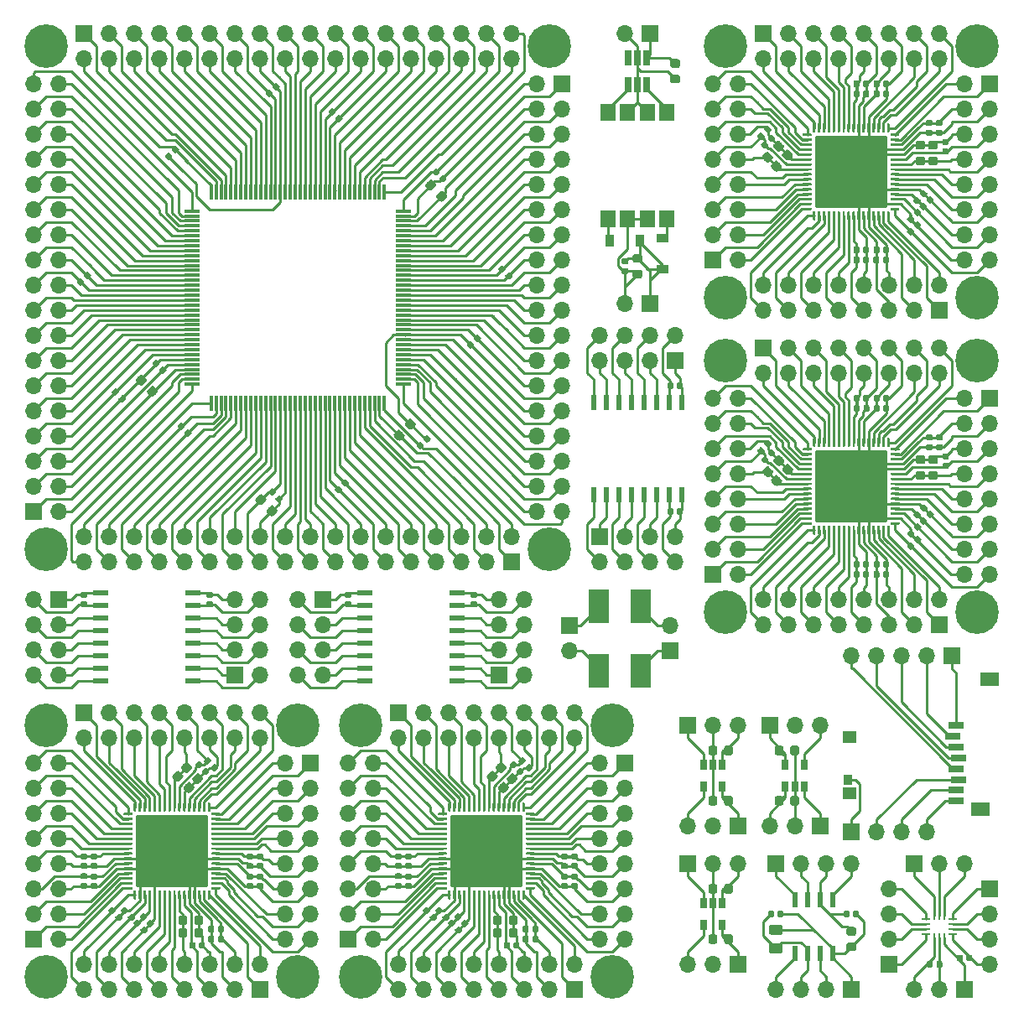
<source format=gbr>
G04 #@! TF.GenerationSoftware,KiCad,Pcbnew,5.0.2-bee76a0~70~ubuntu16.04.1*
G04 #@! TF.CreationDate,2019-05-26T13:41:24+03:00*
G04 #@! TF.ProjectId,FreeEEG32-prealpha2,46726565-4545-4473-9332-2d707265616c,rev?*
G04 #@! TF.SameCoordinates,Original*
G04 #@! TF.FileFunction,Copper,L1,Top*
G04 #@! TF.FilePolarity,Positive*
%FSLAX46Y46*%
G04 Gerber Fmt 4.6, Leading zero omitted, Abs format (unit mm)*
G04 Created by KiCad (PCBNEW 5.0.2-bee76a0~70~ubuntu16.04.1) date Вс 26 май 2019 13:41:24*
%MOMM*%
%LPD*%
G01*
G04 APERTURE LIST*
G04 #@! TA.AperFunction,Conductor*
%ADD10C,0.100000*%
G04 #@! TD*
G04 #@! TA.AperFunction,SMDPad,CuDef*
%ADD11C,0.250000*%
G04 #@! TD*
G04 #@! TA.AperFunction,ViaPad*
%ADD12C,0.500000*%
G04 #@! TD*
G04 #@! TA.AperFunction,SMDPad,CuDef*
%ADD13C,7.300000*%
G04 #@! TD*
G04 #@! TA.AperFunction,SMDPad,CuDef*
%ADD14C,0.875000*%
G04 #@! TD*
G04 #@! TA.AperFunction,ComponentPad*
%ADD15O,1.700000X1.700000*%
G04 #@! TD*
G04 #@! TA.AperFunction,ComponentPad*
%ADD16R,1.700000X1.700000*%
G04 #@! TD*
G04 #@! TA.AperFunction,SMDPad,CuDef*
%ADD17R,1.500000X0.600000*%
G04 #@! TD*
G04 #@! TA.AperFunction,SMDPad,CuDef*
%ADD18C,0.590000*%
G04 #@! TD*
G04 #@! TA.AperFunction,SMDPad,CuDef*
%ADD19R,1.600000X1.700000*%
G04 #@! TD*
G04 #@! TA.AperFunction,SMDPad,CuDef*
%ADD20R,0.600000X1.500000*%
G04 #@! TD*
G04 #@! TA.AperFunction,SMDPad,CuDef*
%ADD21R,0.600000X1.550000*%
G04 #@! TD*
G04 #@! TA.AperFunction,SMDPad,CuDef*
%ADD22C,0.975000*%
G04 #@! TD*
G04 #@! TA.AperFunction,SMDPad,CuDef*
%ADD23R,0.650000X1.060000*%
G04 #@! TD*
G04 #@! TA.AperFunction,ComponentPad*
%ADD24C,4.400000*%
G04 #@! TD*
G04 #@! TA.AperFunction,SMDPad,CuDef*
%ADD25R,2.000000X3.500000*%
G04 #@! TD*
G04 #@! TA.AperFunction,SMDPad,CuDef*
%ADD26R,0.300000X1.550000*%
G04 #@! TD*
G04 #@! TA.AperFunction,SMDPad,CuDef*
%ADD27R,1.550000X0.300000*%
G04 #@! TD*
G04 #@! TA.AperFunction,SMDPad,CuDef*
%ADD28R,1.220000X0.910000*%
G04 #@! TD*
G04 #@! TA.AperFunction,SMDPad,CuDef*
%ADD29R,0.910000X1.220000*%
G04 #@! TD*
G04 #@! TA.AperFunction,SMDPad,CuDef*
%ADD30R,0.875000X0.250000*%
G04 #@! TD*
G04 #@! TA.AperFunction,SMDPad,CuDef*
%ADD31R,0.250000X0.875000*%
G04 #@! TD*
G04 #@! TA.AperFunction,SMDPad,CuDef*
%ADD32R,0.650000X1.560000*%
G04 #@! TD*
G04 #@! TA.AperFunction,SMDPad,CuDef*
%ADD33R,1.900000X1.400000*%
G04 #@! TD*
G04 #@! TA.AperFunction,SMDPad,CuDef*
%ADD34R,1.400000X1.300000*%
G04 #@! TD*
G04 #@! TA.AperFunction,SMDPad,CuDef*
%ADD35R,1.500000X0.800000*%
G04 #@! TD*
G04 #@! TA.AperFunction,SMDPad,CuDef*
%ADD36R,0.950000X1.000000*%
G04 #@! TD*
G04 #@! TA.AperFunction,Conductor*
%ADD37C,0.250000*%
G04 #@! TD*
G04 APERTURE END LIST*
D10*
G04 #@! TO.N,/ADC3/64*
G04 #@! TO.C,U3*
G36*
X39092119Y38164699D02*
X39098186Y38163799D01*
X39104136Y38162309D01*
X39109911Y38160242D01*
X39115455Y38157620D01*
X39120716Y38154467D01*
X39125643Y38150813D01*
X39130187Y38146694D01*
X39134306Y38142150D01*
X39137960Y38137223D01*
X39141113Y38131962D01*
X39143735Y38126418D01*
X39145802Y38120643D01*
X39147292Y38114693D01*
X39148192Y38108626D01*
X39148493Y38102500D01*
X39148493Y37977500D01*
X39148192Y37971374D01*
X39147292Y37965307D01*
X39145802Y37959357D01*
X39143735Y37953582D01*
X39141113Y37948038D01*
X39137960Y37942777D01*
X39134306Y37937850D01*
X39130187Y37933306D01*
X39125643Y37929187D01*
X39120716Y37925533D01*
X39115455Y37922380D01*
X39109911Y37919758D01*
X39104136Y37917691D01*
X39098186Y37916201D01*
X39092119Y37915301D01*
X39085993Y37915000D01*
X38335993Y37915000D01*
X38329867Y37915301D01*
X38323800Y37916201D01*
X38317850Y37917691D01*
X38312075Y37919758D01*
X38306531Y37922380D01*
X38301270Y37925533D01*
X38296343Y37929187D01*
X38291799Y37933306D01*
X38287680Y37937850D01*
X38284026Y37942777D01*
X38280873Y37948038D01*
X38278251Y37953582D01*
X38276184Y37959357D01*
X38274694Y37965307D01*
X38273794Y37971374D01*
X38273493Y37977500D01*
X38273493Y38102500D01*
X38273794Y38108626D01*
X38274694Y38114693D01*
X38276184Y38120643D01*
X38278251Y38126418D01*
X38280873Y38131962D01*
X38284026Y38137223D01*
X38287680Y38142150D01*
X38291799Y38146694D01*
X38296343Y38150813D01*
X38301270Y38154467D01*
X38306531Y38157620D01*
X38312075Y38160242D01*
X38317850Y38162309D01*
X38323800Y38163799D01*
X38329867Y38164699D01*
X38335993Y38165000D01*
X39085993Y38165000D01*
X39092119Y38164699D01*
X39092119Y38164699D01*
G37*
D11*
G04 #@! TD*
G04 #@! TO.P,U3,64*
G04 #@! TO.N,/ADC3/64*
X38710993Y38040000D03*
D10*
G04 #@! TO.N,/ADC3/63*
G04 #@! TO.C,U3*
G36*
X39092119Y37664699D02*
X39098186Y37663799D01*
X39104136Y37662309D01*
X39109911Y37660242D01*
X39115455Y37657620D01*
X39120716Y37654467D01*
X39125643Y37650813D01*
X39130187Y37646694D01*
X39134306Y37642150D01*
X39137960Y37637223D01*
X39141113Y37631962D01*
X39143735Y37626418D01*
X39145802Y37620643D01*
X39147292Y37614693D01*
X39148192Y37608626D01*
X39148493Y37602500D01*
X39148493Y37477500D01*
X39148192Y37471374D01*
X39147292Y37465307D01*
X39145802Y37459357D01*
X39143735Y37453582D01*
X39141113Y37448038D01*
X39137960Y37442777D01*
X39134306Y37437850D01*
X39130187Y37433306D01*
X39125643Y37429187D01*
X39120716Y37425533D01*
X39115455Y37422380D01*
X39109911Y37419758D01*
X39104136Y37417691D01*
X39098186Y37416201D01*
X39092119Y37415301D01*
X39085993Y37415000D01*
X38335993Y37415000D01*
X38329867Y37415301D01*
X38323800Y37416201D01*
X38317850Y37417691D01*
X38312075Y37419758D01*
X38306531Y37422380D01*
X38301270Y37425533D01*
X38296343Y37429187D01*
X38291799Y37433306D01*
X38287680Y37437850D01*
X38284026Y37442777D01*
X38280873Y37448038D01*
X38278251Y37453582D01*
X38276184Y37459357D01*
X38274694Y37465307D01*
X38273794Y37471374D01*
X38273493Y37477500D01*
X38273493Y37602500D01*
X38273794Y37608626D01*
X38274694Y37614693D01*
X38276184Y37620643D01*
X38278251Y37626418D01*
X38280873Y37631962D01*
X38284026Y37637223D01*
X38287680Y37642150D01*
X38291799Y37646694D01*
X38296343Y37650813D01*
X38301270Y37654467D01*
X38306531Y37657620D01*
X38312075Y37660242D01*
X38317850Y37662309D01*
X38323800Y37663799D01*
X38329867Y37664699D01*
X38335993Y37665000D01*
X39085993Y37665000D01*
X39092119Y37664699D01*
X39092119Y37664699D01*
G37*
D11*
G04 #@! TD*
G04 #@! TO.P,U3,63*
G04 #@! TO.N,/ADC3/63*
X38710993Y37540000D03*
D10*
G04 #@! TO.N,/ADC3/62*
G04 #@! TO.C,U3*
G36*
X39092119Y37164699D02*
X39098186Y37163799D01*
X39104136Y37162309D01*
X39109911Y37160242D01*
X39115455Y37157620D01*
X39120716Y37154467D01*
X39125643Y37150813D01*
X39130187Y37146694D01*
X39134306Y37142150D01*
X39137960Y37137223D01*
X39141113Y37131962D01*
X39143735Y37126418D01*
X39145802Y37120643D01*
X39147292Y37114693D01*
X39148192Y37108626D01*
X39148493Y37102500D01*
X39148493Y36977500D01*
X39148192Y36971374D01*
X39147292Y36965307D01*
X39145802Y36959357D01*
X39143735Y36953582D01*
X39141113Y36948038D01*
X39137960Y36942777D01*
X39134306Y36937850D01*
X39130187Y36933306D01*
X39125643Y36929187D01*
X39120716Y36925533D01*
X39115455Y36922380D01*
X39109911Y36919758D01*
X39104136Y36917691D01*
X39098186Y36916201D01*
X39092119Y36915301D01*
X39085993Y36915000D01*
X38335993Y36915000D01*
X38329867Y36915301D01*
X38323800Y36916201D01*
X38317850Y36917691D01*
X38312075Y36919758D01*
X38306531Y36922380D01*
X38301270Y36925533D01*
X38296343Y36929187D01*
X38291799Y36933306D01*
X38287680Y36937850D01*
X38284026Y36942777D01*
X38280873Y36948038D01*
X38278251Y36953582D01*
X38276184Y36959357D01*
X38274694Y36965307D01*
X38273794Y36971374D01*
X38273493Y36977500D01*
X38273493Y37102500D01*
X38273794Y37108626D01*
X38274694Y37114693D01*
X38276184Y37120643D01*
X38278251Y37126418D01*
X38280873Y37131962D01*
X38284026Y37137223D01*
X38287680Y37142150D01*
X38291799Y37146694D01*
X38296343Y37150813D01*
X38301270Y37154467D01*
X38306531Y37157620D01*
X38312075Y37160242D01*
X38317850Y37162309D01*
X38323800Y37163799D01*
X38329867Y37164699D01*
X38335993Y37165000D01*
X39085993Y37165000D01*
X39092119Y37164699D01*
X39092119Y37164699D01*
G37*
D11*
G04 #@! TD*
G04 #@! TO.P,U3,62*
G04 #@! TO.N,/ADC3/62*
X38710993Y37040000D03*
D10*
G04 #@! TO.N,AVSS*
G04 #@! TO.C,U3*
G36*
X39092119Y36664699D02*
X39098186Y36663799D01*
X39104136Y36662309D01*
X39109911Y36660242D01*
X39115455Y36657620D01*
X39120716Y36654467D01*
X39125643Y36650813D01*
X39130187Y36646694D01*
X39134306Y36642150D01*
X39137960Y36637223D01*
X39141113Y36631962D01*
X39143735Y36626418D01*
X39145802Y36620643D01*
X39147292Y36614693D01*
X39148192Y36608626D01*
X39148493Y36602500D01*
X39148493Y36477500D01*
X39148192Y36471374D01*
X39147292Y36465307D01*
X39145802Y36459357D01*
X39143735Y36453582D01*
X39141113Y36448038D01*
X39137960Y36442777D01*
X39134306Y36437850D01*
X39130187Y36433306D01*
X39125643Y36429187D01*
X39120716Y36425533D01*
X39115455Y36422380D01*
X39109911Y36419758D01*
X39104136Y36417691D01*
X39098186Y36416201D01*
X39092119Y36415301D01*
X39085993Y36415000D01*
X38335993Y36415000D01*
X38329867Y36415301D01*
X38323800Y36416201D01*
X38317850Y36417691D01*
X38312075Y36419758D01*
X38306531Y36422380D01*
X38301270Y36425533D01*
X38296343Y36429187D01*
X38291799Y36433306D01*
X38287680Y36437850D01*
X38284026Y36442777D01*
X38280873Y36448038D01*
X38278251Y36453582D01*
X38276184Y36459357D01*
X38274694Y36465307D01*
X38273794Y36471374D01*
X38273493Y36477500D01*
X38273493Y36602500D01*
X38273794Y36608626D01*
X38274694Y36614693D01*
X38276184Y36620643D01*
X38278251Y36626418D01*
X38280873Y36631962D01*
X38284026Y36637223D01*
X38287680Y36642150D01*
X38291799Y36646694D01*
X38296343Y36650813D01*
X38301270Y36654467D01*
X38306531Y36657620D01*
X38312075Y36660242D01*
X38317850Y36662309D01*
X38323800Y36663799D01*
X38329867Y36664699D01*
X38335993Y36665000D01*
X39085993Y36665000D01*
X39092119Y36664699D01*
X39092119Y36664699D01*
G37*
D11*
G04 #@! TD*
G04 #@! TO.P,U3,61*
G04 #@! TO.N,AVSS*
X38710993Y36540000D03*
D10*
G04 #@! TO.N,AVSS*
G04 #@! TO.C,U3*
G36*
X39092119Y36164699D02*
X39098186Y36163799D01*
X39104136Y36162309D01*
X39109911Y36160242D01*
X39115455Y36157620D01*
X39120716Y36154467D01*
X39125643Y36150813D01*
X39130187Y36146694D01*
X39134306Y36142150D01*
X39137960Y36137223D01*
X39141113Y36131962D01*
X39143735Y36126418D01*
X39145802Y36120643D01*
X39147292Y36114693D01*
X39148192Y36108626D01*
X39148493Y36102500D01*
X39148493Y35977500D01*
X39148192Y35971374D01*
X39147292Y35965307D01*
X39145802Y35959357D01*
X39143735Y35953582D01*
X39141113Y35948038D01*
X39137960Y35942777D01*
X39134306Y35937850D01*
X39130187Y35933306D01*
X39125643Y35929187D01*
X39120716Y35925533D01*
X39115455Y35922380D01*
X39109911Y35919758D01*
X39104136Y35917691D01*
X39098186Y35916201D01*
X39092119Y35915301D01*
X39085993Y35915000D01*
X38335993Y35915000D01*
X38329867Y35915301D01*
X38323800Y35916201D01*
X38317850Y35917691D01*
X38312075Y35919758D01*
X38306531Y35922380D01*
X38301270Y35925533D01*
X38296343Y35929187D01*
X38291799Y35933306D01*
X38287680Y35937850D01*
X38284026Y35942777D01*
X38280873Y35948038D01*
X38278251Y35953582D01*
X38276184Y35959357D01*
X38274694Y35965307D01*
X38273794Y35971374D01*
X38273493Y35977500D01*
X38273493Y36102500D01*
X38273794Y36108626D01*
X38274694Y36114693D01*
X38276184Y36120643D01*
X38278251Y36126418D01*
X38280873Y36131962D01*
X38284026Y36137223D01*
X38287680Y36142150D01*
X38291799Y36146694D01*
X38296343Y36150813D01*
X38301270Y36154467D01*
X38306531Y36157620D01*
X38312075Y36160242D01*
X38317850Y36162309D01*
X38323800Y36163799D01*
X38329867Y36164699D01*
X38335993Y36165000D01*
X39085993Y36165000D01*
X39092119Y36164699D01*
X39092119Y36164699D01*
G37*
D11*
G04 #@! TD*
G04 #@! TO.P,U3,60*
G04 #@! TO.N,AVSS*
X38710993Y36040000D03*
D10*
G04 #@! TO.N,/ADC3/59*
G04 #@! TO.C,U3*
G36*
X39092119Y35664699D02*
X39098186Y35663799D01*
X39104136Y35662309D01*
X39109911Y35660242D01*
X39115455Y35657620D01*
X39120716Y35654467D01*
X39125643Y35650813D01*
X39130187Y35646694D01*
X39134306Y35642150D01*
X39137960Y35637223D01*
X39141113Y35631962D01*
X39143735Y35626418D01*
X39145802Y35620643D01*
X39147292Y35614693D01*
X39148192Y35608626D01*
X39148493Y35602500D01*
X39148493Y35477500D01*
X39148192Y35471374D01*
X39147292Y35465307D01*
X39145802Y35459357D01*
X39143735Y35453582D01*
X39141113Y35448038D01*
X39137960Y35442777D01*
X39134306Y35437850D01*
X39130187Y35433306D01*
X39125643Y35429187D01*
X39120716Y35425533D01*
X39115455Y35422380D01*
X39109911Y35419758D01*
X39104136Y35417691D01*
X39098186Y35416201D01*
X39092119Y35415301D01*
X39085993Y35415000D01*
X38335993Y35415000D01*
X38329867Y35415301D01*
X38323800Y35416201D01*
X38317850Y35417691D01*
X38312075Y35419758D01*
X38306531Y35422380D01*
X38301270Y35425533D01*
X38296343Y35429187D01*
X38291799Y35433306D01*
X38287680Y35437850D01*
X38284026Y35442777D01*
X38280873Y35448038D01*
X38278251Y35453582D01*
X38276184Y35459357D01*
X38274694Y35465307D01*
X38273794Y35471374D01*
X38273493Y35477500D01*
X38273493Y35602500D01*
X38273794Y35608626D01*
X38274694Y35614693D01*
X38276184Y35620643D01*
X38278251Y35626418D01*
X38280873Y35631962D01*
X38284026Y35637223D01*
X38287680Y35642150D01*
X38291799Y35646694D01*
X38296343Y35650813D01*
X38301270Y35654467D01*
X38306531Y35657620D01*
X38312075Y35660242D01*
X38317850Y35662309D01*
X38323800Y35663799D01*
X38329867Y35664699D01*
X38335993Y35665000D01*
X39085993Y35665000D01*
X39092119Y35664699D01*
X39092119Y35664699D01*
G37*
D11*
G04 #@! TD*
G04 #@! TO.P,U3,59*
G04 #@! TO.N,/ADC3/59*
X38710993Y35540000D03*
D10*
G04 #@! TO.N,/ADC3/58*
G04 #@! TO.C,U3*
G36*
X39092119Y35164699D02*
X39098186Y35163799D01*
X39104136Y35162309D01*
X39109911Y35160242D01*
X39115455Y35157620D01*
X39120716Y35154467D01*
X39125643Y35150813D01*
X39130187Y35146694D01*
X39134306Y35142150D01*
X39137960Y35137223D01*
X39141113Y35131962D01*
X39143735Y35126418D01*
X39145802Y35120643D01*
X39147292Y35114693D01*
X39148192Y35108626D01*
X39148493Y35102500D01*
X39148493Y34977500D01*
X39148192Y34971374D01*
X39147292Y34965307D01*
X39145802Y34959357D01*
X39143735Y34953582D01*
X39141113Y34948038D01*
X39137960Y34942777D01*
X39134306Y34937850D01*
X39130187Y34933306D01*
X39125643Y34929187D01*
X39120716Y34925533D01*
X39115455Y34922380D01*
X39109911Y34919758D01*
X39104136Y34917691D01*
X39098186Y34916201D01*
X39092119Y34915301D01*
X39085993Y34915000D01*
X38335993Y34915000D01*
X38329867Y34915301D01*
X38323800Y34916201D01*
X38317850Y34917691D01*
X38312075Y34919758D01*
X38306531Y34922380D01*
X38301270Y34925533D01*
X38296343Y34929187D01*
X38291799Y34933306D01*
X38287680Y34937850D01*
X38284026Y34942777D01*
X38280873Y34948038D01*
X38278251Y34953582D01*
X38276184Y34959357D01*
X38274694Y34965307D01*
X38273794Y34971374D01*
X38273493Y34977500D01*
X38273493Y35102500D01*
X38273794Y35108626D01*
X38274694Y35114693D01*
X38276184Y35120643D01*
X38278251Y35126418D01*
X38280873Y35131962D01*
X38284026Y35137223D01*
X38287680Y35142150D01*
X38291799Y35146694D01*
X38296343Y35150813D01*
X38301270Y35154467D01*
X38306531Y35157620D01*
X38312075Y35160242D01*
X38317850Y35162309D01*
X38323800Y35163799D01*
X38329867Y35164699D01*
X38335993Y35165000D01*
X39085993Y35165000D01*
X39092119Y35164699D01*
X39092119Y35164699D01*
G37*
D11*
G04 #@! TD*
G04 #@! TO.P,U3,58*
G04 #@! TO.N,/ADC3/58*
X38710993Y35040000D03*
D10*
G04 #@! TO.N,/ADC3/57*
G04 #@! TO.C,U3*
G36*
X39092119Y34664699D02*
X39098186Y34663799D01*
X39104136Y34662309D01*
X39109911Y34660242D01*
X39115455Y34657620D01*
X39120716Y34654467D01*
X39125643Y34650813D01*
X39130187Y34646694D01*
X39134306Y34642150D01*
X39137960Y34637223D01*
X39141113Y34631962D01*
X39143735Y34626418D01*
X39145802Y34620643D01*
X39147292Y34614693D01*
X39148192Y34608626D01*
X39148493Y34602500D01*
X39148493Y34477500D01*
X39148192Y34471374D01*
X39147292Y34465307D01*
X39145802Y34459357D01*
X39143735Y34453582D01*
X39141113Y34448038D01*
X39137960Y34442777D01*
X39134306Y34437850D01*
X39130187Y34433306D01*
X39125643Y34429187D01*
X39120716Y34425533D01*
X39115455Y34422380D01*
X39109911Y34419758D01*
X39104136Y34417691D01*
X39098186Y34416201D01*
X39092119Y34415301D01*
X39085993Y34415000D01*
X38335993Y34415000D01*
X38329867Y34415301D01*
X38323800Y34416201D01*
X38317850Y34417691D01*
X38312075Y34419758D01*
X38306531Y34422380D01*
X38301270Y34425533D01*
X38296343Y34429187D01*
X38291799Y34433306D01*
X38287680Y34437850D01*
X38284026Y34442777D01*
X38280873Y34448038D01*
X38278251Y34453582D01*
X38276184Y34459357D01*
X38274694Y34465307D01*
X38273794Y34471374D01*
X38273493Y34477500D01*
X38273493Y34602500D01*
X38273794Y34608626D01*
X38274694Y34614693D01*
X38276184Y34620643D01*
X38278251Y34626418D01*
X38280873Y34631962D01*
X38284026Y34637223D01*
X38287680Y34642150D01*
X38291799Y34646694D01*
X38296343Y34650813D01*
X38301270Y34654467D01*
X38306531Y34657620D01*
X38312075Y34660242D01*
X38317850Y34662309D01*
X38323800Y34663799D01*
X38329867Y34664699D01*
X38335993Y34665000D01*
X39085993Y34665000D01*
X39092119Y34664699D01*
X39092119Y34664699D01*
G37*
D11*
G04 #@! TD*
G04 #@! TO.P,U3,57*
G04 #@! TO.N,/ADC3/57*
X38710993Y34540000D03*
D10*
G04 #@! TO.N,/ADC3/56*
G04 #@! TO.C,U3*
G36*
X39092119Y34164699D02*
X39098186Y34163799D01*
X39104136Y34162309D01*
X39109911Y34160242D01*
X39115455Y34157620D01*
X39120716Y34154467D01*
X39125643Y34150813D01*
X39130187Y34146694D01*
X39134306Y34142150D01*
X39137960Y34137223D01*
X39141113Y34131962D01*
X39143735Y34126418D01*
X39145802Y34120643D01*
X39147292Y34114693D01*
X39148192Y34108626D01*
X39148493Y34102500D01*
X39148493Y33977500D01*
X39148192Y33971374D01*
X39147292Y33965307D01*
X39145802Y33959357D01*
X39143735Y33953582D01*
X39141113Y33948038D01*
X39137960Y33942777D01*
X39134306Y33937850D01*
X39130187Y33933306D01*
X39125643Y33929187D01*
X39120716Y33925533D01*
X39115455Y33922380D01*
X39109911Y33919758D01*
X39104136Y33917691D01*
X39098186Y33916201D01*
X39092119Y33915301D01*
X39085993Y33915000D01*
X38335993Y33915000D01*
X38329867Y33915301D01*
X38323800Y33916201D01*
X38317850Y33917691D01*
X38312075Y33919758D01*
X38306531Y33922380D01*
X38301270Y33925533D01*
X38296343Y33929187D01*
X38291799Y33933306D01*
X38287680Y33937850D01*
X38284026Y33942777D01*
X38280873Y33948038D01*
X38278251Y33953582D01*
X38276184Y33959357D01*
X38274694Y33965307D01*
X38273794Y33971374D01*
X38273493Y33977500D01*
X38273493Y34102500D01*
X38273794Y34108626D01*
X38274694Y34114693D01*
X38276184Y34120643D01*
X38278251Y34126418D01*
X38280873Y34131962D01*
X38284026Y34137223D01*
X38287680Y34142150D01*
X38291799Y34146694D01*
X38296343Y34150813D01*
X38301270Y34154467D01*
X38306531Y34157620D01*
X38312075Y34160242D01*
X38317850Y34162309D01*
X38323800Y34163799D01*
X38329867Y34164699D01*
X38335993Y34165000D01*
X39085993Y34165000D01*
X39092119Y34164699D01*
X39092119Y34164699D01*
G37*
D11*
G04 #@! TD*
G04 #@! TO.P,U3,56*
G04 #@! TO.N,/ADC3/56*
X38710993Y34040000D03*
D10*
G04 #@! TO.N,/ADC3/55*
G04 #@! TO.C,U3*
G36*
X39092119Y33664699D02*
X39098186Y33663799D01*
X39104136Y33662309D01*
X39109911Y33660242D01*
X39115455Y33657620D01*
X39120716Y33654467D01*
X39125643Y33650813D01*
X39130187Y33646694D01*
X39134306Y33642150D01*
X39137960Y33637223D01*
X39141113Y33631962D01*
X39143735Y33626418D01*
X39145802Y33620643D01*
X39147292Y33614693D01*
X39148192Y33608626D01*
X39148493Y33602500D01*
X39148493Y33477500D01*
X39148192Y33471374D01*
X39147292Y33465307D01*
X39145802Y33459357D01*
X39143735Y33453582D01*
X39141113Y33448038D01*
X39137960Y33442777D01*
X39134306Y33437850D01*
X39130187Y33433306D01*
X39125643Y33429187D01*
X39120716Y33425533D01*
X39115455Y33422380D01*
X39109911Y33419758D01*
X39104136Y33417691D01*
X39098186Y33416201D01*
X39092119Y33415301D01*
X39085993Y33415000D01*
X38335993Y33415000D01*
X38329867Y33415301D01*
X38323800Y33416201D01*
X38317850Y33417691D01*
X38312075Y33419758D01*
X38306531Y33422380D01*
X38301270Y33425533D01*
X38296343Y33429187D01*
X38291799Y33433306D01*
X38287680Y33437850D01*
X38284026Y33442777D01*
X38280873Y33448038D01*
X38278251Y33453582D01*
X38276184Y33459357D01*
X38274694Y33465307D01*
X38273794Y33471374D01*
X38273493Y33477500D01*
X38273493Y33602500D01*
X38273794Y33608626D01*
X38274694Y33614693D01*
X38276184Y33620643D01*
X38278251Y33626418D01*
X38280873Y33631962D01*
X38284026Y33637223D01*
X38287680Y33642150D01*
X38291799Y33646694D01*
X38296343Y33650813D01*
X38301270Y33654467D01*
X38306531Y33657620D01*
X38312075Y33660242D01*
X38317850Y33662309D01*
X38323800Y33663799D01*
X38329867Y33664699D01*
X38335993Y33665000D01*
X39085993Y33665000D01*
X39092119Y33664699D01*
X39092119Y33664699D01*
G37*
D11*
G04 #@! TD*
G04 #@! TO.P,U3,55*
G04 #@! TO.N,/ADC3/55*
X38710993Y33540000D03*
D10*
G04 #@! TO.N,/ADC3/54*
G04 #@! TO.C,U3*
G36*
X39092119Y33164699D02*
X39098186Y33163799D01*
X39104136Y33162309D01*
X39109911Y33160242D01*
X39115455Y33157620D01*
X39120716Y33154467D01*
X39125643Y33150813D01*
X39130187Y33146694D01*
X39134306Y33142150D01*
X39137960Y33137223D01*
X39141113Y33131962D01*
X39143735Y33126418D01*
X39145802Y33120643D01*
X39147292Y33114693D01*
X39148192Y33108626D01*
X39148493Y33102500D01*
X39148493Y32977500D01*
X39148192Y32971374D01*
X39147292Y32965307D01*
X39145802Y32959357D01*
X39143735Y32953582D01*
X39141113Y32948038D01*
X39137960Y32942777D01*
X39134306Y32937850D01*
X39130187Y32933306D01*
X39125643Y32929187D01*
X39120716Y32925533D01*
X39115455Y32922380D01*
X39109911Y32919758D01*
X39104136Y32917691D01*
X39098186Y32916201D01*
X39092119Y32915301D01*
X39085993Y32915000D01*
X38335993Y32915000D01*
X38329867Y32915301D01*
X38323800Y32916201D01*
X38317850Y32917691D01*
X38312075Y32919758D01*
X38306531Y32922380D01*
X38301270Y32925533D01*
X38296343Y32929187D01*
X38291799Y32933306D01*
X38287680Y32937850D01*
X38284026Y32942777D01*
X38280873Y32948038D01*
X38278251Y32953582D01*
X38276184Y32959357D01*
X38274694Y32965307D01*
X38273794Y32971374D01*
X38273493Y32977500D01*
X38273493Y33102500D01*
X38273794Y33108626D01*
X38274694Y33114693D01*
X38276184Y33120643D01*
X38278251Y33126418D01*
X38280873Y33131962D01*
X38284026Y33137223D01*
X38287680Y33142150D01*
X38291799Y33146694D01*
X38296343Y33150813D01*
X38301270Y33154467D01*
X38306531Y33157620D01*
X38312075Y33160242D01*
X38317850Y33162309D01*
X38323800Y33163799D01*
X38329867Y33164699D01*
X38335993Y33165000D01*
X39085993Y33165000D01*
X39092119Y33164699D01*
X39092119Y33164699D01*
G37*
D11*
G04 #@! TD*
G04 #@! TO.P,U3,54*
G04 #@! TO.N,/ADC3/54*
X38710993Y33040000D03*
D10*
G04 #@! TO.N,AVSS*
G04 #@! TO.C,U3*
G36*
X39092119Y32664699D02*
X39098186Y32663799D01*
X39104136Y32662309D01*
X39109911Y32660242D01*
X39115455Y32657620D01*
X39120716Y32654467D01*
X39125643Y32650813D01*
X39130187Y32646694D01*
X39134306Y32642150D01*
X39137960Y32637223D01*
X39141113Y32631962D01*
X39143735Y32626418D01*
X39145802Y32620643D01*
X39147292Y32614693D01*
X39148192Y32608626D01*
X39148493Y32602500D01*
X39148493Y32477500D01*
X39148192Y32471374D01*
X39147292Y32465307D01*
X39145802Y32459357D01*
X39143735Y32453582D01*
X39141113Y32448038D01*
X39137960Y32442777D01*
X39134306Y32437850D01*
X39130187Y32433306D01*
X39125643Y32429187D01*
X39120716Y32425533D01*
X39115455Y32422380D01*
X39109911Y32419758D01*
X39104136Y32417691D01*
X39098186Y32416201D01*
X39092119Y32415301D01*
X39085993Y32415000D01*
X38335993Y32415000D01*
X38329867Y32415301D01*
X38323800Y32416201D01*
X38317850Y32417691D01*
X38312075Y32419758D01*
X38306531Y32422380D01*
X38301270Y32425533D01*
X38296343Y32429187D01*
X38291799Y32433306D01*
X38287680Y32437850D01*
X38284026Y32442777D01*
X38280873Y32448038D01*
X38278251Y32453582D01*
X38276184Y32459357D01*
X38274694Y32465307D01*
X38273794Y32471374D01*
X38273493Y32477500D01*
X38273493Y32602500D01*
X38273794Y32608626D01*
X38274694Y32614693D01*
X38276184Y32620643D01*
X38278251Y32626418D01*
X38280873Y32631962D01*
X38284026Y32637223D01*
X38287680Y32642150D01*
X38291799Y32646694D01*
X38296343Y32650813D01*
X38301270Y32654467D01*
X38306531Y32657620D01*
X38312075Y32660242D01*
X38317850Y32662309D01*
X38323800Y32663799D01*
X38329867Y32664699D01*
X38335993Y32665000D01*
X39085993Y32665000D01*
X39092119Y32664699D01*
X39092119Y32664699D01*
G37*
D11*
G04 #@! TD*
G04 #@! TO.P,U3,53*
G04 #@! TO.N,AVSS*
X38710993Y32540000D03*
D10*
G04 #@! TO.N,/ADC3/52*
G04 #@! TO.C,U3*
G36*
X39092119Y32164699D02*
X39098186Y32163799D01*
X39104136Y32162309D01*
X39109911Y32160242D01*
X39115455Y32157620D01*
X39120716Y32154467D01*
X39125643Y32150813D01*
X39130187Y32146694D01*
X39134306Y32142150D01*
X39137960Y32137223D01*
X39141113Y32131962D01*
X39143735Y32126418D01*
X39145802Y32120643D01*
X39147292Y32114693D01*
X39148192Y32108626D01*
X39148493Y32102500D01*
X39148493Y31977500D01*
X39148192Y31971374D01*
X39147292Y31965307D01*
X39145802Y31959357D01*
X39143735Y31953582D01*
X39141113Y31948038D01*
X39137960Y31942777D01*
X39134306Y31937850D01*
X39130187Y31933306D01*
X39125643Y31929187D01*
X39120716Y31925533D01*
X39115455Y31922380D01*
X39109911Y31919758D01*
X39104136Y31917691D01*
X39098186Y31916201D01*
X39092119Y31915301D01*
X39085993Y31915000D01*
X38335993Y31915000D01*
X38329867Y31915301D01*
X38323800Y31916201D01*
X38317850Y31917691D01*
X38312075Y31919758D01*
X38306531Y31922380D01*
X38301270Y31925533D01*
X38296343Y31929187D01*
X38291799Y31933306D01*
X38287680Y31937850D01*
X38284026Y31942777D01*
X38280873Y31948038D01*
X38278251Y31953582D01*
X38276184Y31959357D01*
X38274694Y31965307D01*
X38273794Y31971374D01*
X38273493Y31977500D01*
X38273493Y32102500D01*
X38273794Y32108626D01*
X38274694Y32114693D01*
X38276184Y32120643D01*
X38278251Y32126418D01*
X38280873Y32131962D01*
X38284026Y32137223D01*
X38287680Y32142150D01*
X38291799Y32146694D01*
X38296343Y32150813D01*
X38301270Y32154467D01*
X38306531Y32157620D01*
X38312075Y32160242D01*
X38317850Y32162309D01*
X38323800Y32163799D01*
X38329867Y32164699D01*
X38335993Y32165000D01*
X39085993Y32165000D01*
X39092119Y32164699D01*
X39092119Y32164699D01*
G37*
D11*
G04 #@! TD*
G04 #@! TO.P,U3,52*
G04 #@! TO.N,/ADC3/52*
X38710993Y32040000D03*
D10*
G04 #@! TO.N,/ADC3/51*
G04 #@! TO.C,U3*
G36*
X39092119Y31664699D02*
X39098186Y31663799D01*
X39104136Y31662309D01*
X39109911Y31660242D01*
X39115455Y31657620D01*
X39120716Y31654467D01*
X39125643Y31650813D01*
X39130187Y31646694D01*
X39134306Y31642150D01*
X39137960Y31637223D01*
X39141113Y31631962D01*
X39143735Y31626418D01*
X39145802Y31620643D01*
X39147292Y31614693D01*
X39148192Y31608626D01*
X39148493Y31602500D01*
X39148493Y31477500D01*
X39148192Y31471374D01*
X39147292Y31465307D01*
X39145802Y31459357D01*
X39143735Y31453582D01*
X39141113Y31448038D01*
X39137960Y31442777D01*
X39134306Y31437850D01*
X39130187Y31433306D01*
X39125643Y31429187D01*
X39120716Y31425533D01*
X39115455Y31422380D01*
X39109911Y31419758D01*
X39104136Y31417691D01*
X39098186Y31416201D01*
X39092119Y31415301D01*
X39085993Y31415000D01*
X38335993Y31415000D01*
X38329867Y31415301D01*
X38323800Y31416201D01*
X38317850Y31417691D01*
X38312075Y31419758D01*
X38306531Y31422380D01*
X38301270Y31425533D01*
X38296343Y31429187D01*
X38291799Y31433306D01*
X38287680Y31437850D01*
X38284026Y31442777D01*
X38280873Y31448038D01*
X38278251Y31453582D01*
X38276184Y31459357D01*
X38274694Y31465307D01*
X38273794Y31471374D01*
X38273493Y31477500D01*
X38273493Y31602500D01*
X38273794Y31608626D01*
X38274694Y31614693D01*
X38276184Y31620643D01*
X38278251Y31626418D01*
X38280873Y31631962D01*
X38284026Y31637223D01*
X38287680Y31642150D01*
X38291799Y31646694D01*
X38296343Y31650813D01*
X38301270Y31654467D01*
X38306531Y31657620D01*
X38312075Y31660242D01*
X38317850Y31662309D01*
X38323800Y31663799D01*
X38329867Y31664699D01*
X38335993Y31665000D01*
X39085993Y31665000D01*
X39092119Y31664699D01*
X39092119Y31664699D01*
G37*
D11*
G04 #@! TD*
G04 #@! TO.P,U3,51*
G04 #@! TO.N,/ADC3/51*
X38710993Y31540000D03*
D10*
G04 #@! TO.N,AVSS*
G04 #@! TO.C,U3*
G36*
X39092119Y31164699D02*
X39098186Y31163799D01*
X39104136Y31162309D01*
X39109911Y31160242D01*
X39115455Y31157620D01*
X39120716Y31154467D01*
X39125643Y31150813D01*
X39130187Y31146694D01*
X39134306Y31142150D01*
X39137960Y31137223D01*
X39141113Y31131962D01*
X39143735Y31126418D01*
X39145802Y31120643D01*
X39147292Y31114693D01*
X39148192Y31108626D01*
X39148493Y31102500D01*
X39148493Y30977500D01*
X39148192Y30971374D01*
X39147292Y30965307D01*
X39145802Y30959357D01*
X39143735Y30953582D01*
X39141113Y30948038D01*
X39137960Y30942777D01*
X39134306Y30937850D01*
X39130187Y30933306D01*
X39125643Y30929187D01*
X39120716Y30925533D01*
X39115455Y30922380D01*
X39109911Y30919758D01*
X39104136Y30917691D01*
X39098186Y30916201D01*
X39092119Y30915301D01*
X39085993Y30915000D01*
X38335993Y30915000D01*
X38329867Y30915301D01*
X38323800Y30916201D01*
X38317850Y30917691D01*
X38312075Y30919758D01*
X38306531Y30922380D01*
X38301270Y30925533D01*
X38296343Y30929187D01*
X38291799Y30933306D01*
X38287680Y30937850D01*
X38284026Y30942777D01*
X38280873Y30948038D01*
X38278251Y30953582D01*
X38276184Y30959357D01*
X38274694Y30965307D01*
X38273794Y30971374D01*
X38273493Y30977500D01*
X38273493Y31102500D01*
X38273794Y31108626D01*
X38274694Y31114693D01*
X38276184Y31120643D01*
X38278251Y31126418D01*
X38280873Y31131962D01*
X38284026Y31137223D01*
X38287680Y31142150D01*
X38291799Y31146694D01*
X38296343Y31150813D01*
X38301270Y31154467D01*
X38306531Y31157620D01*
X38312075Y31160242D01*
X38317850Y31162309D01*
X38323800Y31163799D01*
X38329867Y31164699D01*
X38335993Y31165000D01*
X39085993Y31165000D01*
X39092119Y31164699D01*
X39092119Y31164699D01*
G37*
D11*
G04 #@! TD*
G04 #@! TO.P,U3,50*
G04 #@! TO.N,AVSS*
X38710993Y31040000D03*
D10*
G04 #@! TO.N,/ADC3/49*
G04 #@! TO.C,U3*
G36*
X39092119Y30664699D02*
X39098186Y30663799D01*
X39104136Y30662309D01*
X39109911Y30660242D01*
X39115455Y30657620D01*
X39120716Y30654467D01*
X39125643Y30650813D01*
X39130187Y30646694D01*
X39134306Y30642150D01*
X39137960Y30637223D01*
X39141113Y30631962D01*
X39143735Y30626418D01*
X39145802Y30620643D01*
X39147292Y30614693D01*
X39148192Y30608626D01*
X39148493Y30602500D01*
X39148493Y30477500D01*
X39148192Y30471374D01*
X39147292Y30465307D01*
X39145802Y30459357D01*
X39143735Y30453582D01*
X39141113Y30448038D01*
X39137960Y30442777D01*
X39134306Y30437850D01*
X39130187Y30433306D01*
X39125643Y30429187D01*
X39120716Y30425533D01*
X39115455Y30422380D01*
X39109911Y30419758D01*
X39104136Y30417691D01*
X39098186Y30416201D01*
X39092119Y30415301D01*
X39085993Y30415000D01*
X38335993Y30415000D01*
X38329867Y30415301D01*
X38323800Y30416201D01*
X38317850Y30417691D01*
X38312075Y30419758D01*
X38306531Y30422380D01*
X38301270Y30425533D01*
X38296343Y30429187D01*
X38291799Y30433306D01*
X38287680Y30437850D01*
X38284026Y30442777D01*
X38280873Y30448038D01*
X38278251Y30453582D01*
X38276184Y30459357D01*
X38274694Y30465307D01*
X38273794Y30471374D01*
X38273493Y30477500D01*
X38273493Y30602500D01*
X38273794Y30608626D01*
X38274694Y30614693D01*
X38276184Y30620643D01*
X38278251Y30626418D01*
X38280873Y30631962D01*
X38284026Y30637223D01*
X38287680Y30642150D01*
X38291799Y30646694D01*
X38296343Y30650813D01*
X38301270Y30654467D01*
X38306531Y30657620D01*
X38312075Y30660242D01*
X38317850Y30662309D01*
X38323800Y30663799D01*
X38329867Y30664699D01*
X38335993Y30665000D01*
X39085993Y30665000D01*
X39092119Y30664699D01*
X39092119Y30664699D01*
G37*
D11*
G04 #@! TD*
G04 #@! TO.P,U3,49*
G04 #@! TO.N,/ADC3/49*
X38710993Y30540000D03*
D10*
G04 #@! TO.N,/ADC3/48*
G04 #@! TO.C,U3*
G36*
X38092119Y30289699D02*
X38098186Y30288799D01*
X38104136Y30287309D01*
X38109911Y30285242D01*
X38115455Y30282620D01*
X38120716Y30279467D01*
X38125643Y30275813D01*
X38130187Y30271694D01*
X38134306Y30267150D01*
X38137960Y30262223D01*
X38141113Y30256962D01*
X38143735Y30251418D01*
X38145802Y30245643D01*
X38147292Y30239693D01*
X38148192Y30233626D01*
X38148493Y30227500D01*
X38148493Y29477500D01*
X38148192Y29471374D01*
X38147292Y29465307D01*
X38145802Y29459357D01*
X38143735Y29453582D01*
X38141113Y29448038D01*
X38137960Y29442777D01*
X38134306Y29437850D01*
X38130187Y29433306D01*
X38125643Y29429187D01*
X38120716Y29425533D01*
X38115455Y29422380D01*
X38109911Y29419758D01*
X38104136Y29417691D01*
X38098186Y29416201D01*
X38092119Y29415301D01*
X38085993Y29415000D01*
X37960993Y29415000D01*
X37954867Y29415301D01*
X37948800Y29416201D01*
X37942850Y29417691D01*
X37937075Y29419758D01*
X37931531Y29422380D01*
X37926270Y29425533D01*
X37921343Y29429187D01*
X37916799Y29433306D01*
X37912680Y29437850D01*
X37909026Y29442777D01*
X37905873Y29448038D01*
X37903251Y29453582D01*
X37901184Y29459357D01*
X37899694Y29465307D01*
X37898794Y29471374D01*
X37898493Y29477500D01*
X37898493Y30227500D01*
X37898794Y30233626D01*
X37899694Y30239693D01*
X37901184Y30245643D01*
X37903251Y30251418D01*
X37905873Y30256962D01*
X37909026Y30262223D01*
X37912680Y30267150D01*
X37916799Y30271694D01*
X37921343Y30275813D01*
X37926270Y30279467D01*
X37931531Y30282620D01*
X37937075Y30285242D01*
X37942850Y30287309D01*
X37948800Y30288799D01*
X37954867Y30289699D01*
X37960993Y30290000D01*
X38085993Y30290000D01*
X38092119Y30289699D01*
X38092119Y30289699D01*
G37*
D11*
G04 #@! TD*
G04 #@! TO.P,U3,48*
G04 #@! TO.N,/ADC3/48*
X38023493Y29852500D03*
D10*
G04 #@! TO.N,/ADC3/47*
G04 #@! TO.C,U3*
G36*
X37592119Y30289699D02*
X37598186Y30288799D01*
X37604136Y30287309D01*
X37609911Y30285242D01*
X37615455Y30282620D01*
X37620716Y30279467D01*
X37625643Y30275813D01*
X37630187Y30271694D01*
X37634306Y30267150D01*
X37637960Y30262223D01*
X37641113Y30256962D01*
X37643735Y30251418D01*
X37645802Y30245643D01*
X37647292Y30239693D01*
X37648192Y30233626D01*
X37648493Y30227500D01*
X37648493Y29477500D01*
X37648192Y29471374D01*
X37647292Y29465307D01*
X37645802Y29459357D01*
X37643735Y29453582D01*
X37641113Y29448038D01*
X37637960Y29442777D01*
X37634306Y29437850D01*
X37630187Y29433306D01*
X37625643Y29429187D01*
X37620716Y29425533D01*
X37615455Y29422380D01*
X37609911Y29419758D01*
X37604136Y29417691D01*
X37598186Y29416201D01*
X37592119Y29415301D01*
X37585993Y29415000D01*
X37460993Y29415000D01*
X37454867Y29415301D01*
X37448800Y29416201D01*
X37442850Y29417691D01*
X37437075Y29419758D01*
X37431531Y29422380D01*
X37426270Y29425533D01*
X37421343Y29429187D01*
X37416799Y29433306D01*
X37412680Y29437850D01*
X37409026Y29442777D01*
X37405873Y29448038D01*
X37403251Y29453582D01*
X37401184Y29459357D01*
X37399694Y29465307D01*
X37398794Y29471374D01*
X37398493Y29477500D01*
X37398493Y30227500D01*
X37398794Y30233626D01*
X37399694Y30239693D01*
X37401184Y30245643D01*
X37403251Y30251418D01*
X37405873Y30256962D01*
X37409026Y30262223D01*
X37412680Y30267150D01*
X37416799Y30271694D01*
X37421343Y30275813D01*
X37426270Y30279467D01*
X37431531Y30282620D01*
X37437075Y30285242D01*
X37442850Y30287309D01*
X37448800Y30288799D01*
X37454867Y30289699D01*
X37460993Y30290000D01*
X37585993Y30290000D01*
X37592119Y30289699D01*
X37592119Y30289699D01*
G37*
D11*
G04 #@! TD*
G04 #@! TO.P,U3,47*
G04 #@! TO.N,/ADC3/47*
X37523493Y29852500D03*
D10*
G04 #@! TO.N,/ADC3/46*
G04 #@! TO.C,U3*
G36*
X37092119Y30289699D02*
X37098186Y30288799D01*
X37104136Y30287309D01*
X37109911Y30285242D01*
X37115455Y30282620D01*
X37120716Y30279467D01*
X37125643Y30275813D01*
X37130187Y30271694D01*
X37134306Y30267150D01*
X37137960Y30262223D01*
X37141113Y30256962D01*
X37143735Y30251418D01*
X37145802Y30245643D01*
X37147292Y30239693D01*
X37148192Y30233626D01*
X37148493Y30227500D01*
X37148493Y29477500D01*
X37148192Y29471374D01*
X37147292Y29465307D01*
X37145802Y29459357D01*
X37143735Y29453582D01*
X37141113Y29448038D01*
X37137960Y29442777D01*
X37134306Y29437850D01*
X37130187Y29433306D01*
X37125643Y29429187D01*
X37120716Y29425533D01*
X37115455Y29422380D01*
X37109911Y29419758D01*
X37104136Y29417691D01*
X37098186Y29416201D01*
X37092119Y29415301D01*
X37085993Y29415000D01*
X36960993Y29415000D01*
X36954867Y29415301D01*
X36948800Y29416201D01*
X36942850Y29417691D01*
X36937075Y29419758D01*
X36931531Y29422380D01*
X36926270Y29425533D01*
X36921343Y29429187D01*
X36916799Y29433306D01*
X36912680Y29437850D01*
X36909026Y29442777D01*
X36905873Y29448038D01*
X36903251Y29453582D01*
X36901184Y29459357D01*
X36899694Y29465307D01*
X36898794Y29471374D01*
X36898493Y29477500D01*
X36898493Y30227500D01*
X36898794Y30233626D01*
X36899694Y30239693D01*
X36901184Y30245643D01*
X36903251Y30251418D01*
X36905873Y30256962D01*
X36909026Y30262223D01*
X36912680Y30267150D01*
X36916799Y30271694D01*
X36921343Y30275813D01*
X36926270Y30279467D01*
X36931531Y30282620D01*
X36937075Y30285242D01*
X36942850Y30287309D01*
X36948800Y30288799D01*
X36954867Y30289699D01*
X36960993Y30290000D01*
X37085993Y30290000D01*
X37092119Y30289699D01*
X37092119Y30289699D01*
G37*
D11*
G04 #@! TD*
G04 #@! TO.P,U3,46*
G04 #@! TO.N,/ADC3/46*
X37023493Y29852500D03*
D10*
G04 #@! TO.N,/ADC3/45*
G04 #@! TO.C,U3*
G36*
X36592119Y30289699D02*
X36598186Y30288799D01*
X36604136Y30287309D01*
X36609911Y30285242D01*
X36615455Y30282620D01*
X36620716Y30279467D01*
X36625643Y30275813D01*
X36630187Y30271694D01*
X36634306Y30267150D01*
X36637960Y30262223D01*
X36641113Y30256962D01*
X36643735Y30251418D01*
X36645802Y30245643D01*
X36647292Y30239693D01*
X36648192Y30233626D01*
X36648493Y30227500D01*
X36648493Y29477500D01*
X36648192Y29471374D01*
X36647292Y29465307D01*
X36645802Y29459357D01*
X36643735Y29453582D01*
X36641113Y29448038D01*
X36637960Y29442777D01*
X36634306Y29437850D01*
X36630187Y29433306D01*
X36625643Y29429187D01*
X36620716Y29425533D01*
X36615455Y29422380D01*
X36609911Y29419758D01*
X36604136Y29417691D01*
X36598186Y29416201D01*
X36592119Y29415301D01*
X36585993Y29415000D01*
X36460993Y29415000D01*
X36454867Y29415301D01*
X36448800Y29416201D01*
X36442850Y29417691D01*
X36437075Y29419758D01*
X36431531Y29422380D01*
X36426270Y29425533D01*
X36421343Y29429187D01*
X36416799Y29433306D01*
X36412680Y29437850D01*
X36409026Y29442777D01*
X36405873Y29448038D01*
X36403251Y29453582D01*
X36401184Y29459357D01*
X36399694Y29465307D01*
X36398794Y29471374D01*
X36398493Y29477500D01*
X36398493Y30227500D01*
X36398794Y30233626D01*
X36399694Y30239693D01*
X36401184Y30245643D01*
X36403251Y30251418D01*
X36405873Y30256962D01*
X36409026Y30262223D01*
X36412680Y30267150D01*
X36416799Y30271694D01*
X36421343Y30275813D01*
X36426270Y30279467D01*
X36431531Y30282620D01*
X36437075Y30285242D01*
X36442850Y30287309D01*
X36448800Y30288799D01*
X36454867Y30289699D01*
X36460993Y30290000D01*
X36585993Y30290000D01*
X36592119Y30289699D01*
X36592119Y30289699D01*
G37*
D11*
G04 #@! TD*
G04 #@! TO.P,U3,45*
G04 #@! TO.N,/ADC3/45*
X36523493Y29852500D03*
D10*
G04 #@! TO.N,AVSS*
G04 #@! TO.C,U3*
G36*
X36092119Y30289699D02*
X36098186Y30288799D01*
X36104136Y30287309D01*
X36109911Y30285242D01*
X36115455Y30282620D01*
X36120716Y30279467D01*
X36125643Y30275813D01*
X36130187Y30271694D01*
X36134306Y30267150D01*
X36137960Y30262223D01*
X36141113Y30256962D01*
X36143735Y30251418D01*
X36145802Y30245643D01*
X36147292Y30239693D01*
X36148192Y30233626D01*
X36148493Y30227500D01*
X36148493Y29477500D01*
X36148192Y29471374D01*
X36147292Y29465307D01*
X36145802Y29459357D01*
X36143735Y29453582D01*
X36141113Y29448038D01*
X36137960Y29442777D01*
X36134306Y29437850D01*
X36130187Y29433306D01*
X36125643Y29429187D01*
X36120716Y29425533D01*
X36115455Y29422380D01*
X36109911Y29419758D01*
X36104136Y29417691D01*
X36098186Y29416201D01*
X36092119Y29415301D01*
X36085993Y29415000D01*
X35960993Y29415000D01*
X35954867Y29415301D01*
X35948800Y29416201D01*
X35942850Y29417691D01*
X35937075Y29419758D01*
X35931531Y29422380D01*
X35926270Y29425533D01*
X35921343Y29429187D01*
X35916799Y29433306D01*
X35912680Y29437850D01*
X35909026Y29442777D01*
X35905873Y29448038D01*
X35903251Y29453582D01*
X35901184Y29459357D01*
X35899694Y29465307D01*
X35898794Y29471374D01*
X35898493Y29477500D01*
X35898493Y30227500D01*
X35898794Y30233626D01*
X35899694Y30239693D01*
X35901184Y30245643D01*
X35903251Y30251418D01*
X35905873Y30256962D01*
X35909026Y30262223D01*
X35912680Y30267150D01*
X35916799Y30271694D01*
X35921343Y30275813D01*
X35926270Y30279467D01*
X35931531Y30282620D01*
X35937075Y30285242D01*
X35942850Y30287309D01*
X35948800Y30288799D01*
X35954867Y30289699D01*
X35960993Y30290000D01*
X36085993Y30290000D01*
X36092119Y30289699D01*
X36092119Y30289699D01*
G37*
D11*
G04 #@! TD*
G04 #@! TO.P,U3,44*
G04 #@! TO.N,AVSS*
X36023493Y29852500D03*
D10*
G04 #@! TO.N,/ADC3/43*
G04 #@! TO.C,U3*
G36*
X35592119Y30289699D02*
X35598186Y30288799D01*
X35604136Y30287309D01*
X35609911Y30285242D01*
X35615455Y30282620D01*
X35620716Y30279467D01*
X35625643Y30275813D01*
X35630187Y30271694D01*
X35634306Y30267150D01*
X35637960Y30262223D01*
X35641113Y30256962D01*
X35643735Y30251418D01*
X35645802Y30245643D01*
X35647292Y30239693D01*
X35648192Y30233626D01*
X35648493Y30227500D01*
X35648493Y29477500D01*
X35648192Y29471374D01*
X35647292Y29465307D01*
X35645802Y29459357D01*
X35643735Y29453582D01*
X35641113Y29448038D01*
X35637960Y29442777D01*
X35634306Y29437850D01*
X35630187Y29433306D01*
X35625643Y29429187D01*
X35620716Y29425533D01*
X35615455Y29422380D01*
X35609911Y29419758D01*
X35604136Y29417691D01*
X35598186Y29416201D01*
X35592119Y29415301D01*
X35585993Y29415000D01*
X35460993Y29415000D01*
X35454867Y29415301D01*
X35448800Y29416201D01*
X35442850Y29417691D01*
X35437075Y29419758D01*
X35431531Y29422380D01*
X35426270Y29425533D01*
X35421343Y29429187D01*
X35416799Y29433306D01*
X35412680Y29437850D01*
X35409026Y29442777D01*
X35405873Y29448038D01*
X35403251Y29453582D01*
X35401184Y29459357D01*
X35399694Y29465307D01*
X35398794Y29471374D01*
X35398493Y29477500D01*
X35398493Y30227500D01*
X35398794Y30233626D01*
X35399694Y30239693D01*
X35401184Y30245643D01*
X35403251Y30251418D01*
X35405873Y30256962D01*
X35409026Y30262223D01*
X35412680Y30267150D01*
X35416799Y30271694D01*
X35421343Y30275813D01*
X35426270Y30279467D01*
X35431531Y30282620D01*
X35437075Y30285242D01*
X35442850Y30287309D01*
X35448800Y30288799D01*
X35454867Y30289699D01*
X35460993Y30290000D01*
X35585993Y30290000D01*
X35592119Y30289699D01*
X35592119Y30289699D01*
G37*
D11*
G04 #@! TD*
G04 #@! TO.P,U3,43*
G04 #@! TO.N,/ADC3/43*
X35523493Y29852500D03*
D10*
G04 #@! TO.N,AVSS*
G04 #@! TO.C,U3*
G36*
X35092119Y30289699D02*
X35098186Y30288799D01*
X35104136Y30287309D01*
X35109911Y30285242D01*
X35115455Y30282620D01*
X35120716Y30279467D01*
X35125643Y30275813D01*
X35130187Y30271694D01*
X35134306Y30267150D01*
X35137960Y30262223D01*
X35141113Y30256962D01*
X35143735Y30251418D01*
X35145802Y30245643D01*
X35147292Y30239693D01*
X35148192Y30233626D01*
X35148493Y30227500D01*
X35148493Y29477500D01*
X35148192Y29471374D01*
X35147292Y29465307D01*
X35145802Y29459357D01*
X35143735Y29453582D01*
X35141113Y29448038D01*
X35137960Y29442777D01*
X35134306Y29437850D01*
X35130187Y29433306D01*
X35125643Y29429187D01*
X35120716Y29425533D01*
X35115455Y29422380D01*
X35109911Y29419758D01*
X35104136Y29417691D01*
X35098186Y29416201D01*
X35092119Y29415301D01*
X35085993Y29415000D01*
X34960993Y29415000D01*
X34954867Y29415301D01*
X34948800Y29416201D01*
X34942850Y29417691D01*
X34937075Y29419758D01*
X34931531Y29422380D01*
X34926270Y29425533D01*
X34921343Y29429187D01*
X34916799Y29433306D01*
X34912680Y29437850D01*
X34909026Y29442777D01*
X34905873Y29448038D01*
X34903251Y29453582D01*
X34901184Y29459357D01*
X34899694Y29465307D01*
X34898794Y29471374D01*
X34898493Y29477500D01*
X34898493Y30227500D01*
X34898794Y30233626D01*
X34899694Y30239693D01*
X34901184Y30245643D01*
X34903251Y30251418D01*
X34905873Y30256962D01*
X34909026Y30262223D01*
X34912680Y30267150D01*
X34916799Y30271694D01*
X34921343Y30275813D01*
X34926270Y30279467D01*
X34931531Y30282620D01*
X34937075Y30285242D01*
X34942850Y30287309D01*
X34948800Y30288799D01*
X34954867Y30289699D01*
X34960993Y30290000D01*
X35085993Y30290000D01*
X35092119Y30289699D01*
X35092119Y30289699D01*
G37*
D11*
G04 #@! TD*
G04 #@! TO.P,U3,42*
G04 #@! TO.N,AVSS*
X35023493Y29852500D03*
D10*
G04 #@! TO.N,/ADC3/41*
G04 #@! TO.C,U3*
G36*
X34592119Y30289699D02*
X34598186Y30288799D01*
X34604136Y30287309D01*
X34609911Y30285242D01*
X34615455Y30282620D01*
X34620716Y30279467D01*
X34625643Y30275813D01*
X34630187Y30271694D01*
X34634306Y30267150D01*
X34637960Y30262223D01*
X34641113Y30256962D01*
X34643735Y30251418D01*
X34645802Y30245643D01*
X34647292Y30239693D01*
X34648192Y30233626D01*
X34648493Y30227500D01*
X34648493Y29477500D01*
X34648192Y29471374D01*
X34647292Y29465307D01*
X34645802Y29459357D01*
X34643735Y29453582D01*
X34641113Y29448038D01*
X34637960Y29442777D01*
X34634306Y29437850D01*
X34630187Y29433306D01*
X34625643Y29429187D01*
X34620716Y29425533D01*
X34615455Y29422380D01*
X34609911Y29419758D01*
X34604136Y29417691D01*
X34598186Y29416201D01*
X34592119Y29415301D01*
X34585993Y29415000D01*
X34460993Y29415000D01*
X34454867Y29415301D01*
X34448800Y29416201D01*
X34442850Y29417691D01*
X34437075Y29419758D01*
X34431531Y29422380D01*
X34426270Y29425533D01*
X34421343Y29429187D01*
X34416799Y29433306D01*
X34412680Y29437850D01*
X34409026Y29442777D01*
X34405873Y29448038D01*
X34403251Y29453582D01*
X34401184Y29459357D01*
X34399694Y29465307D01*
X34398794Y29471374D01*
X34398493Y29477500D01*
X34398493Y30227500D01*
X34398794Y30233626D01*
X34399694Y30239693D01*
X34401184Y30245643D01*
X34403251Y30251418D01*
X34405873Y30256962D01*
X34409026Y30262223D01*
X34412680Y30267150D01*
X34416799Y30271694D01*
X34421343Y30275813D01*
X34426270Y30279467D01*
X34431531Y30282620D01*
X34437075Y30285242D01*
X34442850Y30287309D01*
X34448800Y30288799D01*
X34454867Y30289699D01*
X34460993Y30290000D01*
X34585993Y30290000D01*
X34592119Y30289699D01*
X34592119Y30289699D01*
G37*
D11*
G04 #@! TD*
G04 #@! TO.P,U3,41*
G04 #@! TO.N,/ADC3/41*
X34523493Y29852500D03*
D10*
G04 #@! TO.N,/ADC3/40*
G04 #@! TO.C,U3*
G36*
X34092119Y30289699D02*
X34098186Y30288799D01*
X34104136Y30287309D01*
X34109911Y30285242D01*
X34115455Y30282620D01*
X34120716Y30279467D01*
X34125643Y30275813D01*
X34130187Y30271694D01*
X34134306Y30267150D01*
X34137960Y30262223D01*
X34141113Y30256962D01*
X34143735Y30251418D01*
X34145802Y30245643D01*
X34147292Y30239693D01*
X34148192Y30233626D01*
X34148493Y30227500D01*
X34148493Y29477500D01*
X34148192Y29471374D01*
X34147292Y29465307D01*
X34145802Y29459357D01*
X34143735Y29453582D01*
X34141113Y29448038D01*
X34137960Y29442777D01*
X34134306Y29437850D01*
X34130187Y29433306D01*
X34125643Y29429187D01*
X34120716Y29425533D01*
X34115455Y29422380D01*
X34109911Y29419758D01*
X34104136Y29417691D01*
X34098186Y29416201D01*
X34092119Y29415301D01*
X34085993Y29415000D01*
X33960993Y29415000D01*
X33954867Y29415301D01*
X33948800Y29416201D01*
X33942850Y29417691D01*
X33937075Y29419758D01*
X33931531Y29422380D01*
X33926270Y29425533D01*
X33921343Y29429187D01*
X33916799Y29433306D01*
X33912680Y29437850D01*
X33909026Y29442777D01*
X33905873Y29448038D01*
X33903251Y29453582D01*
X33901184Y29459357D01*
X33899694Y29465307D01*
X33898794Y29471374D01*
X33898493Y29477500D01*
X33898493Y30227500D01*
X33898794Y30233626D01*
X33899694Y30239693D01*
X33901184Y30245643D01*
X33903251Y30251418D01*
X33905873Y30256962D01*
X33909026Y30262223D01*
X33912680Y30267150D01*
X33916799Y30271694D01*
X33921343Y30275813D01*
X33926270Y30279467D01*
X33931531Y30282620D01*
X33937075Y30285242D01*
X33942850Y30287309D01*
X33948800Y30288799D01*
X33954867Y30289699D01*
X33960993Y30290000D01*
X34085993Y30290000D01*
X34092119Y30289699D01*
X34092119Y30289699D01*
G37*
D11*
G04 #@! TD*
G04 #@! TO.P,U3,40*
G04 #@! TO.N,/ADC3/40*
X34023493Y29852500D03*
D10*
G04 #@! TO.N,/ADC3/39*
G04 #@! TO.C,U3*
G36*
X33592119Y30289699D02*
X33598186Y30288799D01*
X33604136Y30287309D01*
X33609911Y30285242D01*
X33615455Y30282620D01*
X33620716Y30279467D01*
X33625643Y30275813D01*
X33630187Y30271694D01*
X33634306Y30267150D01*
X33637960Y30262223D01*
X33641113Y30256962D01*
X33643735Y30251418D01*
X33645802Y30245643D01*
X33647292Y30239693D01*
X33648192Y30233626D01*
X33648493Y30227500D01*
X33648493Y29477500D01*
X33648192Y29471374D01*
X33647292Y29465307D01*
X33645802Y29459357D01*
X33643735Y29453582D01*
X33641113Y29448038D01*
X33637960Y29442777D01*
X33634306Y29437850D01*
X33630187Y29433306D01*
X33625643Y29429187D01*
X33620716Y29425533D01*
X33615455Y29422380D01*
X33609911Y29419758D01*
X33604136Y29417691D01*
X33598186Y29416201D01*
X33592119Y29415301D01*
X33585993Y29415000D01*
X33460993Y29415000D01*
X33454867Y29415301D01*
X33448800Y29416201D01*
X33442850Y29417691D01*
X33437075Y29419758D01*
X33431531Y29422380D01*
X33426270Y29425533D01*
X33421343Y29429187D01*
X33416799Y29433306D01*
X33412680Y29437850D01*
X33409026Y29442777D01*
X33405873Y29448038D01*
X33403251Y29453582D01*
X33401184Y29459357D01*
X33399694Y29465307D01*
X33398794Y29471374D01*
X33398493Y29477500D01*
X33398493Y30227500D01*
X33398794Y30233626D01*
X33399694Y30239693D01*
X33401184Y30245643D01*
X33403251Y30251418D01*
X33405873Y30256962D01*
X33409026Y30262223D01*
X33412680Y30267150D01*
X33416799Y30271694D01*
X33421343Y30275813D01*
X33426270Y30279467D01*
X33431531Y30282620D01*
X33437075Y30285242D01*
X33442850Y30287309D01*
X33448800Y30288799D01*
X33454867Y30289699D01*
X33460993Y30290000D01*
X33585993Y30290000D01*
X33592119Y30289699D01*
X33592119Y30289699D01*
G37*
D11*
G04 #@! TD*
G04 #@! TO.P,U3,39*
G04 #@! TO.N,/ADC3/39*
X33523493Y29852500D03*
D10*
G04 #@! TO.N,/ADC3/38*
G04 #@! TO.C,U3*
G36*
X33092119Y30289699D02*
X33098186Y30288799D01*
X33104136Y30287309D01*
X33109911Y30285242D01*
X33115455Y30282620D01*
X33120716Y30279467D01*
X33125643Y30275813D01*
X33130187Y30271694D01*
X33134306Y30267150D01*
X33137960Y30262223D01*
X33141113Y30256962D01*
X33143735Y30251418D01*
X33145802Y30245643D01*
X33147292Y30239693D01*
X33148192Y30233626D01*
X33148493Y30227500D01*
X33148493Y29477500D01*
X33148192Y29471374D01*
X33147292Y29465307D01*
X33145802Y29459357D01*
X33143735Y29453582D01*
X33141113Y29448038D01*
X33137960Y29442777D01*
X33134306Y29437850D01*
X33130187Y29433306D01*
X33125643Y29429187D01*
X33120716Y29425533D01*
X33115455Y29422380D01*
X33109911Y29419758D01*
X33104136Y29417691D01*
X33098186Y29416201D01*
X33092119Y29415301D01*
X33085993Y29415000D01*
X32960993Y29415000D01*
X32954867Y29415301D01*
X32948800Y29416201D01*
X32942850Y29417691D01*
X32937075Y29419758D01*
X32931531Y29422380D01*
X32926270Y29425533D01*
X32921343Y29429187D01*
X32916799Y29433306D01*
X32912680Y29437850D01*
X32909026Y29442777D01*
X32905873Y29448038D01*
X32903251Y29453582D01*
X32901184Y29459357D01*
X32899694Y29465307D01*
X32898794Y29471374D01*
X32898493Y29477500D01*
X32898493Y30227500D01*
X32898794Y30233626D01*
X32899694Y30239693D01*
X32901184Y30245643D01*
X32903251Y30251418D01*
X32905873Y30256962D01*
X32909026Y30262223D01*
X32912680Y30267150D01*
X32916799Y30271694D01*
X32921343Y30275813D01*
X32926270Y30279467D01*
X32931531Y30282620D01*
X32937075Y30285242D01*
X32942850Y30287309D01*
X32948800Y30288799D01*
X32954867Y30289699D01*
X32960993Y30290000D01*
X33085993Y30290000D01*
X33092119Y30289699D01*
X33092119Y30289699D01*
G37*
D11*
G04 #@! TD*
G04 #@! TO.P,U3,38*
G04 #@! TO.N,/ADC3/38*
X33023493Y29852500D03*
D10*
G04 #@! TO.N,/ADC3/37*
G04 #@! TO.C,U3*
G36*
X32592119Y30289699D02*
X32598186Y30288799D01*
X32604136Y30287309D01*
X32609911Y30285242D01*
X32615455Y30282620D01*
X32620716Y30279467D01*
X32625643Y30275813D01*
X32630187Y30271694D01*
X32634306Y30267150D01*
X32637960Y30262223D01*
X32641113Y30256962D01*
X32643735Y30251418D01*
X32645802Y30245643D01*
X32647292Y30239693D01*
X32648192Y30233626D01*
X32648493Y30227500D01*
X32648493Y29477500D01*
X32648192Y29471374D01*
X32647292Y29465307D01*
X32645802Y29459357D01*
X32643735Y29453582D01*
X32641113Y29448038D01*
X32637960Y29442777D01*
X32634306Y29437850D01*
X32630187Y29433306D01*
X32625643Y29429187D01*
X32620716Y29425533D01*
X32615455Y29422380D01*
X32609911Y29419758D01*
X32604136Y29417691D01*
X32598186Y29416201D01*
X32592119Y29415301D01*
X32585993Y29415000D01*
X32460993Y29415000D01*
X32454867Y29415301D01*
X32448800Y29416201D01*
X32442850Y29417691D01*
X32437075Y29419758D01*
X32431531Y29422380D01*
X32426270Y29425533D01*
X32421343Y29429187D01*
X32416799Y29433306D01*
X32412680Y29437850D01*
X32409026Y29442777D01*
X32405873Y29448038D01*
X32403251Y29453582D01*
X32401184Y29459357D01*
X32399694Y29465307D01*
X32398794Y29471374D01*
X32398493Y29477500D01*
X32398493Y30227500D01*
X32398794Y30233626D01*
X32399694Y30239693D01*
X32401184Y30245643D01*
X32403251Y30251418D01*
X32405873Y30256962D01*
X32409026Y30262223D01*
X32412680Y30267150D01*
X32416799Y30271694D01*
X32421343Y30275813D01*
X32426270Y30279467D01*
X32431531Y30282620D01*
X32437075Y30285242D01*
X32442850Y30287309D01*
X32448800Y30288799D01*
X32454867Y30289699D01*
X32460993Y30290000D01*
X32585993Y30290000D01*
X32592119Y30289699D01*
X32592119Y30289699D01*
G37*
D11*
G04 #@! TD*
G04 #@! TO.P,U3,37*
G04 #@! TO.N,/ADC3/37*
X32523493Y29852500D03*
D10*
G04 #@! TO.N,/ADC3/36*
G04 #@! TO.C,U3*
G36*
X32092119Y30289699D02*
X32098186Y30288799D01*
X32104136Y30287309D01*
X32109911Y30285242D01*
X32115455Y30282620D01*
X32120716Y30279467D01*
X32125643Y30275813D01*
X32130187Y30271694D01*
X32134306Y30267150D01*
X32137960Y30262223D01*
X32141113Y30256962D01*
X32143735Y30251418D01*
X32145802Y30245643D01*
X32147292Y30239693D01*
X32148192Y30233626D01*
X32148493Y30227500D01*
X32148493Y29477500D01*
X32148192Y29471374D01*
X32147292Y29465307D01*
X32145802Y29459357D01*
X32143735Y29453582D01*
X32141113Y29448038D01*
X32137960Y29442777D01*
X32134306Y29437850D01*
X32130187Y29433306D01*
X32125643Y29429187D01*
X32120716Y29425533D01*
X32115455Y29422380D01*
X32109911Y29419758D01*
X32104136Y29417691D01*
X32098186Y29416201D01*
X32092119Y29415301D01*
X32085993Y29415000D01*
X31960993Y29415000D01*
X31954867Y29415301D01*
X31948800Y29416201D01*
X31942850Y29417691D01*
X31937075Y29419758D01*
X31931531Y29422380D01*
X31926270Y29425533D01*
X31921343Y29429187D01*
X31916799Y29433306D01*
X31912680Y29437850D01*
X31909026Y29442777D01*
X31905873Y29448038D01*
X31903251Y29453582D01*
X31901184Y29459357D01*
X31899694Y29465307D01*
X31898794Y29471374D01*
X31898493Y29477500D01*
X31898493Y30227500D01*
X31898794Y30233626D01*
X31899694Y30239693D01*
X31901184Y30245643D01*
X31903251Y30251418D01*
X31905873Y30256962D01*
X31909026Y30262223D01*
X31912680Y30267150D01*
X31916799Y30271694D01*
X31921343Y30275813D01*
X31926270Y30279467D01*
X31931531Y30282620D01*
X31937075Y30285242D01*
X31942850Y30287309D01*
X31948800Y30288799D01*
X31954867Y30289699D01*
X31960993Y30290000D01*
X32085993Y30290000D01*
X32092119Y30289699D01*
X32092119Y30289699D01*
G37*
D11*
G04 #@! TD*
G04 #@! TO.P,U3,36*
G04 #@! TO.N,/ADC3/36*
X32023493Y29852500D03*
D10*
G04 #@! TO.N,/ADC3/35*
G04 #@! TO.C,U3*
G36*
X31592119Y30289699D02*
X31598186Y30288799D01*
X31604136Y30287309D01*
X31609911Y30285242D01*
X31615455Y30282620D01*
X31620716Y30279467D01*
X31625643Y30275813D01*
X31630187Y30271694D01*
X31634306Y30267150D01*
X31637960Y30262223D01*
X31641113Y30256962D01*
X31643735Y30251418D01*
X31645802Y30245643D01*
X31647292Y30239693D01*
X31648192Y30233626D01*
X31648493Y30227500D01*
X31648493Y29477500D01*
X31648192Y29471374D01*
X31647292Y29465307D01*
X31645802Y29459357D01*
X31643735Y29453582D01*
X31641113Y29448038D01*
X31637960Y29442777D01*
X31634306Y29437850D01*
X31630187Y29433306D01*
X31625643Y29429187D01*
X31620716Y29425533D01*
X31615455Y29422380D01*
X31609911Y29419758D01*
X31604136Y29417691D01*
X31598186Y29416201D01*
X31592119Y29415301D01*
X31585993Y29415000D01*
X31460993Y29415000D01*
X31454867Y29415301D01*
X31448800Y29416201D01*
X31442850Y29417691D01*
X31437075Y29419758D01*
X31431531Y29422380D01*
X31426270Y29425533D01*
X31421343Y29429187D01*
X31416799Y29433306D01*
X31412680Y29437850D01*
X31409026Y29442777D01*
X31405873Y29448038D01*
X31403251Y29453582D01*
X31401184Y29459357D01*
X31399694Y29465307D01*
X31398794Y29471374D01*
X31398493Y29477500D01*
X31398493Y30227500D01*
X31398794Y30233626D01*
X31399694Y30239693D01*
X31401184Y30245643D01*
X31403251Y30251418D01*
X31405873Y30256962D01*
X31409026Y30262223D01*
X31412680Y30267150D01*
X31416799Y30271694D01*
X31421343Y30275813D01*
X31426270Y30279467D01*
X31431531Y30282620D01*
X31437075Y30285242D01*
X31442850Y30287309D01*
X31448800Y30288799D01*
X31454867Y30289699D01*
X31460993Y30290000D01*
X31585993Y30290000D01*
X31592119Y30289699D01*
X31592119Y30289699D01*
G37*
D11*
G04 #@! TD*
G04 #@! TO.P,U3,35*
G04 #@! TO.N,/ADC3/35*
X31523493Y29852500D03*
D10*
G04 #@! TO.N,/ADC3/34*
G04 #@! TO.C,U3*
G36*
X31092119Y30289699D02*
X31098186Y30288799D01*
X31104136Y30287309D01*
X31109911Y30285242D01*
X31115455Y30282620D01*
X31120716Y30279467D01*
X31125643Y30275813D01*
X31130187Y30271694D01*
X31134306Y30267150D01*
X31137960Y30262223D01*
X31141113Y30256962D01*
X31143735Y30251418D01*
X31145802Y30245643D01*
X31147292Y30239693D01*
X31148192Y30233626D01*
X31148493Y30227500D01*
X31148493Y29477500D01*
X31148192Y29471374D01*
X31147292Y29465307D01*
X31145802Y29459357D01*
X31143735Y29453582D01*
X31141113Y29448038D01*
X31137960Y29442777D01*
X31134306Y29437850D01*
X31130187Y29433306D01*
X31125643Y29429187D01*
X31120716Y29425533D01*
X31115455Y29422380D01*
X31109911Y29419758D01*
X31104136Y29417691D01*
X31098186Y29416201D01*
X31092119Y29415301D01*
X31085993Y29415000D01*
X30960993Y29415000D01*
X30954867Y29415301D01*
X30948800Y29416201D01*
X30942850Y29417691D01*
X30937075Y29419758D01*
X30931531Y29422380D01*
X30926270Y29425533D01*
X30921343Y29429187D01*
X30916799Y29433306D01*
X30912680Y29437850D01*
X30909026Y29442777D01*
X30905873Y29448038D01*
X30903251Y29453582D01*
X30901184Y29459357D01*
X30899694Y29465307D01*
X30898794Y29471374D01*
X30898493Y29477500D01*
X30898493Y30227500D01*
X30898794Y30233626D01*
X30899694Y30239693D01*
X30901184Y30245643D01*
X30903251Y30251418D01*
X30905873Y30256962D01*
X30909026Y30262223D01*
X30912680Y30267150D01*
X30916799Y30271694D01*
X30921343Y30275813D01*
X30926270Y30279467D01*
X30931531Y30282620D01*
X30937075Y30285242D01*
X30942850Y30287309D01*
X30948800Y30288799D01*
X30954867Y30289699D01*
X30960993Y30290000D01*
X31085993Y30290000D01*
X31092119Y30289699D01*
X31092119Y30289699D01*
G37*
D11*
G04 #@! TD*
G04 #@! TO.P,U3,34*
G04 #@! TO.N,/ADC3/34*
X31023493Y29852500D03*
D10*
G04 #@! TO.N,/ADC3/33*
G04 #@! TO.C,U3*
G36*
X30592119Y30289699D02*
X30598186Y30288799D01*
X30604136Y30287309D01*
X30609911Y30285242D01*
X30615455Y30282620D01*
X30620716Y30279467D01*
X30625643Y30275813D01*
X30630187Y30271694D01*
X30634306Y30267150D01*
X30637960Y30262223D01*
X30641113Y30256962D01*
X30643735Y30251418D01*
X30645802Y30245643D01*
X30647292Y30239693D01*
X30648192Y30233626D01*
X30648493Y30227500D01*
X30648493Y29477500D01*
X30648192Y29471374D01*
X30647292Y29465307D01*
X30645802Y29459357D01*
X30643735Y29453582D01*
X30641113Y29448038D01*
X30637960Y29442777D01*
X30634306Y29437850D01*
X30630187Y29433306D01*
X30625643Y29429187D01*
X30620716Y29425533D01*
X30615455Y29422380D01*
X30609911Y29419758D01*
X30604136Y29417691D01*
X30598186Y29416201D01*
X30592119Y29415301D01*
X30585993Y29415000D01*
X30460993Y29415000D01*
X30454867Y29415301D01*
X30448800Y29416201D01*
X30442850Y29417691D01*
X30437075Y29419758D01*
X30431531Y29422380D01*
X30426270Y29425533D01*
X30421343Y29429187D01*
X30416799Y29433306D01*
X30412680Y29437850D01*
X30409026Y29442777D01*
X30405873Y29448038D01*
X30403251Y29453582D01*
X30401184Y29459357D01*
X30399694Y29465307D01*
X30398794Y29471374D01*
X30398493Y29477500D01*
X30398493Y30227500D01*
X30398794Y30233626D01*
X30399694Y30239693D01*
X30401184Y30245643D01*
X30403251Y30251418D01*
X30405873Y30256962D01*
X30409026Y30262223D01*
X30412680Y30267150D01*
X30416799Y30271694D01*
X30421343Y30275813D01*
X30426270Y30279467D01*
X30431531Y30282620D01*
X30437075Y30285242D01*
X30442850Y30287309D01*
X30448800Y30288799D01*
X30454867Y30289699D01*
X30460993Y30290000D01*
X30585993Y30290000D01*
X30592119Y30289699D01*
X30592119Y30289699D01*
G37*
D11*
G04 #@! TD*
G04 #@! TO.P,U3,33*
G04 #@! TO.N,/ADC3/33*
X30523493Y29852500D03*
D10*
G04 #@! TO.N,/ADC3/32*
G04 #@! TO.C,U3*
G36*
X30217119Y30664699D02*
X30223186Y30663799D01*
X30229136Y30662309D01*
X30234911Y30660242D01*
X30240455Y30657620D01*
X30245716Y30654467D01*
X30250643Y30650813D01*
X30255187Y30646694D01*
X30259306Y30642150D01*
X30262960Y30637223D01*
X30266113Y30631962D01*
X30268735Y30626418D01*
X30270802Y30620643D01*
X30272292Y30614693D01*
X30273192Y30608626D01*
X30273493Y30602500D01*
X30273493Y30477500D01*
X30273192Y30471374D01*
X30272292Y30465307D01*
X30270802Y30459357D01*
X30268735Y30453582D01*
X30266113Y30448038D01*
X30262960Y30442777D01*
X30259306Y30437850D01*
X30255187Y30433306D01*
X30250643Y30429187D01*
X30245716Y30425533D01*
X30240455Y30422380D01*
X30234911Y30419758D01*
X30229136Y30417691D01*
X30223186Y30416201D01*
X30217119Y30415301D01*
X30210993Y30415000D01*
X29460993Y30415000D01*
X29454867Y30415301D01*
X29448800Y30416201D01*
X29442850Y30417691D01*
X29437075Y30419758D01*
X29431531Y30422380D01*
X29426270Y30425533D01*
X29421343Y30429187D01*
X29416799Y30433306D01*
X29412680Y30437850D01*
X29409026Y30442777D01*
X29405873Y30448038D01*
X29403251Y30453582D01*
X29401184Y30459357D01*
X29399694Y30465307D01*
X29398794Y30471374D01*
X29398493Y30477500D01*
X29398493Y30602500D01*
X29398794Y30608626D01*
X29399694Y30614693D01*
X29401184Y30620643D01*
X29403251Y30626418D01*
X29405873Y30631962D01*
X29409026Y30637223D01*
X29412680Y30642150D01*
X29416799Y30646694D01*
X29421343Y30650813D01*
X29426270Y30654467D01*
X29431531Y30657620D01*
X29437075Y30660242D01*
X29442850Y30662309D01*
X29448800Y30663799D01*
X29454867Y30664699D01*
X29460993Y30665000D01*
X30210993Y30665000D01*
X30217119Y30664699D01*
X30217119Y30664699D01*
G37*
D11*
G04 #@! TD*
G04 #@! TO.P,U3,32*
G04 #@! TO.N,/ADC3/32*
X29835993Y30540000D03*
D10*
G04 #@! TO.N,/ADC3/31*
G04 #@! TO.C,U3*
G36*
X30217119Y31164699D02*
X30223186Y31163799D01*
X30229136Y31162309D01*
X30234911Y31160242D01*
X30240455Y31157620D01*
X30245716Y31154467D01*
X30250643Y31150813D01*
X30255187Y31146694D01*
X30259306Y31142150D01*
X30262960Y31137223D01*
X30266113Y31131962D01*
X30268735Y31126418D01*
X30270802Y31120643D01*
X30272292Y31114693D01*
X30273192Y31108626D01*
X30273493Y31102500D01*
X30273493Y30977500D01*
X30273192Y30971374D01*
X30272292Y30965307D01*
X30270802Y30959357D01*
X30268735Y30953582D01*
X30266113Y30948038D01*
X30262960Y30942777D01*
X30259306Y30937850D01*
X30255187Y30933306D01*
X30250643Y30929187D01*
X30245716Y30925533D01*
X30240455Y30922380D01*
X30234911Y30919758D01*
X30229136Y30917691D01*
X30223186Y30916201D01*
X30217119Y30915301D01*
X30210993Y30915000D01*
X29460993Y30915000D01*
X29454867Y30915301D01*
X29448800Y30916201D01*
X29442850Y30917691D01*
X29437075Y30919758D01*
X29431531Y30922380D01*
X29426270Y30925533D01*
X29421343Y30929187D01*
X29416799Y30933306D01*
X29412680Y30937850D01*
X29409026Y30942777D01*
X29405873Y30948038D01*
X29403251Y30953582D01*
X29401184Y30959357D01*
X29399694Y30965307D01*
X29398794Y30971374D01*
X29398493Y30977500D01*
X29398493Y31102500D01*
X29398794Y31108626D01*
X29399694Y31114693D01*
X29401184Y31120643D01*
X29403251Y31126418D01*
X29405873Y31131962D01*
X29409026Y31137223D01*
X29412680Y31142150D01*
X29416799Y31146694D01*
X29421343Y31150813D01*
X29426270Y31154467D01*
X29431531Y31157620D01*
X29437075Y31160242D01*
X29442850Y31162309D01*
X29448800Y31163799D01*
X29454867Y31164699D01*
X29460993Y31165000D01*
X30210993Y31165000D01*
X30217119Y31164699D01*
X30217119Y31164699D01*
G37*
D11*
G04 #@! TD*
G04 #@! TO.P,U3,31*
G04 #@! TO.N,/ADC3/31*
X29835993Y31040000D03*
D10*
G04 #@! TO.N,/ADC3/30*
G04 #@! TO.C,U3*
G36*
X30217119Y31664699D02*
X30223186Y31663799D01*
X30229136Y31662309D01*
X30234911Y31660242D01*
X30240455Y31657620D01*
X30245716Y31654467D01*
X30250643Y31650813D01*
X30255187Y31646694D01*
X30259306Y31642150D01*
X30262960Y31637223D01*
X30266113Y31631962D01*
X30268735Y31626418D01*
X30270802Y31620643D01*
X30272292Y31614693D01*
X30273192Y31608626D01*
X30273493Y31602500D01*
X30273493Y31477500D01*
X30273192Y31471374D01*
X30272292Y31465307D01*
X30270802Y31459357D01*
X30268735Y31453582D01*
X30266113Y31448038D01*
X30262960Y31442777D01*
X30259306Y31437850D01*
X30255187Y31433306D01*
X30250643Y31429187D01*
X30245716Y31425533D01*
X30240455Y31422380D01*
X30234911Y31419758D01*
X30229136Y31417691D01*
X30223186Y31416201D01*
X30217119Y31415301D01*
X30210993Y31415000D01*
X29460993Y31415000D01*
X29454867Y31415301D01*
X29448800Y31416201D01*
X29442850Y31417691D01*
X29437075Y31419758D01*
X29431531Y31422380D01*
X29426270Y31425533D01*
X29421343Y31429187D01*
X29416799Y31433306D01*
X29412680Y31437850D01*
X29409026Y31442777D01*
X29405873Y31448038D01*
X29403251Y31453582D01*
X29401184Y31459357D01*
X29399694Y31465307D01*
X29398794Y31471374D01*
X29398493Y31477500D01*
X29398493Y31602500D01*
X29398794Y31608626D01*
X29399694Y31614693D01*
X29401184Y31620643D01*
X29403251Y31626418D01*
X29405873Y31631962D01*
X29409026Y31637223D01*
X29412680Y31642150D01*
X29416799Y31646694D01*
X29421343Y31650813D01*
X29426270Y31654467D01*
X29431531Y31657620D01*
X29437075Y31660242D01*
X29442850Y31662309D01*
X29448800Y31663799D01*
X29454867Y31664699D01*
X29460993Y31665000D01*
X30210993Y31665000D01*
X30217119Y31664699D01*
X30217119Y31664699D01*
G37*
D11*
G04 #@! TD*
G04 #@! TO.P,U3,30*
G04 #@! TO.N,/ADC3/30*
X29835993Y31540000D03*
D10*
G04 #@! TO.N,/ADC3/29*
G04 #@! TO.C,U3*
G36*
X30217119Y32164699D02*
X30223186Y32163799D01*
X30229136Y32162309D01*
X30234911Y32160242D01*
X30240455Y32157620D01*
X30245716Y32154467D01*
X30250643Y32150813D01*
X30255187Y32146694D01*
X30259306Y32142150D01*
X30262960Y32137223D01*
X30266113Y32131962D01*
X30268735Y32126418D01*
X30270802Y32120643D01*
X30272292Y32114693D01*
X30273192Y32108626D01*
X30273493Y32102500D01*
X30273493Y31977500D01*
X30273192Y31971374D01*
X30272292Y31965307D01*
X30270802Y31959357D01*
X30268735Y31953582D01*
X30266113Y31948038D01*
X30262960Y31942777D01*
X30259306Y31937850D01*
X30255187Y31933306D01*
X30250643Y31929187D01*
X30245716Y31925533D01*
X30240455Y31922380D01*
X30234911Y31919758D01*
X30229136Y31917691D01*
X30223186Y31916201D01*
X30217119Y31915301D01*
X30210993Y31915000D01*
X29460993Y31915000D01*
X29454867Y31915301D01*
X29448800Y31916201D01*
X29442850Y31917691D01*
X29437075Y31919758D01*
X29431531Y31922380D01*
X29426270Y31925533D01*
X29421343Y31929187D01*
X29416799Y31933306D01*
X29412680Y31937850D01*
X29409026Y31942777D01*
X29405873Y31948038D01*
X29403251Y31953582D01*
X29401184Y31959357D01*
X29399694Y31965307D01*
X29398794Y31971374D01*
X29398493Y31977500D01*
X29398493Y32102500D01*
X29398794Y32108626D01*
X29399694Y32114693D01*
X29401184Y32120643D01*
X29403251Y32126418D01*
X29405873Y32131962D01*
X29409026Y32137223D01*
X29412680Y32142150D01*
X29416799Y32146694D01*
X29421343Y32150813D01*
X29426270Y32154467D01*
X29431531Y32157620D01*
X29437075Y32160242D01*
X29442850Y32162309D01*
X29448800Y32163799D01*
X29454867Y32164699D01*
X29460993Y32165000D01*
X30210993Y32165000D01*
X30217119Y32164699D01*
X30217119Y32164699D01*
G37*
D11*
G04 #@! TD*
G04 #@! TO.P,U3,29*
G04 #@! TO.N,/ADC3/29*
X29835993Y32040000D03*
D10*
G04 #@! TO.N,/ADC3/28*
G04 #@! TO.C,U3*
G36*
X30217119Y32664699D02*
X30223186Y32663799D01*
X30229136Y32662309D01*
X30234911Y32660242D01*
X30240455Y32657620D01*
X30245716Y32654467D01*
X30250643Y32650813D01*
X30255187Y32646694D01*
X30259306Y32642150D01*
X30262960Y32637223D01*
X30266113Y32631962D01*
X30268735Y32626418D01*
X30270802Y32620643D01*
X30272292Y32614693D01*
X30273192Y32608626D01*
X30273493Y32602500D01*
X30273493Y32477500D01*
X30273192Y32471374D01*
X30272292Y32465307D01*
X30270802Y32459357D01*
X30268735Y32453582D01*
X30266113Y32448038D01*
X30262960Y32442777D01*
X30259306Y32437850D01*
X30255187Y32433306D01*
X30250643Y32429187D01*
X30245716Y32425533D01*
X30240455Y32422380D01*
X30234911Y32419758D01*
X30229136Y32417691D01*
X30223186Y32416201D01*
X30217119Y32415301D01*
X30210993Y32415000D01*
X29460993Y32415000D01*
X29454867Y32415301D01*
X29448800Y32416201D01*
X29442850Y32417691D01*
X29437075Y32419758D01*
X29431531Y32422380D01*
X29426270Y32425533D01*
X29421343Y32429187D01*
X29416799Y32433306D01*
X29412680Y32437850D01*
X29409026Y32442777D01*
X29405873Y32448038D01*
X29403251Y32453582D01*
X29401184Y32459357D01*
X29399694Y32465307D01*
X29398794Y32471374D01*
X29398493Y32477500D01*
X29398493Y32602500D01*
X29398794Y32608626D01*
X29399694Y32614693D01*
X29401184Y32620643D01*
X29403251Y32626418D01*
X29405873Y32631962D01*
X29409026Y32637223D01*
X29412680Y32642150D01*
X29416799Y32646694D01*
X29421343Y32650813D01*
X29426270Y32654467D01*
X29431531Y32657620D01*
X29437075Y32660242D01*
X29442850Y32662309D01*
X29448800Y32663799D01*
X29454867Y32664699D01*
X29460993Y32665000D01*
X30210993Y32665000D01*
X30217119Y32664699D01*
X30217119Y32664699D01*
G37*
D11*
G04 #@! TD*
G04 #@! TO.P,U3,28*
G04 #@! TO.N,/ADC3/28*
X29835993Y32540000D03*
D10*
G04 #@! TO.N,/ADC3/27*
G04 #@! TO.C,U3*
G36*
X30217119Y33164699D02*
X30223186Y33163799D01*
X30229136Y33162309D01*
X30234911Y33160242D01*
X30240455Y33157620D01*
X30245716Y33154467D01*
X30250643Y33150813D01*
X30255187Y33146694D01*
X30259306Y33142150D01*
X30262960Y33137223D01*
X30266113Y33131962D01*
X30268735Y33126418D01*
X30270802Y33120643D01*
X30272292Y33114693D01*
X30273192Y33108626D01*
X30273493Y33102500D01*
X30273493Y32977500D01*
X30273192Y32971374D01*
X30272292Y32965307D01*
X30270802Y32959357D01*
X30268735Y32953582D01*
X30266113Y32948038D01*
X30262960Y32942777D01*
X30259306Y32937850D01*
X30255187Y32933306D01*
X30250643Y32929187D01*
X30245716Y32925533D01*
X30240455Y32922380D01*
X30234911Y32919758D01*
X30229136Y32917691D01*
X30223186Y32916201D01*
X30217119Y32915301D01*
X30210993Y32915000D01*
X29460993Y32915000D01*
X29454867Y32915301D01*
X29448800Y32916201D01*
X29442850Y32917691D01*
X29437075Y32919758D01*
X29431531Y32922380D01*
X29426270Y32925533D01*
X29421343Y32929187D01*
X29416799Y32933306D01*
X29412680Y32937850D01*
X29409026Y32942777D01*
X29405873Y32948038D01*
X29403251Y32953582D01*
X29401184Y32959357D01*
X29399694Y32965307D01*
X29398794Y32971374D01*
X29398493Y32977500D01*
X29398493Y33102500D01*
X29398794Y33108626D01*
X29399694Y33114693D01*
X29401184Y33120643D01*
X29403251Y33126418D01*
X29405873Y33131962D01*
X29409026Y33137223D01*
X29412680Y33142150D01*
X29416799Y33146694D01*
X29421343Y33150813D01*
X29426270Y33154467D01*
X29431531Y33157620D01*
X29437075Y33160242D01*
X29442850Y33162309D01*
X29448800Y33163799D01*
X29454867Y33164699D01*
X29460993Y33165000D01*
X30210993Y33165000D01*
X30217119Y33164699D01*
X30217119Y33164699D01*
G37*
D11*
G04 #@! TD*
G04 #@! TO.P,U3,27*
G04 #@! TO.N,/ADC3/27*
X29835993Y33040000D03*
D10*
G04 #@! TO.N,/ADC3/26*
G04 #@! TO.C,U3*
G36*
X30217119Y33664699D02*
X30223186Y33663799D01*
X30229136Y33662309D01*
X30234911Y33660242D01*
X30240455Y33657620D01*
X30245716Y33654467D01*
X30250643Y33650813D01*
X30255187Y33646694D01*
X30259306Y33642150D01*
X30262960Y33637223D01*
X30266113Y33631962D01*
X30268735Y33626418D01*
X30270802Y33620643D01*
X30272292Y33614693D01*
X30273192Y33608626D01*
X30273493Y33602500D01*
X30273493Y33477500D01*
X30273192Y33471374D01*
X30272292Y33465307D01*
X30270802Y33459357D01*
X30268735Y33453582D01*
X30266113Y33448038D01*
X30262960Y33442777D01*
X30259306Y33437850D01*
X30255187Y33433306D01*
X30250643Y33429187D01*
X30245716Y33425533D01*
X30240455Y33422380D01*
X30234911Y33419758D01*
X30229136Y33417691D01*
X30223186Y33416201D01*
X30217119Y33415301D01*
X30210993Y33415000D01*
X29460993Y33415000D01*
X29454867Y33415301D01*
X29448800Y33416201D01*
X29442850Y33417691D01*
X29437075Y33419758D01*
X29431531Y33422380D01*
X29426270Y33425533D01*
X29421343Y33429187D01*
X29416799Y33433306D01*
X29412680Y33437850D01*
X29409026Y33442777D01*
X29405873Y33448038D01*
X29403251Y33453582D01*
X29401184Y33459357D01*
X29399694Y33465307D01*
X29398794Y33471374D01*
X29398493Y33477500D01*
X29398493Y33602500D01*
X29398794Y33608626D01*
X29399694Y33614693D01*
X29401184Y33620643D01*
X29403251Y33626418D01*
X29405873Y33631962D01*
X29409026Y33637223D01*
X29412680Y33642150D01*
X29416799Y33646694D01*
X29421343Y33650813D01*
X29426270Y33654467D01*
X29431531Y33657620D01*
X29437075Y33660242D01*
X29442850Y33662309D01*
X29448800Y33663799D01*
X29454867Y33664699D01*
X29460993Y33665000D01*
X30210993Y33665000D01*
X30217119Y33664699D01*
X30217119Y33664699D01*
G37*
D11*
G04 #@! TD*
G04 #@! TO.P,U3,26*
G04 #@! TO.N,/ADC3/26*
X29835993Y33540000D03*
D10*
G04 #@! TO.N,/ADC3/25*
G04 #@! TO.C,U3*
G36*
X30217119Y34164699D02*
X30223186Y34163799D01*
X30229136Y34162309D01*
X30234911Y34160242D01*
X30240455Y34157620D01*
X30245716Y34154467D01*
X30250643Y34150813D01*
X30255187Y34146694D01*
X30259306Y34142150D01*
X30262960Y34137223D01*
X30266113Y34131962D01*
X30268735Y34126418D01*
X30270802Y34120643D01*
X30272292Y34114693D01*
X30273192Y34108626D01*
X30273493Y34102500D01*
X30273493Y33977500D01*
X30273192Y33971374D01*
X30272292Y33965307D01*
X30270802Y33959357D01*
X30268735Y33953582D01*
X30266113Y33948038D01*
X30262960Y33942777D01*
X30259306Y33937850D01*
X30255187Y33933306D01*
X30250643Y33929187D01*
X30245716Y33925533D01*
X30240455Y33922380D01*
X30234911Y33919758D01*
X30229136Y33917691D01*
X30223186Y33916201D01*
X30217119Y33915301D01*
X30210993Y33915000D01*
X29460993Y33915000D01*
X29454867Y33915301D01*
X29448800Y33916201D01*
X29442850Y33917691D01*
X29437075Y33919758D01*
X29431531Y33922380D01*
X29426270Y33925533D01*
X29421343Y33929187D01*
X29416799Y33933306D01*
X29412680Y33937850D01*
X29409026Y33942777D01*
X29405873Y33948038D01*
X29403251Y33953582D01*
X29401184Y33959357D01*
X29399694Y33965307D01*
X29398794Y33971374D01*
X29398493Y33977500D01*
X29398493Y34102500D01*
X29398794Y34108626D01*
X29399694Y34114693D01*
X29401184Y34120643D01*
X29403251Y34126418D01*
X29405873Y34131962D01*
X29409026Y34137223D01*
X29412680Y34142150D01*
X29416799Y34146694D01*
X29421343Y34150813D01*
X29426270Y34154467D01*
X29431531Y34157620D01*
X29437075Y34160242D01*
X29442850Y34162309D01*
X29448800Y34163799D01*
X29454867Y34164699D01*
X29460993Y34165000D01*
X30210993Y34165000D01*
X30217119Y34164699D01*
X30217119Y34164699D01*
G37*
D11*
G04 #@! TD*
G04 #@! TO.P,U3,25*
G04 #@! TO.N,/ADC3/25*
X29835993Y34040000D03*
D10*
G04 #@! TO.N,/ADC3/24*
G04 #@! TO.C,U3*
G36*
X30217119Y34664699D02*
X30223186Y34663799D01*
X30229136Y34662309D01*
X30234911Y34660242D01*
X30240455Y34657620D01*
X30245716Y34654467D01*
X30250643Y34650813D01*
X30255187Y34646694D01*
X30259306Y34642150D01*
X30262960Y34637223D01*
X30266113Y34631962D01*
X30268735Y34626418D01*
X30270802Y34620643D01*
X30272292Y34614693D01*
X30273192Y34608626D01*
X30273493Y34602500D01*
X30273493Y34477500D01*
X30273192Y34471374D01*
X30272292Y34465307D01*
X30270802Y34459357D01*
X30268735Y34453582D01*
X30266113Y34448038D01*
X30262960Y34442777D01*
X30259306Y34437850D01*
X30255187Y34433306D01*
X30250643Y34429187D01*
X30245716Y34425533D01*
X30240455Y34422380D01*
X30234911Y34419758D01*
X30229136Y34417691D01*
X30223186Y34416201D01*
X30217119Y34415301D01*
X30210993Y34415000D01*
X29460993Y34415000D01*
X29454867Y34415301D01*
X29448800Y34416201D01*
X29442850Y34417691D01*
X29437075Y34419758D01*
X29431531Y34422380D01*
X29426270Y34425533D01*
X29421343Y34429187D01*
X29416799Y34433306D01*
X29412680Y34437850D01*
X29409026Y34442777D01*
X29405873Y34448038D01*
X29403251Y34453582D01*
X29401184Y34459357D01*
X29399694Y34465307D01*
X29398794Y34471374D01*
X29398493Y34477500D01*
X29398493Y34602500D01*
X29398794Y34608626D01*
X29399694Y34614693D01*
X29401184Y34620643D01*
X29403251Y34626418D01*
X29405873Y34631962D01*
X29409026Y34637223D01*
X29412680Y34642150D01*
X29416799Y34646694D01*
X29421343Y34650813D01*
X29426270Y34654467D01*
X29431531Y34657620D01*
X29437075Y34660242D01*
X29442850Y34662309D01*
X29448800Y34663799D01*
X29454867Y34664699D01*
X29460993Y34665000D01*
X30210993Y34665000D01*
X30217119Y34664699D01*
X30217119Y34664699D01*
G37*
D11*
G04 #@! TD*
G04 #@! TO.P,U3,24*
G04 #@! TO.N,/ADC3/24*
X29835993Y34540000D03*
D10*
G04 #@! TO.N,/ADC3/23*
G04 #@! TO.C,U3*
G36*
X30217119Y35164699D02*
X30223186Y35163799D01*
X30229136Y35162309D01*
X30234911Y35160242D01*
X30240455Y35157620D01*
X30245716Y35154467D01*
X30250643Y35150813D01*
X30255187Y35146694D01*
X30259306Y35142150D01*
X30262960Y35137223D01*
X30266113Y35131962D01*
X30268735Y35126418D01*
X30270802Y35120643D01*
X30272292Y35114693D01*
X30273192Y35108626D01*
X30273493Y35102500D01*
X30273493Y34977500D01*
X30273192Y34971374D01*
X30272292Y34965307D01*
X30270802Y34959357D01*
X30268735Y34953582D01*
X30266113Y34948038D01*
X30262960Y34942777D01*
X30259306Y34937850D01*
X30255187Y34933306D01*
X30250643Y34929187D01*
X30245716Y34925533D01*
X30240455Y34922380D01*
X30234911Y34919758D01*
X30229136Y34917691D01*
X30223186Y34916201D01*
X30217119Y34915301D01*
X30210993Y34915000D01*
X29460993Y34915000D01*
X29454867Y34915301D01*
X29448800Y34916201D01*
X29442850Y34917691D01*
X29437075Y34919758D01*
X29431531Y34922380D01*
X29426270Y34925533D01*
X29421343Y34929187D01*
X29416799Y34933306D01*
X29412680Y34937850D01*
X29409026Y34942777D01*
X29405873Y34948038D01*
X29403251Y34953582D01*
X29401184Y34959357D01*
X29399694Y34965307D01*
X29398794Y34971374D01*
X29398493Y34977500D01*
X29398493Y35102500D01*
X29398794Y35108626D01*
X29399694Y35114693D01*
X29401184Y35120643D01*
X29403251Y35126418D01*
X29405873Y35131962D01*
X29409026Y35137223D01*
X29412680Y35142150D01*
X29416799Y35146694D01*
X29421343Y35150813D01*
X29426270Y35154467D01*
X29431531Y35157620D01*
X29437075Y35160242D01*
X29442850Y35162309D01*
X29448800Y35163799D01*
X29454867Y35164699D01*
X29460993Y35165000D01*
X30210993Y35165000D01*
X30217119Y35164699D01*
X30217119Y35164699D01*
G37*
D11*
G04 #@! TD*
G04 #@! TO.P,U3,23*
G04 #@! TO.N,/ADC3/23*
X29835993Y35040000D03*
D10*
G04 #@! TO.N,DGND*
G04 #@! TO.C,U3*
G36*
X30217119Y35664699D02*
X30223186Y35663799D01*
X30229136Y35662309D01*
X30234911Y35660242D01*
X30240455Y35657620D01*
X30245716Y35654467D01*
X30250643Y35650813D01*
X30255187Y35646694D01*
X30259306Y35642150D01*
X30262960Y35637223D01*
X30266113Y35631962D01*
X30268735Y35626418D01*
X30270802Y35620643D01*
X30272292Y35614693D01*
X30273192Y35608626D01*
X30273493Y35602500D01*
X30273493Y35477500D01*
X30273192Y35471374D01*
X30272292Y35465307D01*
X30270802Y35459357D01*
X30268735Y35453582D01*
X30266113Y35448038D01*
X30262960Y35442777D01*
X30259306Y35437850D01*
X30255187Y35433306D01*
X30250643Y35429187D01*
X30245716Y35425533D01*
X30240455Y35422380D01*
X30234911Y35419758D01*
X30229136Y35417691D01*
X30223186Y35416201D01*
X30217119Y35415301D01*
X30210993Y35415000D01*
X29460993Y35415000D01*
X29454867Y35415301D01*
X29448800Y35416201D01*
X29442850Y35417691D01*
X29437075Y35419758D01*
X29431531Y35422380D01*
X29426270Y35425533D01*
X29421343Y35429187D01*
X29416799Y35433306D01*
X29412680Y35437850D01*
X29409026Y35442777D01*
X29405873Y35448038D01*
X29403251Y35453582D01*
X29401184Y35459357D01*
X29399694Y35465307D01*
X29398794Y35471374D01*
X29398493Y35477500D01*
X29398493Y35602500D01*
X29398794Y35608626D01*
X29399694Y35614693D01*
X29401184Y35620643D01*
X29403251Y35626418D01*
X29405873Y35631962D01*
X29409026Y35637223D01*
X29412680Y35642150D01*
X29416799Y35646694D01*
X29421343Y35650813D01*
X29426270Y35654467D01*
X29431531Y35657620D01*
X29437075Y35660242D01*
X29442850Y35662309D01*
X29448800Y35663799D01*
X29454867Y35664699D01*
X29460993Y35665000D01*
X30210993Y35665000D01*
X30217119Y35664699D01*
X30217119Y35664699D01*
G37*
D11*
G04 #@! TD*
G04 #@! TO.P,U3,22*
G04 #@! TO.N,DGND*
X29835993Y35540000D03*
D10*
G04 #@! TO.N,/ADC3/21*
G04 #@! TO.C,U3*
G36*
X30217119Y36164699D02*
X30223186Y36163799D01*
X30229136Y36162309D01*
X30234911Y36160242D01*
X30240455Y36157620D01*
X30245716Y36154467D01*
X30250643Y36150813D01*
X30255187Y36146694D01*
X30259306Y36142150D01*
X30262960Y36137223D01*
X30266113Y36131962D01*
X30268735Y36126418D01*
X30270802Y36120643D01*
X30272292Y36114693D01*
X30273192Y36108626D01*
X30273493Y36102500D01*
X30273493Y35977500D01*
X30273192Y35971374D01*
X30272292Y35965307D01*
X30270802Y35959357D01*
X30268735Y35953582D01*
X30266113Y35948038D01*
X30262960Y35942777D01*
X30259306Y35937850D01*
X30255187Y35933306D01*
X30250643Y35929187D01*
X30245716Y35925533D01*
X30240455Y35922380D01*
X30234911Y35919758D01*
X30229136Y35917691D01*
X30223186Y35916201D01*
X30217119Y35915301D01*
X30210993Y35915000D01*
X29460993Y35915000D01*
X29454867Y35915301D01*
X29448800Y35916201D01*
X29442850Y35917691D01*
X29437075Y35919758D01*
X29431531Y35922380D01*
X29426270Y35925533D01*
X29421343Y35929187D01*
X29416799Y35933306D01*
X29412680Y35937850D01*
X29409026Y35942777D01*
X29405873Y35948038D01*
X29403251Y35953582D01*
X29401184Y35959357D01*
X29399694Y35965307D01*
X29398794Y35971374D01*
X29398493Y35977500D01*
X29398493Y36102500D01*
X29398794Y36108626D01*
X29399694Y36114693D01*
X29401184Y36120643D01*
X29403251Y36126418D01*
X29405873Y36131962D01*
X29409026Y36137223D01*
X29412680Y36142150D01*
X29416799Y36146694D01*
X29421343Y36150813D01*
X29426270Y36154467D01*
X29431531Y36157620D01*
X29437075Y36160242D01*
X29442850Y36162309D01*
X29448800Y36163799D01*
X29454867Y36164699D01*
X29460993Y36165000D01*
X30210993Y36165000D01*
X30217119Y36164699D01*
X30217119Y36164699D01*
G37*
D11*
G04 #@! TD*
G04 #@! TO.P,U3,21*
G04 #@! TO.N,/ADC3/21*
X29835993Y36040000D03*
D10*
G04 #@! TO.N,/ADC3/20*
G04 #@! TO.C,U3*
G36*
X30217119Y36664699D02*
X30223186Y36663799D01*
X30229136Y36662309D01*
X30234911Y36660242D01*
X30240455Y36657620D01*
X30245716Y36654467D01*
X30250643Y36650813D01*
X30255187Y36646694D01*
X30259306Y36642150D01*
X30262960Y36637223D01*
X30266113Y36631962D01*
X30268735Y36626418D01*
X30270802Y36620643D01*
X30272292Y36614693D01*
X30273192Y36608626D01*
X30273493Y36602500D01*
X30273493Y36477500D01*
X30273192Y36471374D01*
X30272292Y36465307D01*
X30270802Y36459357D01*
X30268735Y36453582D01*
X30266113Y36448038D01*
X30262960Y36442777D01*
X30259306Y36437850D01*
X30255187Y36433306D01*
X30250643Y36429187D01*
X30245716Y36425533D01*
X30240455Y36422380D01*
X30234911Y36419758D01*
X30229136Y36417691D01*
X30223186Y36416201D01*
X30217119Y36415301D01*
X30210993Y36415000D01*
X29460993Y36415000D01*
X29454867Y36415301D01*
X29448800Y36416201D01*
X29442850Y36417691D01*
X29437075Y36419758D01*
X29431531Y36422380D01*
X29426270Y36425533D01*
X29421343Y36429187D01*
X29416799Y36433306D01*
X29412680Y36437850D01*
X29409026Y36442777D01*
X29405873Y36448038D01*
X29403251Y36453582D01*
X29401184Y36459357D01*
X29399694Y36465307D01*
X29398794Y36471374D01*
X29398493Y36477500D01*
X29398493Y36602500D01*
X29398794Y36608626D01*
X29399694Y36614693D01*
X29401184Y36620643D01*
X29403251Y36626418D01*
X29405873Y36631962D01*
X29409026Y36637223D01*
X29412680Y36642150D01*
X29416799Y36646694D01*
X29421343Y36650813D01*
X29426270Y36654467D01*
X29431531Y36657620D01*
X29437075Y36660242D01*
X29442850Y36662309D01*
X29448800Y36663799D01*
X29454867Y36664699D01*
X29460993Y36665000D01*
X30210993Y36665000D01*
X30217119Y36664699D01*
X30217119Y36664699D01*
G37*
D11*
G04 #@! TD*
G04 #@! TO.P,U3,20*
G04 #@! TO.N,/ADC3/20*
X29835993Y36540000D03*
D10*
G04 #@! TO.N,/ADC3/19*
G04 #@! TO.C,U3*
G36*
X30217119Y37164699D02*
X30223186Y37163799D01*
X30229136Y37162309D01*
X30234911Y37160242D01*
X30240455Y37157620D01*
X30245716Y37154467D01*
X30250643Y37150813D01*
X30255187Y37146694D01*
X30259306Y37142150D01*
X30262960Y37137223D01*
X30266113Y37131962D01*
X30268735Y37126418D01*
X30270802Y37120643D01*
X30272292Y37114693D01*
X30273192Y37108626D01*
X30273493Y37102500D01*
X30273493Y36977500D01*
X30273192Y36971374D01*
X30272292Y36965307D01*
X30270802Y36959357D01*
X30268735Y36953582D01*
X30266113Y36948038D01*
X30262960Y36942777D01*
X30259306Y36937850D01*
X30255187Y36933306D01*
X30250643Y36929187D01*
X30245716Y36925533D01*
X30240455Y36922380D01*
X30234911Y36919758D01*
X30229136Y36917691D01*
X30223186Y36916201D01*
X30217119Y36915301D01*
X30210993Y36915000D01*
X29460993Y36915000D01*
X29454867Y36915301D01*
X29448800Y36916201D01*
X29442850Y36917691D01*
X29437075Y36919758D01*
X29431531Y36922380D01*
X29426270Y36925533D01*
X29421343Y36929187D01*
X29416799Y36933306D01*
X29412680Y36937850D01*
X29409026Y36942777D01*
X29405873Y36948038D01*
X29403251Y36953582D01*
X29401184Y36959357D01*
X29399694Y36965307D01*
X29398794Y36971374D01*
X29398493Y36977500D01*
X29398493Y37102500D01*
X29398794Y37108626D01*
X29399694Y37114693D01*
X29401184Y37120643D01*
X29403251Y37126418D01*
X29405873Y37131962D01*
X29409026Y37137223D01*
X29412680Y37142150D01*
X29416799Y37146694D01*
X29421343Y37150813D01*
X29426270Y37154467D01*
X29431531Y37157620D01*
X29437075Y37160242D01*
X29442850Y37162309D01*
X29448800Y37163799D01*
X29454867Y37164699D01*
X29460993Y37165000D01*
X30210993Y37165000D01*
X30217119Y37164699D01*
X30217119Y37164699D01*
G37*
D11*
G04 #@! TD*
G04 #@! TO.P,U3,19*
G04 #@! TO.N,/ADC3/19*
X29835993Y37040000D03*
D10*
G04 #@! TO.N,/ADC3/18*
G04 #@! TO.C,U3*
G36*
X30217119Y37664699D02*
X30223186Y37663799D01*
X30229136Y37662309D01*
X30234911Y37660242D01*
X30240455Y37657620D01*
X30245716Y37654467D01*
X30250643Y37650813D01*
X30255187Y37646694D01*
X30259306Y37642150D01*
X30262960Y37637223D01*
X30266113Y37631962D01*
X30268735Y37626418D01*
X30270802Y37620643D01*
X30272292Y37614693D01*
X30273192Y37608626D01*
X30273493Y37602500D01*
X30273493Y37477500D01*
X30273192Y37471374D01*
X30272292Y37465307D01*
X30270802Y37459357D01*
X30268735Y37453582D01*
X30266113Y37448038D01*
X30262960Y37442777D01*
X30259306Y37437850D01*
X30255187Y37433306D01*
X30250643Y37429187D01*
X30245716Y37425533D01*
X30240455Y37422380D01*
X30234911Y37419758D01*
X30229136Y37417691D01*
X30223186Y37416201D01*
X30217119Y37415301D01*
X30210993Y37415000D01*
X29460993Y37415000D01*
X29454867Y37415301D01*
X29448800Y37416201D01*
X29442850Y37417691D01*
X29437075Y37419758D01*
X29431531Y37422380D01*
X29426270Y37425533D01*
X29421343Y37429187D01*
X29416799Y37433306D01*
X29412680Y37437850D01*
X29409026Y37442777D01*
X29405873Y37448038D01*
X29403251Y37453582D01*
X29401184Y37459357D01*
X29399694Y37465307D01*
X29398794Y37471374D01*
X29398493Y37477500D01*
X29398493Y37602500D01*
X29398794Y37608626D01*
X29399694Y37614693D01*
X29401184Y37620643D01*
X29403251Y37626418D01*
X29405873Y37631962D01*
X29409026Y37637223D01*
X29412680Y37642150D01*
X29416799Y37646694D01*
X29421343Y37650813D01*
X29426270Y37654467D01*
X29431531Y37657620D01*
X29437075Y37660242D01*
X29442850Y37662309D01*
X29448800Y37663799D01*
X29454867Y37664699D01*
X29460993Y37665000D01*
X30210993Y37665000D01*
X30217119Y37664699D01*
X30217119Y37664699D01*
G37*
D11*
G04 #@! TD*
G04 #@! TO.P,U3,18*
G04 #@! TO.N,/ADC3/18*
X29835993Y37540000D03*
D10*
G04 #@! TO.N,/ADC3/17*
G04 #@! TO.C,U3*
G36*
X30217119Y38164699D02*
X30223186Y38163799D01*
X30229136Y38162309D01*
X30234911Y38160242D01*
X30240455Y38157620D01*
X30245716Y38154467D01*
X30250643Y38150813D01*
X30255187Y38146694D01*
X30259306Y38142150D01*
X30262960Y38137223D01*
X30266113Y38131962D01*
X30268735Y38126418D01*
X30270802Y38120643D01*
X30272292Y38114693D01*
X30273192Y38108626D01*
X30273493Y38102500D01*
X30273493Y37977500D01*
X30273192Y37971374D01*
X30272292Y37965307D01*
X30270802Y37959357D01*
X30268735Y37953582D01*
X30266113Y37948038D01*
X30262960Y37942777D01*
X30259306Y37937850D01*
X30255187Y37933306D01*
X30250643Y37929187D01*
X30245716Y37925533D01*
X30240455Y37922380D01*
X30234911Y37919758D01*
X30229136Y37917691D01*
X30223186Y37916201D01*
X30217119Y37915301D01*
X30210993Y37915000D01*
X29460993Y37915000D01*
X29454867Y37915301D01*
X29448800Y37916201D01*
X29442850Y37917691D01*
X29437075Y37919758D01*
X29431531Y37922380D01*
X29426270Y37925533D01*
X29421343Y37929187D01*
X29416799Y37933306D01*
X29412680Y37937850D01*
X29409026Y37942777D01*
X29405873Y37948038D01*
X29403251Y37953582D01*
X29401184Y37959357D01*
X29399694Y37965307D01*
X29398794Y37971374D01*
X29398493Y37977500D01*
X29398493Y38102500D01*
X29398794Y38108626D01*
X29399694Y38114693D01*
X29401184Y38120643D01*
X29403251Y38126418D01*
X29405873Y38131962D01*
X29409026Y38137223D01*
X29412680Y38142150D01*
X29416799Y38146694D01*
X29421343Y38150813D01*
X29426270Y38154467D01*
X29431531Y38157620D01*
X29437075Y38160242D01*
X29442850Y38162309D01*
X29448800Y38163799D01*
X29454867Y38164699D01*
X29460993Y38165000D01*
X30210993Y38165000D01*
X30217119Y38164699D01*
X30217119Y38164699D01*
G37*
D11*
G04 #@! TD*
G04 #@! TO.P,U3,17*
G04 #@! TO.N,/ADC3/17*
X29835993Y38040000D03*
D10*
G04 #@! TO.N,/ADC3/16*
G04 #@! TO.C,U3*
G36*
X30592119Y39164699D02*
X30598186Y39163799D01*
X30604136Y39162309D01*
X30609911Y39160242D01*
X30615455Y39157620D01*
X30620716Y39154467D01*
X30625643Y39150813D01*
X30630187Y39146694D01*
X30634306Y39142150D01*
X30637960Y39137223D01*
X30641113Y39131962D01*
X30643735Y39126418D01*
X30645802Y39120643D01*
X30647292Y39114693D01*
X30648192Y39108626D01*
X30648493Y39102500D01*
X30648493Y38352500D01*
X30648192Y38346374D01*
X30647292Y38340307D01*
X30645802Y38334357D01*
X30643735Y38328582D01*
X30641113Y38323038D01*
X30637960Y38317777D01*
X30634306Y38312850D01*
X30630187Y38308306D01*
X30625643Y38304187D01*
X30620716Y38300533D01*
X30615455Y38297380D01*
X30609911Y38294758D01*
X30604136Y38292691D01*
X30598186Y38291201D01*
X30592119Y38290301D01*
X30585993Y38290000D01*
X30460993Y38290000D01*
X30454867Y38290301D01*
X30448800Y38291201D01*
X30442850Y38292691D01*
X30437075Y38294758D01*
X30431531Y38297380D01*
X30426270Y38300533D01*
X30421343Y38304187D01*
X30416799Y38308306D01*
X30412680Y38312850D01*
X30409026Y38317777D01*
X30405873Y38323038D01*
X30403251Y38328582D01*
X30401184Y38334357D01*
X30399694Y38340307D01*
X30398794Y38346374D01*
X30398493Y38352500D01*
X30398493Y39102500D01*
X30398794Y39108626D01*
X30399694Y39114693D01*
X30401184Y39120643D01*
X30403251Y39126418D01*
X30405873Y39131962D01*
X30409026Y39137223D01*
X30412680Y39142150D01*
X30416799Y39146694D01*
X30421343Y39150813D01*
X30426270Y39154467D01*
X30431531Y39157620D01*
X30437075Y39160242D01*
X30442850Y39162309D01*
X30448800Y39163799D01*
X30454867Y39164699D01*
X30460993Y39165000D01*
X30585993Y39165000D01*
X30592119Y39164699D01*
X30592119Y39164699D01*
G37*
D11*
G04 #@! TD*
G04 #@! TO.P,U3,16*
G04 #@! TO.N,/ADC3/16*
X30523493Y38727500D03*
D10*
G04 #@! TO.N,/ADC3/15*
G04 #@! TO.C,U3*
G36*
X31092119Y39164699D02*
X31098186Y39163799D01*
X31104136Y39162309D01*
X31109911Y39160242D01*
X31115455Y39157620D01*
X31120716Y39154467D01*
X31125643Y39150813D01*
X31130187Y39146694D01*
X31134306Y39142150D01*
X31137960Y39137223D01*
X31141113Y39131962D01*
X31143735Y39126418D01*
X31145802Y39120643D01*
X31147292Y39114693D01*
X31148192Y39108626D01*
X31148493Y39102500D01*
X31148493Y38352500D01*
X31148192Y38346374D01*
X31147292Y38340307D01*
X31145802Y38334357D01*
X31143735Y38328582D01*
X31141113Y38323038D01*
X31137960Y38317777D01*
X31134306Y38312850D01*
X31130187Y38308306D01*
X31125643Y38304187D01*
X31120716Y38300533D01*
X31115455Y38297380D01*
X31109911Y38294758D01*
X31104136Y38292691D01*
X31098186Y38291201D01*
X31092119Y38290301D01*
X31085993Y38290000D01*
X30960993Y38290000D01*
X30954867Y38290301D01*
X30948800Y38291201D01*
X30942850Y38292691D01*
X30937075Y38294758D01*
X30931531Y38297380D01*
X30926270Y38300533D01*
X30921343Y38304187D01*
X30916799Y38308306D01*
X30912680Y38312850D01*
X30909026Y38317777D01*
X30905873Y38323038D01*
X30903251Y38328582D01*
X30901184Y38334357D01*
X30899694Y38340307D01*
X30898794Y38346374D01*
X30898493Y38352500D01*
X30898493Y39102500D01*
X30898794Y39108626D01*
X30899694Y39114693D01*
X30901184Y39120643D01*
X30903251Y39126418D01*
X30905873Y39131962D01*
X30909026Y39137223D01*
X30912680Y39142150D01*
X30916799Y39146694D01*
X30921343Y39150813D01*
X30926270Y39154467D01*
X30931531Y39157620D01*
X30937075Y39160242D01*
X30942850Y39162309D01*
X30948800Y39163799D01*
X30954867Y39164699D01*
X30960993Y39165000D01*
X31085993Y39165000D01*
X31092119Y39164699D01*
X31092119Y39164699D01*
G37*
D11*
G04 #@! TD*
G04 #@! TO.P,U3,15*
G04 #@! TO.N,/ADC3/15*
X31023493Y38727500D03*
D10*
G04 #@! TO.N,/ADC3/14*
G04 #@! TO.C,U3*
G36*
X31592119Y39164699D02*
X31598186Y39163799D01*
X31604136Y39162309D01*
X31609911Y39160242D01*
X31615455Y39157620D01*
X31620716Y39154467D01*
X31625643Y39150813D01*
X31630187Y39146694D01*
X31634306Y39142150D01*
X31637960Y39137223D01*
X31641113Y39131962D01*
X31643735Y39126418D01*
X31645802Y39120643D01*
X31647292Y39114693D01*
X31648192Y39108626D01*
X31648493Y39102500D01*
X31648493Y38352500D01*
X31648192Y38346374D01*
X31647292Y38340307D01*
X31645802Y38334357D01*
X31643735Y38328582D01*
X31641113Y38323038D01*
X31637960Y38317777D01*
X31634306Y38312850D01*
X31630187Y38308306D01*
X31625643Y38304187D01*
X31620716Y38300533D01*
X31615455Y38297380D01*
X31609911Y38294758D01*
X31604136Y38292691D01*
X31598186Y38291201D01*
X31592119Y38290301D01*
X31585993Y38290000D01*
X31460993Y38290000D01*
X31454867Y38290301D01*
X31448800Y38291201D01*
X31442850Y38292691D01*
X31437075Y38294758D01*
X31431531Y38297380D01*
X31426270Y38300533D01*
X31421343Y38304187D01*
X31416799Y38308306D01*
X31412680Y38312850D01*
X31409026Y38317777D01*
X31405873Y38323038D01*
X31403251Y38328582D01*
X31401184Y38334357D01*
X31399694Y38340307D01*
X31398794Y38346374D01*
X31398493Y38352500D01*
X31398493Y39102500D01*
X31398794Y39108626D01*
X31399694Y39114693D01*
X31401184Y39120643D01*
X31403251Y39126418D01*
X31405873Y39131962D01*
X31409026Y39137223D01*
X31412680Y39142150D01*
X31416799Y39146694D01*
X31421343Y39150813D01*
X31426270Y39154467D01*
X31431531Y39157620D01*
X31437075Y39160242D01*
X31442850Y39162309D01*
X31448800Y39163799D01*
X31454867Y39164699D01*
X31460993Y39165000D01*
X31585993Y39165000D01*
X31592119Y39164699D01*
X31592119Y39164699D01*
G37*
D11*
G04 #@! TD*
G04 #@! TO.P,U3,14*
G04 #@! TO.N,/ADC3/14*
X31523493Y38727500D03*
D10*
G04 #@! TO.N,/ADC3/13*
G04 #@! TO.C,U3*
G36*
X32092119Y39164699D02*
X32098186Y39163799D01*
X32104136Y39162309D01*
X32109911Y39160242D01*
X32115455Y39157620D01*
X32120716Y39154467D01*
X32125643Y39150813D01*
X32130187Y39146694D01*
X32134306Y39142150D01*
X32137960Y39137223D01*
X32141113Y39131962D01*
X32143735Y39126418D01*
X32145802Y39120643D01*
X32147292Y39114693D01*
X32148192Y39108626D01*
X32148493Y39102500D01*
X32148493Y38352500D01*
X32148192Y38346374D01*
X32147292Y38340307D01*
X32145802Y38334357D01*
X32143735Y38328582D01*
X32141113Y38323038D01*
X32137960Y38317777D01*
X32134306Y38312850D01*
X32130187Y38308306D01*
X32125643Y38304187D01*
X32120716Y38300533D01*
X32115455Y38297380D01*
X32109911Y38294758D01*
X32104136Y38292691D01*
X32098186Y38291201D01*
X32092119Y38290301D01*
X32085993Y38290000D01*
X31960993Y38290000D01*
X31954867Y38290301D01*
X31948800Y38291201D01*
X31942850Y38292691D01*
X31937075Y38294758D01*
X31931531Y38297380D01*
X31926270Y38300533D01*
X31921343Y38304187D01*
X31916799Y38308306D01*
X31912680Y38312850D01*
X31909026Y38317777D01*
X31905873Y38323038D01*
X31903251Y38328582D01*
X31901184Y38334357D01*
X31899694Y38340307D01*
X31898794Y38346374D01*
X31898493Y38352500D01*
X31898493Y39102500D01*
X31898794Y39108626D01*
X31899694Y39114693D01*
X31901184Y39120643D01*
X31903251Y39126418D01*
X31905873Y39131962D01*
X31909026Y39137223D01*
X31912680Y39142150D01*
X31916799Y39146694D01*
X31921343Y39150813D01*
X31926270Y39154467D01*
X31931531Y39157620D01*
X31937075Y39160242D01*
X31942850Y39162309D01*
X31948800Y39163799D01*
X31954867Y39164699D01*
X31960993Y39165000D01*
X32085993Y39165000D01*
X32092119Y39164699D01*
X32092119Y39164699D01*
G37*
D11*
G04 #@! TD*
G04 #@! TO.P,U3,13*
G04 #@! TO.N,/ADC3/13*
X32023493Y38727500D03*
D10*
G04 #@! TO.N,/ADC3/12*
G04 #@! TO.C,U3*
G36*
X32592119Y39164699D02*
X32598186Y39163799D01*
X32604136Y39162309D01*
X32609911Y39160242D01*
X32615455Y39157620D01*
X32620716Y39154467D01*
X32625643Y39150813D01*
X32630187Y39146694D01*
X32634306Y39142150D01*
X32637960Y39137223D01*
X32641113Y39131962D01*
X32643735Y39126418D01*
X32645802Y39120643D01*
X32647292Y39114693D01*
X32648192Y39108626D01*
X32648493Y39102500D01*
X32648493Y38352500D01*
X32648192Y38346374D01*
X32647292Y38340307D01*
X32645802Y38334357D01*
X32643735Y38328582D01*
X32641113Y38323038D01*
X32637960Y38317777D01*
X32634306Y38312850D01*
X32630187Y38308306D01*
X32625643Y38304187D01*
X32620716Y38300533D01*
X32615455Y38297380D01*
X32609911Y38294758D01*
X32604136Y38292691D01*
X32598186Y38291201D01*
X32592119Y38290301D01*
X32585993Y38290000D01*
X32460993Y38290000D01*
X32454867Y38290301D01*
X32448800Y38291201D01*
X32442850Y38292691D01*
X32437075Y38294758D01*
X32431531Y38297380D01*
X32426270Y38300533D01*
X32421343Y38304187D01*
X32416799Y38308306D01*
X32412680Y38312850D01*
X32409026Y38317777D01*
X32405873Y38323038D01*
X32403251Y38328582D01*
X32401184Y38334357D01*
X32399694Y38340307D01*
X32398794Y38346374D01*
X32398493Y38352500D01*
X32398493Y39102500D01*
X32398794Y39108626D01*
X32399694Y39114693D01*
X32401184Y39120643D01*
X32403251Y39126418D01*
X32405873Y39131962D01*
X32409026Y39137223D01*
X32412680Y39142150D01*
X32416799Y39146694D01*
X32421343Y39150813D01*
X32426270Y39154467D01*
X32431531Y39157620D01*
X32437075Y39160242D01*
X32442850Y39162309D01*
X32448800Y39163799D01*
X32454867Y39164699D01*
X32460993Y39165000D01*
X32585993Y39165000D01*
X32592119Y39164699D01*
X32592119Y39164699D01*
G37*
D11*
G04 #@! TD*
G04 #@! TO.P,U3,12*
G04 #@! TO.N,/ADC3/12*
X32523493Y38727500D03*
D10*
G04 #@! TO.N,/ADC3/11*
G04 #@! TO.C,U3*
G36*
X33092119Y39164699D02*
X33098186Y39163799D01*
X33104136Y39162309D01*
X33109911Y39160242D01*
X33115455Y39157620D01*
X33120716Y39154467D01*
X33125643Y39150813D01*
X33130187Y39146694D01*
X33134306Y39142150D01*
X33137960Y39137223D01*
X33141113Y39131962D01*
X33143735Y39126418D01*
X33145802Y39120643D01*
X33147292Y39114693D01*
X33148192Y39108626D01*
X33148493Y39102500D01*
X33148493Y38352500D01*
X33148192Y38346374D01*
X33147292Y38340307D01*
X33145802Y38334357D01*
X33143735Y38328582D01*
X33141113Y38323038D01*
X33137960Y38317777D01*
X33134306Y38312850D01*
X33130187Y38308306D01*
X33125643Y38304187D01*
X33120716Y38300533D01*
X33115455Y38297380D01*
X33109911Y38294758D01*
X33104136Y38292691D01*
X33098186Y38291201D01*
X33092119Y38290301D01*
X33085993Y38290000D01*
X32960993Y38290000D01*
X32954867Y38290301D01*
X32948800Y38291201D01*
X32942850Y38292691D01*
X32937075Y38294758D01*
X32931531Y38297380D01*
X32926270Y38300533D01*
X32921343Y38304187D01*
X32916799Y38308306D01*
X32912680Y38312850D01*
X32909026Y38317777D01*
X32905873Y38323038D01*
X32903251Y38328582D01*
X32901184Y38334357D01*
X32899694Y38340307D01*
X32898794Y38346374D01*
X32898493Y38352500D01*
X32898493Y39102500D01*
X32898794Y39108626D01*
X32899694Y39114693D01*
X32901184Y39120643D01*
X32903251Y39126418D01*
X32905873Y39131962D01*
X32909026Y39137223D01*
X32912680Y39142150D01*
X32916799Y39146694D01*
X32921343Y39150813D01*
X32926270Y39154467D01*
X32931531Y39157620D01*
X32937075Y39160242D01*
X32942850Y39162309D01*
X32948800Y39163799D01*
X32954867Y39164699D01*
X32960993Y39165000D01*
X33085993Y39165000D01*
X33092119Y39164699D01*
X33092119Y39164699D01*
G37*
D11*
G04 #@! TD*
G04 #@! TO.P,U3,11*
G04 #@! TO.N,/ADC3/11*
X33023493Y38727500D03*
D10*
G04 #@! TO.N,/ADC3/10*
G04 #@! TO.C,U3*
G36*
X33592119Y39164699D02*
X33598186Y39163799D01*
X33604136Y39162309D01*
X33609911Y39160242D01*
X33615455Y39157620D01*
X33620716Y39154467D01*
X33625643Y39150813D01*
X33630187Y39146694D01*
X33634306Y39142150D01*
X33637960Y39137223D01*
X33641113Y39131962D01*
X33643735Y39126418D01*
X33645802Y39120643D01*
X33647292Y39114693D01*
X33648192Y39108626D01*
X33648493Y39102500D01*
X33648493Y38352500D01*
X33648192Y38346374D01*
X33647292Y38340307D01*
X33645802Y38334357D01*
X33643735Y38328582D01*
X33641113Y38323038D01*
X33637960Y38317777D01*
X33634306Y38312850D01*
X33630187Y38308306D01*
X33625643Y38304187D01*
X33620716Y38300533D01*
X33615455Y38297380D01*
X33609911Y38294758D01*
X33604136Y38292691D01*
X33598186Y38291201D01*
X33592119Y38290301D01*
X33585993Y38290000D01*
X33460993Y38290000D01*
X33454867Y38290301D01*
X33448800Y38291201D01*
X33442850Y38292691D01*
X33437075Y38294758D01*
X33431531Y38297380D01*
X33426270Y38300533D01*
X33421343Y38304187D01*
X33416799Y38308306D01*
X33412680Y38312850D01*
X33409026Y38317777D01*
X33405873Y38323038D01*
X33403251Y38328582D01*
X33401184Y38334357D01*
X33399694Y38340307D01*
X33398794Y38346374D01*
X33398493Y38352500D01*
X33398493Y39102500D01*
X33398794Y39108626D01*
X33399694Y39114693D01*
X33401184Y39120643D01*
X33403251Y39126418D01*
X33405873Y39131962D01*
X33409026Y39137223D01*
X33412680Y39142150D01*
X33416799Y39146694D01*
X33421343Y39150813D01*
X33426270Y39154467D01*
X33431531Y39157620D01*
X33437075Y39160242D01*
X33442850Y39162309D01*
X33448800Y39163799D01*
X33454867Y39164699D01*
X33460993Y39165000D01*
X33585993Y39165000D01*
X33592119Y39164699D01*
X33592119Y39164699D01*
G37*
D11*
G04 #@! TD*
G04 #@! TO.P,U3,10*
G04 #@! TO.N,/ADC3/10*
X33523493Y38727500D03*
D10*
G04 #@! TO.N,/ADC3/9*
G04 #@! TO.C,U3*
G36*
X34092119Y39164699D02*
X34098186Y39163799D01*
X34104136Y39162309D01*
X34109911Y39160242D01*
X34115455Y39157620D01*
X34120716Y39154467D01*
X34125643Y39150813D01*
X34130187Y39146694D01*
X34134306Y39142150D01*
X34137960Y39137223D01*
X34141113Y39131962D01*
X34143735Y39126418D01*
X34145802Y39120643D01*
X34147292Y39114693D01*
X34148192Y39108626D01*
X34148493Y39102500D01*
X34148493Y38352500D01*
X34148192Y38346374D01*
X34147292Y38340307D01*
X34145802Y38334357D01*
X34143735Y38328582D01*
X34141113Y38323038D01*
X34137960Y38317777D01*
X34134306Y38312850D01*
X34130187Y38308306D01*
X34125643Y38304187D01*
X34120716Y38300533D01*
X34115455Y38297380D01*
X34109911Y38294758D01*
X34104136Y38292691D01*
X34098186Y38291201D01*
X34092119Y38290301D01*
X34085993Y38290000D01*
X33960993Y38290000D01*
X33954867Y38290301D01*
X33948800Y38291201D01*
X33942850Y38292691D01*
X33937075Y38294758D01*
X33931531Y38297380D01*
X33926270Y38300533D01*
X33921343Y38304187D01*
X33916799Y38308306D01*
X33912680Y38312850D01*
X33909026Y38317777D01*
X33905873Y38323038D01*
X33903251Y38328582D01*
X33901184Y38334357D01*
X33899694Y38340307D01*
X33898794Y38346374D01*
X33898493Y38352500D01*
X33898493Y39102500D01*
X33898794Y39108626D01*
X33899694Y39114693D01*
X33901184Y39120643D01*
X33903251Y39126418D01*
X33905873Y39131962D01*
X33909026Y39137223D01*
X33912680Y39142150D01*
X33916799Y39146694D01*
X33921343Y39150813D01*
X33926270Y39154467D01*
X33931531Y39157620D01*
X33937075Y39160242D01*
X33942850Y39162309D01*
X33948800Y39163799D01*
X33954867Y39164699D01*
X33960993Y39165000D01*
X34085993Y39165000D01*
X34092119Y39164699D01*
X34092119Y39164699D01*
G37*
D11*
G04 #@! TD*
G04 #@! TO.P,U3,9*
G04 #@! TO.N,/ADC3/9*
X34023493Y38727500D03*
D10*
G04 #@! TO.N,/ADC3/8*
G04 #@! TO.C,U3*
G36*
X34592119Y39164699D02*
X34598186Y39163799D01*
X34604136Y39162309D01*
X34609911Y39160242D01*
X34615455Y39157620D01*
X34620716Y39154467D01*
X34625643Y39150813D01*
X34630187Y39146694D01*
X34634306Y39142150D01*
X34637960Y39137223D01*
X34641113Y39131962D01*
X34643735Y39126418D01*
X34645802Y39120643D01*
X34647292Y39114693D01*
X34648192Y39108626D01*
X34648493Y39102500D01*
X34648493Y38352500D01*
X34648192Y38346374D01*
X34647292Y38340307D01*
X34645802Y38334357D01*
X34643735Y38328582D01*
X34641113Y38323038D01*
X34637960Y38317777D01*
X34634306Y38312850D01*
X34630187Y38308306D01*
X34625643Y38304187D01*
X34620716Y38300533D01*
X34615455Y38297380D01*
X34609911Y38294758D01*
X34604136Y38292691D01*
X34598186Y38291201D01*
X34592119Y38290301D01*
X34585993Y38290000D01*
X34460993Y38290000D01*
X34454867Y38290301D01*
X34448800Y38291201D01*
X34442850Y38292691D01*
X34437075Y38294758D01*
X34431531Y38297380D01*
X34426270Y38300533D01*
X34421343Y38304187D01*
X34416799Y38308306D01*
X34412680Y38312850D01*
X34409026Y38317777D01*
X34405873Y38323038D01*
X34403251Y38328582D01*
X34401184Y38334357D01*
X34399694Y38340307D01*
X34398794Y38346374D01*
X34398493Y38352500D01*
X34398493Y39102500D01*
X34398794Y39108626D01*
X34399694Y39114693D01*
X34401184Y39120643D01*
X34403251Y39126418D01*
X34405873Y39131962D01*
X34409026Y39137223D01*
X34412680Y39142150D01*
X34416799Y39146694D01*
X34421343Y39150813D01*
X34426270Y39154467D01*
X34431531Y39157620D01*
X34437075Y39160242D01*
X34442850Y39162309D01*
X34448800Y39163799D01*
X34454867Y39164699D01*
X34460993Y39165000D01*
X34585993Y39165000D01*
X34592119Y39164699D01*
X34592119Y39164699D01*
G37*
D11*
G04 #@! TD*
G04 #@! TO.P,U3,8*
G04 #@! TO.N,/ADC3/8*
X34523493Y38727500D03*
D10*
G04 #@! TO.N,AVSS*
G04 #@! TO.C,U3*
G36*
X35092119Y39164699D02*
X35098186Y39163799D01*
X35104136Y39162309D01*
X35109911Y39160242D01*
X35115455Y39157620D01*
X35120716Y39154467D01*
X35125643Y39150813D01*
X35130187Y39146694D01*
X35134306Y39142150D01*
X35137960Y39137223D01*
X35141113Y39131962D01*
X35143735Y39126418D01*
X35145802Y39120643D01*
X35147292Y39114693D01*
X35148192Y39108626D01*
X35148493Y39102500D01*
X35148493Y38352500D01*
X35148192Y38346374D01*
X35147292Y38340307D01*
X35145802Y38334357D01*
X35143735Y38328582D01*
X35141113Y38323038D01*
X35137960Y38317777D01*
X35134306Y38312850D01*
X35130187Y38308306D01*
X35125643Y38304187D01*
X35120716Y38300533D01*
X35115455Y38297380D01*
X35109911Y38294758D01*
X35104136Y38292691D01*
X35098186Y38291201D01*
X35092119Y38290301D01*
X35085993Y38290000D01*
X34960993Y38290000D01*
X34954867Y38290301D01*
X34948800Y38291201D01*
X34942850Y38292691D01*
X34937075Y38294758D01*
X34931531Y38297380D01*
X34926270Y38300533D01*
X34921343Y38304187D01*
X34916799Y38308306D01*
X34912680Y38312850D01*
X34909026Y38317777D01*
X34905873Y38323038D01*
X34903251Y38328582D01*
X34901184Y38334357D01*
X34899694Y38340307D01*
X34898794Y38346374D01*
X34898493Y38352500D01*
X34898493Y39102500D01*
X34898794Y39108626D01*
X34899694Y39114693D01*
X34901184Y39120643D01*
X34903251Y39126418D01*
X34905873Y39131962D01*
X34909026Y39137223D01*
X34912680Y39142150D01*
X34916799Y39146694D01*
X34921343Y39150813D01*
X34926270Y39154467D01*
X34931531Y39157620D01*
X34937075Y39160242D01*
X34942850Y39162309D01*
X34948800Y39163799D01*
X34954867Y39164699D01*
X34960993Y39165000D01*
X35085993Y39165000D01*
X35092119Y39164699D01*
X35092119Y39164699D01*
G37*
D11*
G04 #@! TD*
G04 #@! TO.P,U3,7*
G04 #@! TO.N,AVSS*
X35023493Y38727500D03*
D10*
G04 #@! TO.N,/ADC3/6*
G04 #@! TO.C,U3*
G36*
X35592119Y39164699D02*
X35598186Y39163799D01*
X35604136Y39162309D01*
X35609911Y39160242D01*
X35615455Y39157620D01*
X35620716Y39154467D01*
X35625643Y39150813D01*
X35630187Y39146694D01*
X35634306Y39142150D01*
X35637960Y39137223D01*
X35641113Y39131962D01*
X35643735Y39126418D01*
X35645802Y39120643D01*
X35647292Y39114693D01*
X35648192Y39108626D01*
X35648493Y39102500D01*
X35648493Y38352500D01*
X35648192Y38346374D01*
X35647292Y38340307D01*
X35645802Y38334357D01*
X35643735Y38328582D01*
X35641113Y38323038D01*
X35637960Y38317777D01*
X35634306Y38312850D01*
X35630187Y38308306D01*
X35625643Y38304187D01*
X35620716Y38300533D01*
X35615455Y38297380D01*
X35609911Y38294758D01*
X35604136Y38292691D01*
X35598186Y38291201D01*
X35592119Y38290301D01*
X35585993Y38290000D01*
X35460993Y38290000D01*
X35454867Y38290301D01*
X35448800Y38291201D01*
X35442850Y38292691D01*
X35437075Y38294758D01*
X35431531Y38297380D01*
X35426270Y38300533D01*
X35421343Y38304187D01*
X35416799Y38308306D01*
X35412680Y38312850D01*
X35409026Y38317777D01*
X35405873Y38323038D01*
X35403251Y38328582D01*
X35401184Y38334357D01*
X35399694Y38340307D01*
X35398794Y38346374D01*
X35398493Y38352500D01*
X35398493Y39102500D01*
X35398794Y39108626D01*
X35399694Y39114693D01*
X35401184Y39120643D01*
X35403251Y39126418D01*
X35405873Y39131962D01*
X35409026Y39137223D01*
X35412680Y39142150D01*
X35416799Y39146694D01*
X35421343Y39150813D01*
X35426270Y39154467D01*
X35431531Y39157620D01*
X35437075Y39160242D01*
X35442850Y39162309D01*
X35448800Y39163799D01*
X35454867Y39164699D01*
X35460993Y39165000D01*
X35585993Y39165000D01*
X35592119Y39164699D01*
X35592119Y39164699D01*
G37*
D11*
G04 #@! TD*
G04 #@! TO.P,U3,6*
G04 #@! TO.N,/ADC3/6*
X35523493Y38727500D03*
D10*
G04 #@! TO.N,AVSS*
G04 #@! TO.C,U3*
G36*
X36092119Y39164699D02*
X36098186Y39163799D01*
X36104136Y39162309D01*
X36109911Y39160242D01*
X36115455Y39157620D01*
X36120716Y39154467D01*
X36125643Y39150813D01*
X36130187Y39146694D01*
X36134306Y39142150D01*
X36137960Y39137223D01*
X36141113Y39131962D01*
X36143735Y39126418D01*
X36145802Y39120643D01*
X36147292Y39114693D01*
X36148192Y39108626D01*
X36148493Y39102500D01*
X36148493Y38352500D01*
X36148192Y38346374D01*
X36147292Y38340307D01*
X36145802Y38334357D01*
X36143735Y38328582D01*
X36141113Y38323038D01*
X36137960Y38317777D01*
X36134306Y38312850D01*
X36130187Y38308306D01*
X36125643Y38304187D01*
X36120716Y38300533D01*
X36115455Y38297380D01*
X36109911Y38294758D01*
X36104136Y38292691D01*
X36098186Y38291201D01*
X36092119Y38290301D01*
X36085993Y38290000D01*
X35960993Y38290000D01*
X35954867Y38290301D01*
X35948800Y38291201D01*
X35942850Y38292691D01*
X35937075Y38294758D01*
X35931531Y38297380D01*
X35926270Y38300533D01*
X35921343Y38304187D01*
X35916799Y38308306D01*
X35912680Y38312850D01*
X35909026Y38317777D01*
X35905873Y38323038D01*
X35903251Y38328582D01*
X35901184Y38334357D01*
X35899694Y38340307D01*
X35898794Y38346374D01*
X35898493Y38352500D01*
X35898493Y39102500D01*
X35898794Y39108626D01*
X35899694Y39114693D01*
X35901184Y39120643D01*
X35903251Y39126418D01*
X35905873Y39131962D01*
X35909026Y39137223D01*
X35912680Y39142150D01*
X35916799Y39146694D01*
X35921343Y39150813D01*
X35926270Y39154467D01*
X35931531Y39157620D01*
X35937075Y39160242D01*
X35942850Y39162309D01*
X35948800Y39163799D01*
X35954867Y39164699D01*
X35960993Y39165000D01*
X36085993Y39165000D01*
X36092119Y39164699D01*
X36092119Y39164699D01*
G37*
D11*
G04 #@! TD*
G04 #@! TO.P,U3,5*
G04 #@! TO.N,AVSS*
X36023493Y38727500D03*
D10*
G04 #@! TO.N,/ADC3/4*
G04 #@! TO.C,U3*
G36*
X36592119Y39164699D02*
X36598186Y39163799D01*
X36604136Y39162309D01*
X36609911Y39160242D01*
X36615455Y39157620D01*
X36620716Y39154467D01*
X36625643Y39150813D01*
X36630187Y39146694D01*
X36634306Y39142150D01*
X36637960Y39137223D01*
X36641113Y39131962D01*
X36643735Y39126418D01*
X36645802Y39120643D01*
X36647292Y39114693D01*
X36648192Y39108626D01*
X36648493Y39102500D01*
X36648493Y38352500D01*
X36648192Y38346374D01*
X36647292Y38340307D01*
X36645802Y38334357D01*
X36643735Y38328582D01*
X36641113Y38323038D01*
X36637960Y38317777D01*
X36634306Y38312850D01*
X36630187Y38308306D01*
X36625643Y38304187D01*
X36620716Y38300533D01*
X36615455Y38297380D01*
X36609911Y38294758D01*
X36604136Y38292691D01*
X36598186Y38291201D01*
X36592119Y38290301D01*
X36585993Y38290000D01*
X36460993Y38290000D01*
X36454867Y38290301D01*
X36448800Y38291201D01*
X36442850Y38292691D01*
X36437075Y38294758D01*
X36431531Y38297380D01*
X36426270Y38300533D01*
X36421343Y38304187D01*
X36416799Y38308306D01*
X36412680Y38312850D01*
X36409026Y38317777D01*
X36405873Y38323038D01*
X36403251Y38328582D01*
X36401184Y38334357D01*
X36399694Y38340307D01*
X36398794Y38346374D01*
X36398493Y38352500D01*
X36398493Y39102500D01*
X36398794Y39108626D01*
X36399694Y39114693D01*
X36401184Y39120643D01*
X36403251Y39126418D01*
X36405873Y39131962D01*
X36409026Y39137223D01*
X36412680Y39142150D01*
X36416799Y39146694D01*
X36421343Y39150813D01*
X36426270Y39154467D01*
X36431531Y39157620D01*
X36437075Y39160242D01*
X36442850Y39162309D01*
X36448800Y39163799D01*
X36454867Y39164699D01*
X36460993Y39165000D01*
X36585993Y39165000D01*
X36592119Y39164699D01*
X36592119Y39164699D01*
G37*
D11*
G04 #@! TD*
G04 #@! TO.P,U3,4*
G04 #@! TO.N,/ADC3/4*
X36523493Y38727500D03*
D10*
G04 #@! TO.N,/ADC3/3*
G04 #@! TO.C,U3*
G36*
X37092119Y39164699D02*
X37098186Y39163799D01*
X37104136Y39162309D01*
X37109911Y39160242D01*
X37115455Y39157620D01*
X37120716Y39154467D01*
X37125643Y39150813D01*
X37130187Y39146694D01*
X37134306Y39142150D01*
X37137960Y39137223D01*
X37141113Y39131962D01*
X37143735Y39126418D01*
X37145802Y39120643D01*
X37147292Y39114693D01*
X37148192Y39108626D01*
X37148493Y39102500D01*
X37148493Y38352500D01*
X37148192Y38346374D01*
X37147292Y38340307D01*
X37145802Y38334357D01*
X37143735Y38328582D01*
X37141113Y38323038D01*
X37137960Y38317777D01*
X37134306Y38312850D01*
X37130187Y38308306D01*
X37125643Y38304187D01*
X37120716Y38300533D01*
X37115455Y38297380D01*
X37109911Y38294758D01*
X37104136Y38292691D01*
X37098186Y38291201D01*
X37092119Y38290301D01*
X37085993Y38290000D01*
X36960993Y38290000D01*
X36954867Y38290301D01*
X36948800Y38291201D01*
X36942850Y38292691D01*
X36937075Y38294758D01*
X36931531Y38297380D01*
X36926270Y38300533D01*
X36921343Y38304187D01*
X36916799Y38308306D01*
X36912680Y38312850D01*
X36909026Y38317777D01*
X36905873Y38323038D01*
X36903251Y38328582D01*
X36901184Y38334357D01*
X36899694Y38340307D01*
X36898794Y38346374D01*
X36898493Y38352500D01*
X36898493Y39102500D01*
X36898794Y39108626D01*
X36899694Y39114693D01*
X36901184Y39120643D01*
X36903251Y39126418D01*
X36905873Y39131962D01*
X36909026Y39137223D01*
X36912680Y39142150D01*
X36916799Y39146694D01*
X36921343Y39150813D01*
X36926270Y39154467D01*
X36931531Y39157620D01*
X36937075Y39160242D01*
X36942850Y39162309D01*
X36948800Y39163799D01*
X36954867Y39164699D01*
X36960993Y39165000D01*
X37085993Y39165000D01*
X37092119Y39164699D01*
X37092119Y39164699D01*
G37*
D11*
G04 #@! TD*
G04 #@! TO.P,U3,3*
G04 #@! TO.N,/ADC3/3*
X37023493Y38727500D03*
D10*
G04 #@! TO.N,/ADC3/2*
G04 #@! TO.C,U3*
G36*
X37592119Y39164699D02*
X37598186Y39163799D01*
X37604136Y39162309D01*
X37609911Y39160242D01*
X37615455Y39157620D01*
X37620716Y39154467D01*
X37625643Y39150813D01*
X37630187Y39146694D01*
X37634306Y39142150D01*
X37637960Y39137223D01*
X37641113Y39131962D01*
X37643735Y39126418D01*
X37645802Y39120643D01*
X37647292Y39114693D01*
X37648192Y39108626D01*
X37648493Y39102500D01*
X37648493Y38352500D01*
X37648192Y38346374D01*
X37647292Y38340307D01*
X37645802Y38334357D01*
X37643735Y38328582D01*
X37641113Y38323038D01*
X37637960Y38317777D01*
X37634306Y38312850D01*
X37630187Y38308306D01*
X37625643Y38304187D01*
X37620716Y38300533D01*
X37615455Y38297380D01*
X37609911Y38294758D01*
X37604136Y38292691D01*
X37598186Y38291201D01*
X37592119Y38290301D01*
X37585993Y38290000D01*
X37460993Y38290000D01*
X37454867Y38290301D01*
X37448800Y38291201D01*
X37442850Y38292691D01*
X37437075Y38294758D01*
X37431531Y38297380D01*
X37426270Y38300533D01*
X37421343Y38304187D01*
X37416799Y38308306D01*
X37412680Y38312850D01*
X37409026Y38317777D01*
X37405873Y38323038D01*
X37403251Y38328582D01*
X37401184Y38334357D01*
X37399694Y38340307D01*
X37398794Y38346374D01*
X37398493Y38352500D01*
X37398493Y39102500D01*
X37398794Y39108626D01*
X37399694Y39114693D01*
X37401184Y39120643D01*
X37403251Y39126418D01*
X37405873Y39131962D01*
X37409026Y39137223D01*
X37412680Y39142150D01*
X37416799Y39146694D01*
X37421343Y39150813D01*
X37426270Y39154467D01*
X37431531Y39157620D01*
X37437075Y39160242D01*
X37442850Y39162309D01*
X37448800Y39163799D01*
X37454867Y39164699D01*
X37460993Y39165000D01*
X37585993Y39165000D01*
X37592119Y39164699D01*
X37592119Y39164699D01*
G37*
D11*
G04 #@! TD*
G04 #@! TO.P,U3,2*
G04 #@! TO.N,/ADC3/2*
X37523493Y38727500D03*
D10*
G04 #@! TO.N,/ADC3/1*
G04 #@! TO.C,U3*
G36*
X38092119Y39164699D02*
X38098186Y39163799D01*
X38104136Y39162309D01*
X38109911Y39160242D01*
X38115455Y39157620D01*
X38120716Y39154467D01*
X38125643Y39150813D01*
X38130187Y39146694D01*
X38134306Y39142150D01*
X38137960Y39137223D01*
X38141113Y39131962D01*
X38143735Y39126418D01*
X38145802Y39120643D01*
X38147292Y39114693D01*
X38148192Y39108626D01*
X38148493Y39102500D01*
X38148493Y38352500D01*
X38148192Y38346374D01*
X38147292Y38340307D01*
X38145802Y38334357D01*
X38143735Y38328582D01*
X38141113Y38323038D01*
X38137960Y38317777D01*
X38134306Y38312850D01*
X38130187Y38308306D01*
X38125643Y38304187D01*
X38120716Y38300533D01*
X38115455Y38297380D01*
X38109911Y38294758D01*
X38104136Y38292691D01*
X38098186Y38291201D01*
X38092119Y38290301D01*
X38085993Y38290000D01*
X37960993Y38290000D01*
X37954867Y38290301D01*
X37948800Y38291201D01*
X37942850Y38292691D01*
X37937075Y38294758D01*
X37931531Y38297380D01*
X37926270Y38300533D01*
X37921343Y38304187D01*
X37916799Y38308306D01*
X37912680Y38312850D01*
X37909026Y38317777D01*
X37905873Y38323038D01*
X37903251Y38328582D01*
X37901184Y38334357D01*
X37899694Y38340307D01*
X37898794Y38346374D01*
X37898493Y38352500D01*
X37898493Y39102500D01*
X37898794Y39108626D01*
X37899694Y39114693D01*
X37901184Y39120643D01*
X37903251Y39126418D01*
X37905873Y39131962D01*
X37909026Y39137223D01*
X37912680Y39142150D01*
X37916799Y39146694D01*
X37921343Y39150813D01*
X37926270Y39154467D01*
X37931531Y39157620D01*
X37937075Y39160242D01*
X37942850Y39162309D01*
X37948800Y39163799D01*
X37954867Y39164699D01*
X37960993Y39165000D01*
X38085993Y39165000D01*
X38092119Y39164699D01*
X38092119Y39164699D01*
G37*
D11*
G04 #@! TD*
G04 #@! TO.P,U3,1*
G04 #@! TO.N,/ADC3/1*
X38023493Y38727500D03*
D12*
G04 #@! TO.N,AVSS*
G04 #@! TO.C,U3*
X30873493Y30890000D03*
X30873493Y32250000D03*
X30873493Y33610000D03*
X30873493Y34970000D03*
X30873493Y36330000D03*
X30873493Y37690000D03*
X32233493Y30890000D03*
X32233493Y32250000D03*
X32233493Y33610000D03*
X32233493Y34970000D03*
X32233493Y36330000D03*
X32233493Y37690000D03*
X33593493Y30890000D03*
X33593493Y32250000D03*
X33593493Y33610000D03*
X33593493Y34970000D03*
X33593493Y36330000D03*
X33593493Y37690000D03*
X34953493Y30890000D03*
X34953493Y32250000D03*
X34953493Y33610000D03*
X34953493Y34970000D03*
X34953493Y36330000D03*
X34953493Y37690000D03*
X36313493Y30890000D03*
X36313493Y32250000D03*
X36313493Y33610000D03*
X36313493Y34970000D03*
X36313493Y36330000D03*
X36313493Y37690000D03*
X37673493Y30890000D03*
X37673493Y32250000D03*
X37673493Y33610000D03*
X37673493Y34970000D03*
X37673493Y36330000D03*
X37673493Y37690000D03*
D10*
G36*
X37697995Y37938796D02*
X37722263Y37935196D01*
X37746062Y37929235D01*
X37769162Y37920970D01*
X37791341Y37910480D01*
X37812384Y37897867D01*
X37832090Y37883252D01*
X37850269Y37866776D01*
X37866745Y37848597D01*
X37881360Y37828891D01*
X37893973Y37807848D01*
X37904463Y37785669D01*
X37912728Y37762569D01*
X37918689Y37738770D01*
X37922289Y37714502D01*
X37923493Y37689997D01*
X37923493Y30890003D01*
X37922289Y30865498D01*
X37918689Y30841230D01*
X37912728Y30817431D01*
X37904463Y30794331D01*
X37893973Y30772152D01*
X37881360Y30751109D01*
X37866745Y30731403D01*
X37850269Y30713224D01*
X37832090Y30696748D01*
X37812384Y30682133D01*
X37791341Y30669520D01*
X37769162Y30659030D01*
X37746062Y30650765D01*
X37722263Y30644804D01*
X37697995Y30641204D01*
X37673490Y30640000D01*
X30873496Y30640000D01*
X30848991Y30641204D01*
X30824723Y30644804D01*
X30800924Y30650765D01*
X30777824Y30659030D01*
X30755645Y30669520D01*
X30734602Y30682133D01*
X30714896Y30696748D01*
X30696717Y30713224D01*
X30680241Y30731403D01*
X30665626Y30751109D01*
X30653013Y30772152D01*
X30642523Y30794331D01*
X30634258Y30817431D01*
X30628297Y30841230D01*
X30624697Y30865498D01*
X30623493Y30890003D01*
X30623493Y37689997D01*
X30624697Y37714502D01*
X30628297Y37738770D01*
X30634258Y37762569D01*
X30642523Y37785669D01*
X30653013Y37807848D01*
X30665626Y37828891D01*
X30680241Y37848597D01*
X30696717Y37866776D01*
X30714896Y37883252D01*
X30734602Y37897867D01*
X30755645Y37910480D01*
X30777824Y37920970D01*
X30800924Y37929235D01*
X30824723Y37935196D01*
X30848991Y37938796D01*
X30873496Y37940000D01*
X37673490Y37940000D01*
X37697995Y37938796D01*
X37697995Y37938796D01*
G37*
D13*
G04 #@! TD*
G04 #@! TO.P,U3,65*
G04 #@! TO.N,AVSS*
X34273493Y34290000D03*
D10*
G04 #@! TO.N,/ADC2/64*
G04 #@! TO.C,U2*
G36*
X1278626Y-38290301D02*
X1284693Y-38291201D01*
X1290643Y-38292691D01*
X1296418Y-38294758D01*
X1301962Y-38297380D01*
X1307223Y-38300533D01*
X1312150Y-38304187D01*
X1316694Y-38308306D01*
X1320813Y-38312850D01*
X1324467Y-38317777D01*
X1327620Y-38323038D01*
X1330242Y-38328582D01*
X1332309Y-38334357D01*
X1333799Y-38340307D01*
X1334699Y-38346374D01*
X1335000Y-38352500D01*
X1335000Y-39102500D01*
X1334699Y-39108626D01*
X1333799Y-39114693D01*
X1332309Y-39120643D01*
X1330242Y-39126418D01*
X1327620Y-39131962D01*
X1324467Y-39137223D01*
X1320813Y-39142150D01*
X1316694Y-39146694D01*
X1312150Y-39150813D01*
X1307223Y-39154467D01*
X1301962Y-39157620D01*
X1296418Y-39160242D01*
X1290643Y-39162309D01*
X1284693Y-39163799D01*
X1278626Y-39164699D01*
X1272500Y-39165000D01*
X1147500Y-39165000D01*
X1141374Y-39164699D01*
X1135307Y-39163799D01*
X1129357Y-39162309D01*
X1123582Y-39160242D01*
X1118038Y-39157620D01*
X1112777Y-39154467D01*
X1107850Y-39150813D01*
X1103306Y-39146694D01*
X1099187Y-39142150D01*
X1095533Y-39137223D01*
X1092380Y-39131962D01*
X1089758Y-39126418D01*
X1087691Y-39120643D01*
X1086201Y-39114693D01*
X1085301Y-39108626D01*
X1085000Y-39102500D01*
X1085000Y-38352500D01*
X1085301Y-38346374D01*
X1086201Y-38340307D01*
X1087691Y-38334357D01*
X1089758Y-38328582D01*
X1092380Y-38323038D01*
X1095533Y-38317777D01*
X1099187Y-38312850D01*
X1103306Y-38308306D01*
X1107850Y-38304187D01*
X1112777Y-38300533D01*
X1118038Y-38297380D01*
X1123582Y-38294758D01*
X1129357Y-38292691D01*
X1135307Y-38291201D01*
X1141374Y-38290301D01*
X1147500Y-38290000D01*
X1272500Y-38290000D01*
X1278626Y-38290301D01*
X1278626Y-38290301D01*
G37*
D11*
G04 #@! TD*
G04 #@! TO.P,U2,64*
G04 #@! TO.N,/ADC2/64*
X1210000Y-38727500D03*
D10*
G04 #@! TO.N,/ADC2/63*
G04 #@! TO.C,U2*
G36*
X778626Y-38290301D02*
X784693Y-38291201D01*
X790643Y-38292691D01*
X796418Y-38294758D01*
X801962Y-38297380D01*
X807223Y-38300533D01*
X812150Y-38304187D01*
X816694Y-38308306D01*
X820813Y-38312850D01*
X824467Y-38317777D01*
X827620Y-38323038D01*
X830242Y-38328582D01*
X832309Y-38334357D01*
X833799Y-38340307D01*
X834699Y-38346374D01*
X835000Y-38352500D01*
X835000Y-39102500D01*
X834699Y-39108626D01*
X833799Y-39114693D01*
X832309Y-39120643D01*
X830242Y-39126418D01*
X827620Y-39131962D01*
X824467Y-39137223D01*
X820813Y-39142150D01*
X816694Y-39146694D01*
X812150Y-39150813D01*
X807223Y-39154467D01*
X801962Y-39157620D01*
X796418Y-39160242D01*
X790643Y-39162309D01*
X784693Y-39163799D01*
X778626Y-39164699D01*
X772500Y-39165000D01*
X647500Y-39165000D01*
X641374Y-39164699D01*
X635307Y-39163799D01*
X629357Y-39162309D01*
X623582Y-39160242D01*
X618038Y-39157620D01*
X612777Y-39154467D01*
X607850Y-39150813D01*
X603306Y-39146694D01*
X599187Y-39142150D01*
X595533Y-39137223D01*
X592380Y-39131962D01*
X589758Y-39126418D01*
X587691Y-39120643D01*
X586201Y-39114693D01*
X585301Y-39108626D01*
X585000Y-39102500D01*
X585000Y-38352500D01*
X585301Y-38346374D01*
X586201Y-38340307D01*
X587691Y-38334357D01*
X589758Y-38328582D01*
X592380Y-38323038D01*
X595533Y-38317777D01*
X599187Y-38312850D01*
X603306Y-38308306D01*
X607850Y-38304187D01*
X612777Y-38300533D01*
X618038Y-38297380D01*
X623582Y-38294758D01*
X629357Y-38292691D01*
X635307Y-38291201D01*
X641374Y-38290301D01*
X647500Y-38290000D01*
X772500Y-38290000D01*
X778626Y-38290301D01*
X778626Y-38290301D01*
G37*
D11*
G04 #@! TD*
G04 #@! TO.P,U2,63*
G04 #@! TO.N,/ADC2/63*
X710000Y-38727500D03*
D10*
G04 #@! TO.N,/ADC2/62*
G04 #@! TO.C,U2*
G36*
X278626Y-38290301D02*
X284693Y-38291201D01*
X290643Y-38292691D01*
X296418Y-38294758D01*
X301962Y-38297380D01*
X307223Y-38300533D01*
X312150Y-38304187D01*
X316694Y-38308306D01*
X320813Y-38312850D01*
X324467Y-38317777D01*
X327620Y-38323038D01*
X330242Y-38328582D01*
X332309Y-38334357D01*
X333799Y-38340307D01*
X334699Y-38346374D01*
X335000Y-38352500D01*
X335000Y-39102500D01*
X334699Y-39108626D01*
X333799Y-39114693D01*
X332309Y-39120643D01*
X330242Y-39126418D01*
X327620Y-39131962D01*
X324467Y-39137223D01*
X320813Y-39142150D01*
X316694Y-39146694D01*
X312150Y-39150813D01*
X307223Y-39154467D01*
X301962Y-39157620D01*
X296418Y-39160242D01*
X290643Y-39162309D01*
X284693Y-39163799D01*
X278626Y-39164699D01*
X272500Y-39165000D01*
X147500Y-39165000D01*
X141374Y-39164699D01*
X135307Y-39163799D01*
X129357Y-39162309D01*
X123582Y-39160242D01*
X118038Y-39157620D01*
X112777Y-39154467D01*
X107850Y-39150813D01*
X103306Y-39146694D01*
X99187Y-39142150D01*
X95533Y-39137223D01*
X92380Y-39131962D01*
X89758Y-39126418D01*
X87691Y-39120643D01*
X86201Y-39114693D01*
X85301Y-39108626D01*
X85000Y-39102500D01*
X85000Y-38352500D01*
X85301Y-38346374D01*
X86201Y-38340307D01*
X87691Y-38334357D01*
X89758Y-38328582D01*
X92380Y-38323038D01*
X95533Y-38317777D01*
X99187Y-38312850D01*
X103306Y-38308306D01*
X107850Y-38304187D01*
X112777Y-38300533D01*
X118038Y-38297380D01*
X123582Y-38294758D01*
X129357Y-38292691D01*
X135307Y-38291201D01*
X141374Y-38290301D01*
X147500Y-38290000D01*
X272500Y-38290000D01*
X278626Y-38290301D01*
X278626Y-38290301D01*
G37*
D11*
G04 #@! TD*
G04 #@! TO.P,U2,62*
G04 #@! TO.N,/ADC2/62*
X210000Y-38727500D03*
D10*
G04 #@! TO.N,AVSS*
G04 #@! TO.C,U2*
G36*
X-221374Y-38290301D02*
X-215307Y-38291201D01*
X-209357Y-38292691D01*
X-203582Y-38294758D01*
X-198038Y-38297380D01*
X-192777Y-38300533D01*
X-187850Y-38304187D01*
X-183306Y-38308306D01*
X-179187Y-38312850D01*
X-175533Y-38317777D01*
X-172380Y-38323038D01*
X-169758Y-38328582D01*
X-167691Y-38334357D01*
X-166201Y-38340307D01*
X-165301Y-38346374D01*
X-165000Y-38352500D01*
X-165000Y-39102500D01*
X-165301Y-39108626D01*
X-166201Y-39114693D01*
X-167691Y-39120643D01*
X-169758Y-39126418D01*
X-172380Y-39131962D01*
X-175533Y-39137223D01*
X-179187Y-39142150D01*
X-183306Y-39146694D01*
X-187850Y-39150813D01*
X-192777Y-39154467D01*
X-198038Y-39157620D01*
X-203582Y-39160242D01*
X-209357Y-39162309D01*
X-215307Y-39163799D01*
X-221374Y-39164699D01*
X-227500Y-39165000D01*
X-352500Y-39165000D01*
X-358626Y-39164699D01*
X-364693Y-39163799D01*
X-370643Y-39162309D01*
X-376418Y-39160242D01*
X-381962Y-39157620D01*
X-387223Y-39154467D01*
X-392150Y-39150813D01*
X-396694Y-39146694D01*
X-400813Y-39142150D01*
X-404467Y-39137223D01*
X-407620Y-39131962D01*
X-410242Y-39126418D01*
X-412309Y-39120643D01*
X-413799Y-39114693D01*
X-414699Y-39108626D01*
X-415000Y-39102500D01*
X-415000Y-38352500D01*
X-414699Y-38346374D01*
X-413799Y-38340307D01*
X-412309Y-38334357D01*
X-410242Y-38328582D01*
X-407620Y-38323038D01*
X-404467Y-38317777D01*
X-400813Y-38312850D01*
X-396694Y-38308306D01*
X-392150Y-38304187D01*
X-387223Y-38300533D01*
X-381962Y-38297380D01*
X-376418Y-38294758D01*
X-370643Y-38292691D01*
X-364693Y-38291201D01*
X-358626Y-38290301D01*
X-352500Y-38290000D01*
X-227500Y-38290000D01*
X-221374Y-38290301D01*
X-221374Y-38290301D01*
G37*
D11*
G04 #@! TD*
G04 #@! TO.P,U2,61*
G04 #@! TO.N,AVSS*
X-290000Y-38727500D03*
D10*
G04 #@! TO.N,AVSS*
G04 #@! TO.C,U2*
G36*
X-721374Y-38290301D02*
X-715307Y-38291201D01*
X-709357Y-38292691D01*
X-703582Y-38294758D01*
X-698038Y-38297380D01*
X-692777Y-38300533D01*
X-687850Y-38304187D01*
X-683306Y-38308306D01*
X-679187Y-38312850D01*
X-675533Y-38317777D01*
X-672380Y-38323038D01*
X-669758Y-38328582D01*
X-667691Y-38334357D01*
X-666201Y-38340307D01*
X-665301Y-38346374D01*
X-665000Y-38352500D01*
X-665000Y-39102500D01*
X-665301Y-39108626D01*
X-666201Y-39114693D01*
X-667691Y-39120643D01*
X-669758Y-39126418D01*
X-672380Y-39131962D01*
X-675533Y-39137223D01*
X-679187Y-39142150D01*
X-683306Y-39146694D01*
X-687850Y-39150813D01*
X-692777Y-39154467D01*
X-698038Y-39157620D01*
X-703582Y-39160242D01*
X-709357Y-39162309D01*
X-715307Y-39163799D01*
X-721374Y-39164699D01*
X-727500Y-39165000D01*
X-852500Y-39165000D01*
X-858626Y-39164699D01*
X-864693Y-39163799D01*
X-870643Y-39162309D01*
X-876418Y-39160242D01*
X-881962Y-39157620D01*
X-887223Y-39154467D01*
X-892150Y-39150813D01*
X-896694Y-39146694D01*
X-900813Y-39142150D01*
X-904467Y-39137223D01*
X-907620Y-39131962D01*
X-910242Y-39126418D01*
X-912309Y-39120643D01*
X-913799Y-39114693D01*
X-914699Y-39108626D01*
X-915000Y-39102500D01*
X-915000Y-38352500D01*
X-914699Y-38346374D01*
X-913799Y-38340307D01*
X-912309Y-38334357D01*
X-910242Y-38328582D01*
X-907620Y-38323038D01*
X-904467Y-38317777D01*
X-900813Y-38312850D01*
X-896694Y-38308306D01*
X-892150Y-38304187D01*
X-887223Y-38300533D01*
X-881962Y-38297380D01*
X-876418Y-38294758D01*
X-870643Y-38292691D01*
X-864693Y-38291201D01*
X-858626Y-38290301D01*
X-852500Y-38290000D01*
X-727500Y-38290000D01*
X-721374Y-38290301D01*
X-721374Y-38290301D01*
G37*
D11*
G04 #@! TD*
G04 #@! TO.P,U2,60*
G04 #@! TO.N,AVSS*
X-790000Y-38727500D03*
D10*
G04 #@! TO.N,/ADC2/59*
G04 #@! TO.C,U2*
G36*
X-1221374Y-38290301D02*
X-1215307Y-38291201D01*
X-1209357Y-38292691D01*
X-1203582Y-38294758D01*
X-1198038Y-38297380D01*
X-1192777Y-38300533D01*
X-1187850Y-38304187D01*
X-1183306Y-38308306D01*
X-1179187Y-38312850D01*
X-1175533Y-38317777D01*
X-1172380Y-38323038D01*
X-1169758Y-38328582D01*
X-1167691Y-38334357D01*
X-1166201Y-38340307D01*
X-1165301Y-38346374D01*
X-1165000Y-38352500D01*
X-1165000Y-39102500D01*
X-1165301Y-39108626D01*
X-1166201Y-39114693D01*
X-1167691Y-39120643D01*
X-1169758Y-39126418D01*
X-1172380Y-39131962D01*
X-1175533Y-39137223D01*
X-1179187Y-39142150D01*
X-1183306Y-39146694D01*
X-1187850Y-39150813D01*
X-1192777Y-39154467D01*
X-1198038Y-39157620D01*
X-1203582Y-39160242D01*
X-1209357Y-39162309D01*
X-1215307Y-39163799D01*
X-1221374Y-39164699D01*
X-1227500Y-39165000D01*
X-1352500Y-39165000D01*
X-1358626Y-39164699D01*
X-1364693Y-39163799D01*
X-1370643Y-39162309D01*
X-1376418Y-39160242D01*
X-1381962Y-39157620D01*
X-1387223Y-39154467D01*
X-1392150Y-39150813D01*
X-1396694Y-39146694D01*
X-1400813Y-39142150D01*
X-1404467Y-39137223D01*
X-1407620Y-39131962D01*
X-1410242Y-39126418D01*
X-1412309Y-39120643D01*
X-1413799Y-39114693D01*
X-1414699Y-39108626D01*
X-1415000Y-39102500D01*
X-1415000Y-38352500D01*
X-1414699Y-38346374D01*
X-1413799Y-38340307D01*
X-1412309Y-38334357D01*
X-1410242Y-38328582D01*
X-1407620Y-38323038D01*
X-1404467Y-38317777D01*
X-1400813Y-38312850D01*
X-1396694Y-38308306D01*
X-1392150Y-38304187D01*
X-1387223Y-38300533D01*
X-1381962Y-38297380D01*
X-1376418Y-38294758D01*
X-1370643Y-38292691D01*
X-1364693Y-38291201D01*
X-1358626Y-38290301D01*
X-1352500Y-38290000D01*
X-1227500Y-38290000D01*
X-1221374Y-38290301D01*
X-1221374Y-38290301D01*
G37*
D11*
G04 #@! TD*
G04 #@! TO.P,U2,59*
G04 #@! TO.N,/ADC2/59*
X-1290000Y-38727500D03*
D10*
G04 #@! TO.N,/ADC2/58*
G04 #@! TO.C,U2*
G36*
X-1721374Y-38290301D02*
X-1715307Y-38291201D01*
X-1709357Y-38292691D01*
X-1703582Y-38294758D01*
X-1698038Y-38297380D01*
X-1692777Y-38300533D01*
X-1687850Y-38304187D01*
X-1683306Y-38308306D01*
X-1679187Y-38312850D01*
X-1675533Y-38317777D01*
X-1672380Y-38323038D01*
X-1669758Y-38328582D01*
X-1667691Y-38334357D01*
X-1666201Y-38340307D01*
X-1665301Y-38346374D01*
X-1665000Y-38352500D01*
X-1665000Y-39102500D01*
X-1665301Y-39108626D01*
X-1666201Y-39114693D01*
X-1667691Y-39120643D01*
X-1669758Y-39126418D01*
X-1672380Y-39131962D01*
X-1675533Y-39137223D01*
X-1679187Y-39142150D01*
X-1683306Y-39146694D01*
X-1687850Y-39150813D01*
X-1692777Y-39154467D01*
X-1698038Y-39157620D01*
X-1703582Y-39160242D01*
X-1709357Y-39162309D01*
X-1715307Y-39163799D01*
X-1721374Y-39164699D01*
X-1727500Y-39165000D01*
X-1852500Y-39165000D01*
X-1858626Y-39164699D01*
X-1864693Y-39163799D01*
X-1870643Y-39162309D01*
X-1876418Y-39160242D01*
X-1881962Y-39157620D01*
X-1887223Y-39154467D01*
X-1892150Y-39150813D01*
X-1896694Y-39146694D01*
X-1900813Y-39142150D01*
X-1904467Y-39137223D01*
X-1907620Y-39131962D01*
X-1910242Y-39126418D01*
X-1912309Y-39120643D01*
X-1913799Y-39114693D01*
X-1914699Y-39108626D01*
X-1915000Y-39102500D01*
X-1915000Y-38352500D01*
X-1914699Y-38346374D01*
X-1913799Y-38340307D01*
X-1912309Y-38334357D01*
X-1910242Y-38328582D01*
X-1907620Y-38323038D01*
X-1904467Y-38317777D01*
X-1900813Y-38312850D01*
X-1896694Y-38308306D01*
X-1892150Y-38304187D01*
X-1887223Y-38300533D01*
X-1881962Y-38297380D01*
X-1876418Y-38294758D01*
X-1870643Y-38292691D01*
X-1864693Y-38291201D01*
X-1858626Y-38290301D01*
X-1852500Y-38290000D01*
X-1727500Y-38290000D01*
X-1721374Y-38290301D01*
X-1721374Y-38290301D01*
G37*
D11*
G04 #@! TD*
G04 #@! TO.P,U2,58*
G04 #@! TO.N,/ADC2/58*
X-1790000Y-38727500D03*
D10*
G04 #@! TO.N,/ADC2/57*
G04 #@! TO.C,U2*
G36*
X-2221374Y-38290301D02*
X-2215307Y-38291201D01*
X-2209357Y-38292691D01*
X-2203582Y-38294758D01*
X-2198038Y-38297380D01*
X-2192777Y-38300533D01*
X-2187850Y-38304187D01*
X-2183306Y-38308306D01*
X-2179187Y-38312850D01*
X-2175533Y-38317777D01*
X-2172380Y-38323038D01*
X-2169758Y-38328582D01*
X-2167691Y-38334357D01*
X-2166201Y-38340307D01*
X-2165301Y-38346374D01*
X-2165000Y-38352500D01*
X-2165000Y-39102500D01*
X-2165301Y-39108626D01*
X-2166201Y-39114693D01*
X-2167691Y-39120643D01*
X-2169758Y-39126418D01*
X-2172380Y-39131962D01*
X-2175533Y-39137223D01*
X-2179187Y-39142150D01*
X-2183306Y-39146694D01*
X-2187850Y-39150813D01*
X-2192777Y-39154467D01*
X-2198038Y-39157620D01*
X-2203582Y-39160242D01*
X-2209357Y-39162309D01*
X-2215307Y-39163799D01*
X-2221374Y-39164699D01*
X-2227500Y-39165000D01*
X-2352500Y-39165000D01*
X-2358626Y-39164699D01*
X-2364693Y-39163799D01*
X-2370643Y-39162309D01*
X-2376418Y-39160242D01*
X-2381962Y-39157620D01*
X-2387223Y-39154467D01*
X-2392150Y-39150813D01*
X-2396694Y-39146694D01*
X-2400813Y-39142150D01*
X-2404467Y-39137223D01*
X-2407620Y-39131962D01*
X-2410242Y-39126418D01*
X-2412309Y-39120643D01*
X-2413799Y-39114693D01*
X-2414699Y-39108626D01*
X-2415000Y-39102500D01*
X-2415000Y-38352500D01*
X-2414699Y-38346374D01*
X-2413799Y-38340307D01*
X-2412309Y-38334357D01*
X-2410242Y-38328582D01*
X-2407620Y-38323038D01*
X-2404467Y-38317777D01*
X-2400813Y-38312850D01*
X-2396694Y-38308306D01*
X-2392150Y-38304187D01*
X-2387223Y-38300533D01*
X-2381962Y-38297380D01*
X-2376418Y-38294758D01*
X-2370643Y-38292691D01*
X-2364693Y-38291201D01*
X-2358626Y-38290301D01*
X-2352500Y-38290000D01*
X-2227500Y-38290000D01*
X-2221374Y-38290301D01*
X-2221374Y-38290301D01*
G37*
D11*
G04 #@! TD*
G04 #@! TO.P,U2,57*
G04 #@! TO.N,/ADC2/57*
X-2290000Y-38727500D03*
D10*
G04 #@! TO.N,/ADC2/56*
G04 #@! TO.C,U2*
G36*
X-2721374Y-38290301D02*
X-2715307Y-38291201D01*
X-2709357Y-38292691D01*
X-2703582Y-38294758D01*
X-2698038Y-38297380D01*
X-2692777Y-38300533D01*
X-2687850Y-38304187D01*
X-2683306Y-38308306D01*
X-2679187Y-38312850D01*
X-2675533Y-38317777D01*
X-2672380Y-38323038D01*
X-2669758Y-38328582D01*
X-2667691Y-38334357D01*
X-2666201Y-38340307D01*
X-2665301Y-38346374D01*
X-2665000Y-38352500D01*
X-2665000Y-39102500D01*
X-2665301Y-39108626D01*
X-2666201Y-39114693D01*
X-2667691Y-39120643D01*
X-2669758Y-39126418D01*
X-2672380Y-39131962D01*
X-2675533Y-39137223D01*
X-2679187Y-39142150D01*
X-2683306Y-39146694D01*
X-2687850Y-39150813D01*
X-2692777Y-39154467D01*
X-2698038Y-39157620D01*
X-2703582Y-39160242D01*
X-2709357Y-39162309D01*
X-2715307Y-39163799D01*
X-2721374Y-39164699D01*
X-2727500Y-39165000D01*
X-2852500Y-39165000D01*
X-2858626Y-39164699D01*
X-2864693Y-39163799D01*
X-2870643Y-39162309D01*
X-2876418Y-39160242D01*
X-2881962Y-39157620D01*
X-2887223Y-39154467D01*
X-2892150Y-39150813D01*
X-2896694Y-39146694D01*
X-2900813Y-39142150D01*
X-2904467Y-39137223D01*
X-2907620Y-39131962D01*
X-2910242Y-39126418D01*
X-2912309Y-39120643D01*
X-2913799Y-39114693D01*
X-2914699Y-39108626D01*
X-2915000Y-39102500D01*
X-2915000Y-38352500D01*
X-2914699Y-38346374D01*
X-2913799Y-38340307D01*
X-2912309Y-38334357D01*
X-2910242Y-38328582D01*
X-2907620Y-38323038D01*
X-2904467Y-38317777D01*
X-2900813Y-38312850D01*
X-2896694Y-38308306D01*
X-2892150Y-38304187D01*
X-2887223Y-38300533D01*
X-2881962Y-38297380D01*
X-2876418Y-38294758D01*
X-2870643Y-38292691D01*
X-2864693Y-38291201D01*
X-2858626Y-38290301D01*
X-2852500Y-38290000D01*
X-2727500Y-38290000D01*
X-2721374Y-38290301D01*
X-2721374Y-38290301D01*
G37*
D11*
G04 #@! TD*
G04 #@! TO.P,U2,56*
G04 #@! TO.N,/ADC2/56*
X-2790000Y-38727500D03*
D10*
G04 #@! TO.N,/ADC2/55*
G04 #@! TO.C,U2*
G36*
X-3221374Y-38290301D02*
X-3215307Y-38291201D01*
X-3209357Y-38292691D01*
X-3203582Y-38294758D01*
X-3198038Y-38297380D01*
X-3192777Y-38300533D01*
X-3187850Y-38304187D01*
X-3183306Y-38308306D01*
X-3179187Y-38312850D01*
X-3175533Y-38317777D01*
X-3172380Y-38323038D01*
X-3169758Y-38328582D01*
X-3167691Y-38334357D01*
X-3166201Y-38340307D01*
X-3165301Y-38346374D01*
X-3165000Y-38352500D01*
X-3165000Y-39102500D01*
X-3165301Y-39108626D01*
X-3166201Y-39114693D01*
X-3167691Y-39120643D01*
X-3169758Y-39126418D01*
X-3172380Y-39131962D01*
X-3175533Y-39137223D01*
X-3179187Y-39142150D01*
X-3183306Y-39146694D01*
X-3187850Y-39150813D01*
X-3192777Y-39154467D01*
X-3198038Y-39157620D01*
X-3203582Y-39160242D01*
X-3209357Y-39162309D01*
X-3215307Y-39163799D01*
X-3221374Y-39164699D01*
X-3227500Y-39165000D01*
X-3352500Y-39165000D01*
X-3358626Y-39164699D01*
X-3364693Y-39163799D01*
X-3370643Y-39162309D01*
X-3376418Y-39160242D01*
X-3381962Y-39157620D01*
X-3387223Y-39154467D01*
X-3392150Y-39150813D01*
X-3396694Y-39146694D01*
X-3400813Y-39142150D01*
X-3404467Y-39137223D01*
X-3407620Y-39131962D01*
X-3410242Y-39126418D01*
X-3412309Y-39120643D01*
X-3413799Y-39114693D01*
X-3414699Y-39108626D01*
X-3415000Y-39102500D01*
X-3415000Y-38352500D01*
X-3414699Y-38346374D01*
X-3413799Y-38340307D01*
X-3412309Y-38334357D01*
X-3410242Y-38328582D01*
X-3407620Y-38323038D01*
X-3404467Y-38317777D01*
X-3400813Y-38312850D01*
X-3396694Y-38308306D01*
X-3392150Y-38304187D01*
X-3387223Y-38300533D01*
X-3381962Y-38297380D01*
X-3376418Y-38294758D01*
X-3370643Y-38292691D01*
X-3364693Y-38291201D01*
X-3358626Y-38290301D01*
X-3352500Y-38290000D01*
X-3227500Y-38290000D01*
X-3221374Y-38290301D01*
X-3221374Y-38290301D01*
G37*
D11*
G04 #@! TD*
G04 #@! TO.P,U2,55*
G04 #@! TO.N,/ADC2/55*
X-3290000Y-38727500D03*
D10*
G04 #@! TO.N,/ADC2/54*
G04 #@! TO.C,U2*
G36*
X-3721374Y-38290301D02*
X-3715307Y-38291201D01*
X-3709357Y-38292691D01*
X-3703582Y-38294758D01*
X-3698038Y-38297380D01*
X-3692777Y-38300533D01*
X-3687850Y-38304187D01*
X-3683306Y-38308306D01*
X-3679187Y-38312850D01*
X-3675533Y-38317777D01*
X-3672380Y-38323038D01*
X-3669758Y-38328582D01*
X-3667691Y-38334357D01*
X-3666201Y-38340307D01*
X-3665301Y-38346374D01*
X-3665000Y-38352500D01*
X-3665000Y-39102500D01*
X-3665301Y-39108626D01*
X-3666201Y-39114693D01*
X-3667691Y-39120643D01*
X-3669758Y-39126418D01*
X-3672380Y-39131962D01*
X-3675533Y-39137223D01*
X-3679187Y-39142150D01*
X-3683306Y-39146694D01*
X-3687850Y-39150813D01*
X-3692777Y-39154467D01*
X-3698038Y-39157620D01*
X-3703582Y-39160242D01*
X-3709357Y-39162309D01*
X-3715307Y-39163799D01*
X-3721374Y-39164699D01*
X-3727500Y-39165000D01*
X-3852500Y-39165000D01*
X-3858626Y-39164699D01*
X-3864693Y-39163799D01*
X-3870643Y-39162309D01*
X-3876418Y-39160242D01*
X-3881962Y-39157620D01*
X-3887223Y-39154467D01*
X-3892150Y-39150813D01*
X-3896694Y-39146694D01*
X-3900813Y-39142150D01*
X-3904467Y-39137223D01*
X-3907620Y-39131962D01*
X-3910242Y-39126418D01*
X-3912309Y-39120643D01*
X-3913799Y-39114693D01*
X-3914699Y-39108626D01*
X-3915000Y-39102500D01*
X-3915000Y-38352500D01*
X-3914699Y-38346374D01*
X-3913799Y-38340307D01*
X-3912309Y-38334357D01*
X-3910242Y-38328582D01*
X-3907620Y-38323038D01*
X-3904467Y-38317777D01*
X-3900813Y-38312850D01*
X-3896694Y-38308306D01*
X-3892150Y-38304187D01*
X-3887223Y-38300533D01*
X-3881962Y-38297380D01*
X-3876418Y-38294758D01*
X-3870643Y-38292691D01*
X-3864693Y-38291201D01*
X-3858626Y-38290301D01*
X-3852500Y-38290000D01*
X-3727500Y-38290000D01*
X-3721374Y-38290301D01*
X-3721374Y-38290301D01*
G37*
D11*
G04 #@! TD*
G04 #@! TO.P,U2,54*
G04 #@! TO.N,/ADC2/54*
X-3790000Y-38727500D03*
D10*
G04 #@! TO.N,AVSS*
G04 #@! TO.C,U2*
G36*
X-4221374Y-38290301D02*
X-4215307Y-38291201D01*
X-4209357Y-38292691D01*
X-4203582Y-38294758D01*
X-4198038Y-38297380D01*
X-4192777Y-38300533D01*
X-4187850Y-38304187D01*
X-4183306Y-38308306D01*
X-4179187Y-38312850D01*
X-4175533Y-38317777D01*
X-4172380Y-38323038D01*
X-4169758Y-38328582D01*
X-4167691Y-38334357D01*
X-4166201Y-38340307D01*
X-4165301Y-38346374D01*
X-4165000Y-38352500D01*
X-4165000Y-39102500D01*
X-4165301Y-39108626D01*
X-4166201Y-39114693D01*
X-4167691Y-39120643D01*
X-4169758Y-39126418D01*
X-4172380Y-39131962D01*
X-4175533Y-39137223D01*
X-4179187Y-39142150D01*
X-4183306Y-39146694D01*
X-4187850Y-39150813D01*
X-4192777Y-39154467D01*
X-4198038Y-39157620D01*
X-4203582Y-39160242D01*
X-4209357Y-39162309D01*
X-4215307Y-39163799D01*
X-4221374Y-39164699D01*
X-4227500Y-39165000D01*
X-4352500Y-39165000D01*
X-4358626Y-39164699D01*
X-4364693Y-39163799D01*
X-4370643Y-39162309D01*
X-4376418Y-39160242D01*
X-4381962Y-39157620D01*
X-4387223Y-39154467D01*
X-4392150Y-39150813D01*
X-4396694Y-39146694D01*
X-4400813Y-39142150D01*
X-4404467Y-39137223D01*
X-4407620Y-39131962D01*
X-4410242Y-39126418D01*
X-4412309Y-39120643D01*
X-4413799Y-39114693D01*
X-4414699Y-39108626D01*
X-4415000Y-39102500D01*
X-4415000Y-38352500D01*
X-4414699Y-38346374D01*
X-4413799Y-38340307D01*
X-4412309Y-38334357D01*
X-4410242Y-38328582D01*
X-4407620Y-38323038D01*
X-4404467Y-38317777D01*
X-4400813Y-38312850D01*
X-4396694Y-38308306D01*
X-4392150Y-38304187D01*
X-4387223Y-38300533D01*
X-4381962Y-38297380D01*
X-4376418Y-38294758D01*
X-4370643Y-38292691D01*
X-4364693Y-38291201D01*
X-4358626Y-38290301D01*
X-4352500Y-38290000D01*
X-4227500Y-38290000D01*
X-4221374Y-38290301D01*
X-4221374Y-38290301D01*
G37*
D11*
G04 #@! TD*
G04 #@! TO.P,U2,53*
G04 #@! TO.N,AVSS*
X-4290000Y-38727500D03*
D10*
G04 #@! TO.N,/ADC2/52*
G04 #@! TO.C,U2*
G36*
X-4721374Y-38290301D02*
X-4715307Y-38291201D01*
X-4709357Y-38292691D01*
X-4703582Y-38294758D01*
X-4698038Y-38297380D01*
X-4692777Y-38300533D01*
X-4687850Y-38304187D01*
X-4683306Y-38308306D01*
X-4679187Y-38312850D01*
X-4675533Y-38317777D01*
X-4672380Y-38323038D01*
X-4669758Y-38328582D01*
X-4667691Y-38334357D01*
X-4666201Y-38340307D01*
X-4665301Y-38346374D01*
X-4665000Y-38352500D01*
X-4665000Y-39102500D01*
X-4665301Y-39108626D01*
X-4666201Y-39114693D01*
X-4667691Y-39120643D01*
X-4669758Y-39126418D01*
X-4672380Y-39131962D01*
X-4675533Y-39137223D01*
X-4679187Y-39142150D01*
X-4683306Y-39146694D01*
X-4687850Y-39150813D01*
X-4692777Y-39154467D01*
X-4698038Y-39157620D01*
X-4703582Y-39160242D01*
X-4709357Y-39162309D01*
X-4715307Y-39163799D01*
X-4721374Y-39164699D01*
X-4727500Y-39165000D01*
X-4852500Y-39165000D01*
X-4858626Y-39164699D01*
X-4864693Y-39163799D01*
X-4870643Y-39162309D01*
X-4876418Y-39160242D01*
X-4881962Y-39157620D01*
X-4887223Y-39154467D01*
X-4892150Y-39150813D01*
X-4896694Y-39146694D01*
X-4900813Y-39142150D01*
X-4904467Y-39137223D01*
X-4907620Y-39131962D01*
X-4910242Y-39126418D01*
X-4912309Y-39120643D01*
X-4913799Y-39114693D01*
X-4914699Y-39108626D01*
X-4915000Y-39102500D01*
X-4915000Y-38352500D01*
X-4914699Y-38346374D01*
X-4913799Y-38340307D01*
X-4912309Y-38334357D01*
X-4910242Y-38328582D01*
X-4907620Y-38323038D01*
X-4904467Y-38317777D01*
X-4900813Y-38312850D01*
X-4896694Y-38308306D01*
X-4892150Y-38304187D01*
X-4887223Y-38300533D01*
X-4881962Y-38297380D01*
X-4876418Y-38294758D01*
X-4870643Y-38292691D01*
X-4864693Y-38291201D01*
X-4858626Y-38290301D01*
X-4852500Y-38290000D01*
X-4727500Y-38290000D01*
X-4721374Y-38290301D01*
X-4721374Y-38290301D01*
G37*
D11*
G04 #@! TD*
G04 #@! TO.P,U2,52*
G04 #@! TO.N,/ADC2/52*
X-4790000Y-38727500D03*
D10*
G04 #@! TO.N,/ADC2/51*
G04 #@! TO.C,U2*
G36*
X-5221374Y-38290301D02*
X-5215307Y-38291201D01*
X-5209357Y-38292691D01*
X-5203582Y-38294758D01*
X-5198038Y-38297380D01*
X-5192777Y-38300533D01*
X-5187850Y-38304187D01*
X-5183306Y-38308306D01*
X-5179187Y-38312850D01*
X-5175533Y-38317777D01*
X-5172380Y-38323038D01*
X-5169758Y-38328582D01*
X-5167691Y-38334357D01*
X-5166201Y-38340307D01*
X-5165301Y-38346374D01*
X-5165000Y-38352500D01*
X-5165000Y-39102500D01*
X-5165301Y-39108626D01*
X-5166201Y-39114693D01*
X-5167691Y-39120643D01*
X-5169758Y-39126418D01*
X-5172380Y-39131962D01*
X-5175533Y-39137223D01*
X-5179187Y-39142150D01*
X-5183306Y-39146694D01*
X-5187850Y-39150813D01*
X-5192777Y-39154467D01*
X-5198038Y-39157620D01*
X-5203582Y-39160242D01*
X-5209357Y-39162309D01*
X-5215307Y-39163799D01*
X-5221374Y-39164699D01*
X-5227500Y-39165000D01*
X-5352500Y-39165000D01*
X-5358626Y-39164699D01*
X-5364693Y-39163799D01*
X-5370643Y-39162309D01*
X-5376418Y-39160242D01*
X-5381962Y-39157620D01*
X-5387223Y-39154467D01*
X-5392150Y-39150813D01*
X-5396694Y-39146694D01*
X-5400813Y-39142150D01*
X-5404467Y-39137223D01*
X-5407620Y-39131962D01*
X-5410242Y-39126418D01*
X-5412309Y-39120643D01*
X-5413799Y-39114693D01*
X-5414699Y-39108626D01*
X-5415000Y-39102500D01*
X-5415000Y-38352500D01*
X-5414699Y-38346374D01*
X-5413799Y-38340307D01*
X-5412309Y-38334357D01*
X-5410242Y-38328582D01*
X-5407620Y-38323038D01*
X-5404467Y-38317777D01*
X-5400813Y-38312850D01*
X-5396694Y-38308306D01*
X-5392150Y-38304187D01*
X-5387223Y-38300533D01*
X-5381962Y-38297380D01*
X-5376418Y-38294758D01*
X-5370643Y-38292691D01*
X-5364693Y-38291201D01*
X-5358626Y-38290301D01*
X-5352500Y-38290000D01*
X-5227500Y-38290000D01*
X-5221374Y-38290301D01*
X-5221374Y-38290301D01*
G37*
D11*
G04 #@! TD*
G04 #@! TO.P,U2,51*
G04 #@! TO.N,/ADC2/51*
X-5290000Y-38727500D03*
D10*
G04 #@! TO.N,AVSS*
G04 #@! TO.C,U2*
G36*
X-5721374Y-38290301D02*
X-5715307Y-38291201D01*
X-5709357Y-38292691D01*
X-5703582Y-38294758D01*
X-5698038Y-38297380D01*
X-5692777Y-38300533D01*
X-5687850Y-38304187D01*
X-5683306Y-38308306D01*
X-5679187Y-38312850D01*
X-5675533Y-38317777D01*
X-5672380Y-38323038D01*
X-5669758Y-38328582D01*
X-5667691Y-38334357D01*
X-5666201Y-38340307D01*
X-5665301Y-38346374D01*
X-5665000Y-38352500D01*
X-5665000Y-39102500D01*
X-5665301Y-39108626D01*
X-5666201Y-39114693D01*
X-5667691Y-39120643D01*
X-5669758Y-39126418D01*
X-5672380Y-39131962D01*
X-5675533Y-39137223D01*
X-5679187Y-39142150D01*
X-5683306Y-39146694D01*
X-5687850Y-39150813D01*
X-5692777Y-39154467D01*
X-5698038Y-39157620D01*
X-5703582Y-39160242D01*
X-5709357Y-39162309D01*
X-5715307Y-39163799D01*
X-5721374Y-39164699D01*
X-5727500Y-39165000D01*
X-5852500Y-39165000D01*
X-5858626Y-39164699D01*
X-5864693Y-39163799D01*
X-5870643Y-39162309D01*
X-5876418Y-39160242D01*
X-5881962Y-39157620D01*
X-5887223Y-39154467D01*
X-5892150Y-39150813D01*
X-5896694Y-39146694D01*
X-5900813Y-39142150D01*
X-5904467Y-39137223D01*
X-5907620Y-39131962D01*
X-5910242Y-39126418D01*
X-5912309Y-39120643D01*
X-5913799Y-39114693D01*
X-5914699Y-39108626D01*
X-5915000Y-39102500D01*
X-5915000Y-38352500D01*
X-5914699Y-38346374D01*
X-5913799Y-38340307D01*
X-5912309Y-38334357D01*
X-5910242Y-38328582D01*
X-5907620Y-38323038D01*
X-5904467Y-38317777D01*
X-5900813Y-38312850D01*
X-5896694Y-38308306D01*
X-5892150Y-38304187D01*
X-5887223Y-38300533D01*
X-5881962Y-38297380D01*
X-5876418Y-38294758D01*
X-5870643Y-38292691D01*
X-5864693Y-38291201D01*
X-5858626Y-38290301D01*
X-5852500Y-38290000D01*
X-5727500Y-38290000D01*
X-5721374Y-38290301D01*
X-5721374Y-38290301D01*
G37*
D11*
G04 #@! TD*
G04 #@! TO.P,U2,50*
G04 #@! TO.N,AVSS*
X-5790000Y-38727500D03*
D10*
G04 #@! TO.N,/ADC2/49*
G04 #@! TO.C,U2*
G36*
X-6221374Y-38290301D02*
X-6215307Y-38291201D01*
X-6209357Y-38292691D01*
X-6203582Y-38294758D01*
X-6198038Y-38297380D01*
X-6192777Y-38300533D01*
X-6187850Y-38304187D01*
X-6183306Y-38308306D01*
X-6179187Y-38312850D01*
X-6175533Y-38317777D01*
X-6172380Y-38323038D01*
X-6169758Y-38328582D01*
X-6167691Y-38334357D01*
X-6166201Y-38340307D01*
X-6165301Y-38346374D01*
X-6165000Y-38352500D01*
X-6165000Y-39102500D01*
X-6165301Y-39108626D01*
X-6166201Y-39114693D01*
X-6167691Y-39120643D01*
X-6169758Y-39126418D01*
X-6172380Y-39131962D01*
X-6175533Y-39137223D01*
X-6179187Y-39142150D01*
X-6183306Y-39146694D01*
X-6187850Y-39150813D01*
X-6192777Y-39154467D01*
X-6198038Y-39157620D01*
X-6203582Y-39160242D01*
X-6209357Y-39162309D01*
X-6215307Y-39163799D01*
X-6221374Y-39164699D01*
X-6227500Y-39165000D01*
X-6352500Y-39165000D01*
X-6358626Y-39164699D01*
X-6364693Y-39163799D01*
X-6370643Y-39162309D01*
X-6376418Y-39160242D01*
X-6381962Y-39157620D01*
X-6387223Y-39154467D01*
X-6392150Y-39150813D01*
X-6396694Y-39146694D01*
X-6400813Y-39142150D01*
X-6404467Y-39137223D01*
X-6407620Y-39131962D01*
X-6410242Y-39126418D01*
X-6412309Y-39120643D01*
X-6413799Y-39114693D01*
X-6414699Y-39108626D01*
X-6415000Y-39102500D01*
X-6415000Y-38352500D01*
X-6414699Y-38346374D01*
X-6413799Y-38340307D01*
X-6412309Y-38334357D01*
X-6410242Y-38328582D01*
X-6407620Y-38323038D01*
X-6404467Y-38317777D01*
X-6400813Y-38312850D01*
X-6396694Y-38308306D01*
X-6392150Y-38304187D01*
X-6387223Y-38300533D01*
X-6381962Y-38297380D01*
X-6376418Y-38294758D01*
X-6370643Y-38292691D01*
X-6364693Y-38291201D01*
X-6358626Y-38290301D01*
X-6352500Y-38290000D01*
X-6227500Y-38290000D01*
X-6221374Y-38290301D01*
X-6221374Y-38290301D01*
G37*
D11*
G04 #@! TD*
G04 #@! TO.P,U2,49*
G04 #@! TO.N,/ADC2/49*
X-6290000Y-38727500D03*
D10*
G04 #@! TO.N,/ADC2/48*
G04 #@! TO.C,U2*
G36*
X-6596374Y-37915301D02*
X-6590307Y-37916201D01*
X-6584357Y-37917691D01*
X-6578582Y-37919758D01*
X-6573038Y-37922380D01*
X-6567777Y-37925533D01*
X-6562850Y-37929187D01*
X-6558306Y-37933306D01*
X-6554187Y-37937850D01*
X-6550533Y-37942777D01*
X-6547380Y-37948038D01*
X-6544758Y-37953582D01*
X-6542691Y-37959357D01*
X-6541201Y-37965307D01*
X-6540301Y-37971374D01*
X-6540000Y-37977500D01*
X-6540000Y-38102500D01*
X-6540301Y-38108626D01*
X-6541201Y-38114693D01*
X-6542691Y-38120643D01*
X-6544758Y-38126418D01*
X-6547380Y-38131962D01*
X-6550533Y-38137223D01*
X-6554187Y-38142150D01*
X-6558306Y-38146694D01*
X-6562850Y-38150813D01*
X-6567777Y-38154467D01*
X-6573038Y-38157620D01*
X-6578582Y-38160242D01*
X-6584357Y-38162309D01*
X-6590307Y-38163799D01*
X-6596374Y-38164699D01*
X-6602500Y-38165000D01*
X-7352500Y-38165000D01*
X-7358626Y-38164699D01*
X-7364693Y-38163799D01*
X-7370643Y-38162309D01*
X-7376418Y-38160242D01*
X-7381962Y-38157620D01*
X-7387223Y-38154467D01*
X-7392150Y-38150813D01*
X-7396694Y-38146694D01*
X-7400813Y-38142150D01*
X-7404467Y-38137223D01*
X-7407620Y-38131962D01*
X-7410242Y-38126418D01*
X-7412309Y-38120643D01*
X-7413799Y-38114693D01*
X-7414699Y-38108626D01*
X-7415000Y-38102500D01*
X-7415000Y-37977500D01*
X-7414699Y-37971374D01*
X-7413799Y-37965307D01*
X-7412309Y-37959357D01*
X-7410242Y-37953582D01*
X-7407620Y-37948038D01*
X-7404467Y-37942777D01*
X-7400813Y-37937850D01*
X-7396694Y-37933306D01*
X-7392150Y-37929187D01*
X-7387223Y-37925533D01*
X-7381962Y-37922380D01*
X-7376418Y-37919758D01*
X-7370643Y-37917691D01*
X-7364693Y-37916201D01*
X-7358626Y-37915301D01*
X-7352500Y-37915000D01*
X-6602500Y-37915000D01*
X-6596374Y-37915301D01*
X-6596374Y-37915301D01*
G37*
D11*
G04 #@! TD*
G04 #@! TO.P,U2,48*
G04 #@! TO.N,/ADC2/48*
X-6977500Y-38040000D03*
D10*
G04 #@! TO.N,/ADC2/47*
G04 #@! TO.C,U2*
G36*
X-6596374Y-37415301D02*
X-6590307Y-37416201D01*
X-6584357Y-37417691D01*
X-6578582Y-37419758D01*
X-6573038Y-37422380D01*
X-6567777Y-37425533D01*
X-6562850Y-37429187D01*
X-6558306Y-37433306D01*
X-6554187Y-37437850D01*
X-6550533Y-37442777D01*
X-6547380Y-37448038D01*
X-6544758Y-37453582D01*
X-6542691Y-37459357D01*
X-6541201Y-37465307D01*
X-6540301Y-37471374D01*
X-6540000Y-37477500D01*
X-6540000Y-37602500D01*
X-6540301Y-37608626D01*
X-6541201Y-37614693D01*
X-6542691Y-37620643D01*
X-6544758Y-37626418D01*
X-6547380Y-37631962D01*
X-6550533Y-37637223D01*
X-6554187Y-37642150D01*
X-6558306Y-37646694D01*
X-6562850Y-37650813D01*
X-6567777Y-37654467D01*
X-6573038Y-37657620D01*
X-6578582Y-37660242D01*
X-6584357Y-37662309D01*
X-6590307Y-37663799D01*
X-6596374Y-37664699D01*
X-6602500Y-37665000D01*
X-7352500Y-37665000D01*
X-7358626Y-37664699D01*
X-7364693Y-37663799D01*
X-7370643Y-37662309D01*
X-7376418Y-37660242D01*
X-7381962Y-37657620D01*
X-7387223Y-37654467D01*
X-7392150Y-37650813D01*
X-7396694Y-37646694D01*
X-7400813Y-37642150D01*
X-7404467Y-37637223D01*
X-7407620Y-37631962D01*
X-7410242Y-37626418D01*
X-7412309Y-37620643D01*
X-7413799Y-37614693D01*
X-7414699Y-37608626D01*
X-7415000Y-37602500D01*
X-7415000Y-37477500D01*
X-7414699Y-37471374D01*
X-7413799Y-37465307D01*
X-7412309Y-37459357D01*
X-7410242Y-37453582D01*
X-7407620Y-37448038D01*
X-7404467Y-37442777D01*
X-7400813Y-37437850D01*
X-7396694Y-37433306D01*
X-7392150Y-37429187D01*
X-7387223Y-37425533D01*
X-7381962Y-37422380D01*
X-7376418Y-37419758D01*
X-7370643Y-37417691D01*
X-7364693Y-37416201D01*
X-7358626Y-37415301D01*
X-7352500Y-37415000D01*
X-6602500Y-37415000D01*
X-6596374Y-37415301D01*
X-6596374Y-37415301D01*
G37*
D11*
G04 #@! TD*
G04 #@! TO.P,U2,47*
G04 #@! TO.N,/ADC2/47*
X-6977500Y-37540000D03*
D10*
G04 #@! TO.N,/ADC2/46*
G04 #@! TO.C,U2*
G36*
X-6596374Y-36915301D02*
X-6590307Y-36916201D01*
X-6584357Y-36917691D01*
X-6578582Y-36919758D01*
X-6573038Y-36922380D01*
X-6567777Y-36925533D01*
X-6562850Y-36929187D01*
X-6558306Y-36933306D01*
X-6554187Y-36937850D01*
X-6550533Y-36942777D01*
X-6547380Y-36948038D01*
X-6544758Y-36953582D01*
X-6542691Y-36959357D01*
X-6541201Y-36965307D01*
X-6540301Y-36971374D01*
X-6540000Y-36977500D01*
X-6540000Y-37102500D01*
X-6540301Y-37108626D01*
X-6541201Y-37114693D01*
X-6542691Y-37120643D01*
X-6544758Y-37126418D01*
X-6547380Y-37131962D01*
X-6550533Y-37137223D01*
X-6554187Y-37142150D01*
X-6558306Y-37146694D01*
X-6562850Y-37150813D01*
X-6567777Y-37154467D01*
X-6573038Y-37157620D01*
X-6578582Y-37160242D01*
X-6584357Y-37162309D01*
X-6590307Y-37163799D01*
X-6596374Y-37164699D01*
X-6602500Y-37165000D01*
X-7352500Y-37165000D01*
X-7358626Y-37164699D01*
X-7364693Y-37163799D01*
X-7370643Y-37162309D01*
X-7376418Y-37160242D01*
X-7381962Y-37157620D01*
X-7387223Y-37154467D01*
X-7392150Y-37150813D01*
X-7396694Y-37146694D01*
X-7400813Y-37142150D01*
X-7404467Y-37137223D01*
X-7407620Y-37131962D01*
X-7410242Y-37126418D01*
X-7412309Y-37120643D01*
X-7413799Y-37114693D01*
X-7414699Y-37108626D01*
X-7415000Y-37102500D01*
X-7415000Y-36977500D01*
X-7414699Y-36971374D01*
X-7413799Y-36965307D01*
X-7412309Y-36959357D01*
X-7410242Y-36953582D01*
X-7407620Y-36948038D01*
X-7404467Y-36942777D01*
X-7400813Y-36937850D01*
X-7396694Y-36933306D01*
X-7392150Y-36929187D01*
X-7387223Y-36925533D01*
X-7381962Y-36922380D01*
X-7376418Y-36919758D01*
X-7370643Y-36917691D01*
X-7364693Y-36916201D01*
X-7358626Y-36915301D01*
X-7352500Y-36915000D01*
X-6602500Y-36915000D01*
X-6596374Y-36915301D01*
X-6596374Y-36915301D01*
G37*
D11*
G04 #@! TD*
G04 #@! TO.P,U2,46*
G04 #@! TO.N,/ADC2/46*
X-6977500Y-37040000D03*
D10*
G04 #@! TO.N,/ADC2/45*
G04 #@! TO.C,U2*
G36*
X-6596374Y-36415301D02*
X-6590307Y-36416201D01*
X-6584357Y-36417691D01*
X-6578582Y-36419758D01*
X-6573038Y-36422380D01*
X-6567777Y-36425533D01*
X-6562850Y-36429187D01*
X-6558306Y-36433306D01*
X-6554187Y-36437850D01*
X-6550533Y-36442777D01*
X-6547380Y-36448038D01*
X-6544758Y-36453582D01*
X-6542691Y-36459357D01*
X-6541201Y-36465307D01*
X-6540301Y-36471374D01*
X-6540000Y-36477500D01*
X-6540000Y-36602500D01*
X-6540301Y-36608626D01*
X-6541201Y-36614693D01*
X-6542691Y-36620643D01*
X-6544758Y-36626418D01*
X-6547380Y-36631962D01*
X-6550533Y-36637223D01*
X-6554187Y-36642150D01*
X-6558306Y-36646694D01*
X-6562850Y-36650813D01*
X-6567777Y-36654467D01*
X-6573038Y-36657620D01*
X-6578582Y-36660242D01*
X-6584357Y-36662309D01*
X-6590307Y-36663799D01*
X-6596374Y-36664699D01*
X-6602500Y-36665000D01*
X-7352500Y-36665000D01*
X-7358626Y-36664699D01*
X-7364693Y-36663799D01*
X-7370643Y-36662309D01*
X-7376418Y-36660242D01*
X-7381962Y-36657620D01*
X-7387223Y-36654467D01*
X-7392150Y-36650813D01*
X-7396694Y-36646694D01*
X-7400813Y-36642150D01*
X-7404467Y-36637223D01*
X-7407620Y-36631962D01*
X-7410242Y-36626418D01*
X-7412309Y-36620643D01*
X-7413799Y-36614693D01*
X-7414699Y-36608626D01*
X-7415000Y-36602500D01*
X-7415000Y-36477500D01*
X-7414699Y-36471374D01*
X-7413799Y-36465307D01*
X-7412309Y-36459357D01*
X-7410242Y-36453582D01*
X-7407620Y-36448038D01*
X-7404467Y-36442777D01*
X-7400813Y-36437850D01*
X-7396694Y-36433306D01*
X-7392150Y-36429187D01*
X-7387223Y-36425533D01*
X-7381962Y-36422380D01*
X-7376418Y-36419758D01*
X-7370643Y-36417691D01*
X-7364693Y-36416201D01*
X-7358626Y-36415301D01*
X-7352500Y-36415000D01*
X-6602500Y-36415000D01*
X-6596374Y-36415301D01*
X-6596374Y-36415301D01*
G37*
D11*
G04 #@! TD*
G04 #@! TO.P,U2,45*
G04 #@! TO.N,/ADC2/45*
X-6977500Y-36540000D03*
D10*
G04 #@! TO.N,AVSS*
G04 #@! TO.C,U2*
G36*
X-6596374Y-35915301D02*
X-6590307Y-35916201D01*
X-6584357Y-35917691D01*
X-6578582Y-35919758D01*
X-6573038Y-35922380D01*
X-6567777Y-35925533D01*
X-6562850Y-35929187D01*
X-6558306Y-35933306D01*
X-6554187Y-35937850D01*
X-6550533Y-35942777D01*
X-6547380Y-35948038D01*
X-6544758Y-35953582D01*
X-6542691Y-35959357D01*
X-6541201Y-35965307D01*
X-6540301Y-35971374D01*
X-6540000Y-35977500D01*
X-6540000Y-36102500D01*
X-6540301Y-36108626D01*
X-6541201Y-36114693D01*
X-6542691Y-36120643D01*
X-6544758Y-36126418D01*
X-6547380Y-36131962D01*
X-6550533Y-36137223D01*
X-6554187Y-36142150D01*
X-6558306Y-36146694D01*
X-6562850Y-36150813D01*
X-6567777Y-36154467D01*
X-6573038Y-36157620D01*
X-6578582Y-36160242D01*
X-6584357Y-36162309D01*
X-6590307Y-36163799D01*
X-6596374Y-36164699D01*
X-6602500Y-36165000D01*
X-7352500Y-36165000D01*
X-7358626Y-36164699D01*
X-7364693Y-36163799D01*
X-7370643Y-36162309D01*
X-7376418Y-36160242D01*
X-7381962Y-36157620D01*
X-7387223Y-36154467D01*
X-7392150Y-36150813D01*
X-7396694Y-36146694D01*
X-7400813Y-36142150D01*
X-7404467Y-36137223D01*
X-7407620Y-36131962D01*
X-7410242Y-36126418D01*
X-7412309Y-36120643D01*
X-7413799Y-36114693D01*
X-7414699Y-36108626D01*
X-7415000Y-36102500D01*
X-7415000Y-35977500D01*
X-7414699Y-35971374D01*
X-7413799Y-35965307D01*
X-7412309Y-35959357D01*
X-7410242Y-35953582D01*
X-7407620Y-35948038D01*
X-7404467Y-35942777D01*
X-7400813Y-35937850D01*
X-7396694Y-35933306D01*
X-7392150Y-35929187D01*
X-7387223Y-35925533D01*
X-7381962Y-35922380D01*
X-7376418Y-35919758D01*
X-7370643Y-35917691D01*
X-7364693Y-35916201D01*
X-7358626Y-35915301D01*
X-7352500Y-35915000D01*
X-6602500Y-35915000D01*
X-6596374Y-35915301D01*
X-6596374Y-35915301D01*
G37*
D11*
G04 #@! TD*
G04 #@! TO.P,U2,44*
G04 #@! TO.N,AVSS*
X-6977500Y-36040000D03*
D10*
G04 #@! TO.N,/ADC2/43*
G04 #@! TO.C,U2*
G36*
X-6596374Y-35415301D02*
X-6590307Y-35416201D01*
X-6584357Y-35417691D01*
X-6578582Y-35419758D01*
X-6573038Y-35422380D01*
X-6567777Y-35425533D01*
X-6562850Y-35429187D01*
X-6558306Y-35433306D01*
X-6554187Y-35437850D01*
X-6550533Y-35442777D01*
X-6547380Y-35448038D01*
X-6544758Y-35453582D01*
X-6542691Y-35459357D01*
X-6541201Y-35465307D01*
X-6540301Y-35471374D01*
X-6540000Y-35477500D01*
X-6540000Y-35602500D01*
X-6540301Y-35608626D01*
X-6541201Y-35614693D01*
X-6542691Y-35620643D01*
X-6544758Y-35626418D01*
X-6547380Y-35631962D01*
X-6550533Y-35637223D01*
X-6554187Y-35642150D01*
X-6558306Y-35646694D01*
X-6562850Y-35650813D01*
X-6567777Y-35654467D01*
X-6573038Y-35657620D01*
X-6578582Y-35660242D01*
X-6584357Y-35662309D01*
X-6590307Y-35663799D01*
X-6596374Y-35664699D01*
X-6602500Y-35665000D01*
X-7352500Y-35665000D01*
X-7358626Y-35664699D01*
X-7364693Y-35663799D01*
X-7370643Y-35662309D01*
X-7376418Y-35660242D01*
X-7381962Y-35657620D01*
X-7387223Y-35654467D01*
X-7392150Y-35650813D01*
X-7396694Y-35646694D01*
X-7400813Y-35642150D01*
X-7404467Y-35637223D01*
X-7407620Y-35631962D01*
X-7410242Y-35626418D01*
X-7412309Y-35620643D01*
X-7413799Y-35614693D01*
X-7414699Y-35608626D01*
X-7415000Y-35602500D01*
X-7415000Y-35477500D01*
X-7414699Y-35471374D01*
X-7413799Y-35465307D01*
X-7412309Y-35459357D01*
X-7410242Y-35453582D01*
X-7407620Y-35448038D01*
X-7404467Y-35442777D01*
X-7400813Y-35437850D01*
X-7396694Y-35433306D01*
X-7392150Y-35429187D01*
X-7387223Y-35425533D01*
X-7381962Y-35422380D01*
X-7376418Y-35419758D01*
X-7370643Y-35417691D01*
X-7364693Y-35416201D01*
X-7358626Y-35415301D01*
X-7352500Y-35415000D01*
X-6602500Y-35415000D01*
X-6596374Y-35415301D01*
X-6596374Y-35415301D01*
G37*
D11*
G04 #@! TD*
G04 #@! TO.P,U2,43*
G04 #@! TO.N,/ADC2/43*
X-6977500Y-35540000D03*
D10*
G04 #@! TO.N,AVSS*
G04 #@! TO.C,U2*
G36*
X-6596374Y-34915301D02*
X-6590307Y-34916201D01*
X-6584357Y-34917691D01*
X-6578582Y-34919758D01*
X-6573038Y-34922380D01*
X-6567777Y-34925533D01*
X-6562850Y-34929187D01*
X-6558306Y-34933306D01*
X-6554187Y-34937850D01*
X-6550533Y-34942777D01*
X-6547380Y-34948038D01*
X-6544758Y-34953582D01*
X-6542691Y-34959357D01*
X-6541201Y-34965307D01*
X-6540301Y-34971374D01*
X-6540000Y-34977500D01*
X-6540000Y-35102500D01*
X-6540301Y-35108626D01*
X-6541201Y-35114693D01*
X-6542691Y-35120643D01*
X-6544758Y-35126418D01*
X-6547380Y-35131962D01*
X-6550533Y-35137223D01*
X-6554187Y-35142150D01*
X-6558306Y-35146694D01*
X-6562850Y-35150813D01*
X-6567777Y-35154467D01*
X-6573038Y-35157620D01*
X-6578582Y-35160242D01*
X-6584357Y-35162309D01*
X-6590307Y-35163799D01*
X-6596374Y-35164699D01*
X-6602500Y-35165000D01*
X-7352500Y-35165000D01*
X-7358626Y-35164699D01*
X-7364693Y-35163799D01*
X-7370643Y-35162309D01*
X-7376418Y-35160242D01*
X-7381962Y-35157620D01*
X-7387223Y-35154467D01*
X-7392150Y-35150813D01*
X-7396694Y-35146694D01*
X-7400813Y-35142150D01*
X-7404467Y-35137223D01*
X-7407620Y-35131962D01*
X-7410242Y-35126418D01*
X-7412309Y-35120643D01*
X-7413799Y-35114693D01*
X-7414699Y-35108626D01*
X-7415000Y-35102500D01*
X-7415000Y-34977500D01*
X-7414699Y-34971374D01*
X-7413799Y-34965307D01*
X-7412309Y-34959357D01*
X-7410242Y-34953582D01*
X-7407620Y-34948038D01*
X-7404467Y-34942777D01*
X-7400813Y-34937850D01*
X-7396694Y-34933306D01*
X-7392150Y-34929187D01*
X-7387223Y-34925533D01*
X-7381962Y-34922380D01*
X-7376418Y-34919758D01*
X-7370643Y-34917691D01*
X-7364693Y-34916201D01*
X-7358626Y-34915301D01*
X-7352500Y-34915000D01*
X-6602500Y-34915000D01*
X-6596374Y-34915301D01*
X-6596374Y-34915301D01*
G37*
D11*
G04 #@! TD*
G04 #@! TO.P,U2,42*
G04 #@! TO.N,AVSS*
X-6977500Y-35040000D03*
D10*
G04 #@! TO.N,/ADC2/41*
G04 #@! TO.C,U2*
G36*
X-6596374Y-34415301D02*
X-6590307Y-34416201D01*
X-6584357Y-34417691D01*
X-6578582Y-34419758D01*
X-6573038Y-34422380D01*
X-6567777Y-34425533D01*
X-6562850Y-34429187D01*
X-6558306Y-34433306D01*
X-6554187Y-34437850D01*
X-6550533Y-34442777D01*
X-6547380Y-34448038D01*
X-6544758Y-34453582D01*
X-6542691Y-34459357D01*
X-6541201Y-34465307D01*
X-6540301Y-34471374D01*
X-6540000Y-34477500D01*
X-6540000Y-34602500D01*
X-6540301Y-34608626D01*
X-6541201Y-34614693D01*
X-6542691Y-34620643D01*
X-6544758Y-34626418D01*
X-6547380Y-34631962D01*
X-6550533Y-34637223D01*
X-6554187Y-34642150D01*
X-6558306Y-34646694D01*
X-6562850Y-34650813D01*
X-6567777Y-34654467D01*
X-6573038Y-34657620D01*
X-6578582Y-34660242D01*
X-6584357Y-34662309D01*
X-6590307Y-34663799D01*
X-6596374Y-34664699D01*
X-6602500Y-34665000D01*
X-7352500Y-34665000D01*
X-7358626Y-34664699D01*
X-7364693Y-34663799D01*
X-7370643Y-34662309D01*
X-7376418Y-34660242D01*
X-7381962Y-34657620D01*
X-7387223Y-34654467D01*
X-7392150Y-34650813D01*
X-7396694Y-34646694D01*
X-7400813Y-34642150D01*
X-7404467Y-34637223D01*
X-7407620Y-34631962D01*
X-7410242Y-34626418D01*
X-7412309Y-34620643D01*
X-7413799Y-34614693D01*
X-7414699Y-34608626D01*
X-7415000Y-34602500D01*
X-7415000Y-34477500D01*
X-7414699Y-34471374D01*
X-7413799Y-34465307D01*
X-7412309Y-34459357D01*
X-7410242Y-34453582D01*
X-7407620Y-34448038D01*
X-7404467Y-34442777D01*
X-7400813Y-34437850D01*
X-7396694Y-34433306D01*
X-7392150Y-34429187D01*
X-7387223Y-34425533D01*
X-7381962Y-34422380D01*
X-7376418Y-34419758D01*
X-7370643Y-34417691D01*
X-7364693Y-34416201D01*
X-7358626Y-34415301D01*
X-7352500Y-34415000D01*
X-6602500Y-34415000D01*
X-6596374Y-34415301D01*
X-6596374Y-34415301D01*
G37*
D11*
G04 #@! TD*
G04 #@! TO.P,U2,41*
G04 #@! TO.N,/ADC2/41*
X-6977500Y-34540000D03*
D10*
G04 #@! TO.N,/ADC2/40*
G04 #@! TO.C,U2*
G36*
X-6596374Y-33915301D02*
X-6590307Y-33916201D01*
X-6584357Y-33917691D01*
X-6578582Y-33919758D01*
X-6573038Y-33922380D01*
X-6567777Y-33925533D01*
X-6562850Y-33929187D01*
X-6558306Y-33933306D01*
X-6554187Y-33937850D01*
X-6550533Y-33942777D01*
X-6547380Y-33948038D01*
X-6544758Y-33953582D01*
X-6542691Y-33959357D01*
X-6541201Y-33965307D01*
X-6540301Y-33971374D01*
X-6540000Y-33977500D01*
X-6540000Y-34102500D01*
X-6540301Y-34108626D01*
X-6541201Y-34114693D01*
X-6542691Y-34120643D01*
X-6544758Y-34126418D01*
X-6547380Y-34131962D01*
X-6550533Y-34137223D01*
X-6554187Y-34142150D01*
X-6558306Y-34146694D01*
X-6562850Y-34150813D01*
X-6567777Y-34154467D01*
X-6573038Y-34157620D01*
X-6578582Y-34160242D01*
X-6584357Y-34162309D01*
X-6590307Y-34163799D01*
X-6596374Y-34164699D01*
X-6602500Y-34165000D01*
X-7352500Y-34165000D01*
X-7358626Y-34164699D01*
X-7364693Y-34163799D01*
X-7370643Y-34162309D01*
X-7376418Y-34160242D01*
X-7381962Y-34157620D01*
X-7387223Y-34154467D01*
X-7392150Y-34150813D01*
X-7396694Y-34146694D01*
X-7400813Y-34142150D01*
X-7404467Y-34137223D01*
X-7407620Y-34131962D01*
X-7410242Y-34126418D01*
X-7412309Y-34120643D01*
X-7413799Y-34114693D01*
X-7414699Y-34108626D01*
X-7415000Y-34102500D01*
X-7415000Y-33977500D01*
X-7414699Y-33971374D01*
X-7413799Y-33965307D01*
X-7412309Y-33959357D01*
X-7410242Y-33953582D01*
X-7407620Y-33948038D01*
X-7404467Y-33942777D01*
X-7400813Y-33937850D01*
X-7396694Y-33933306D01*
X-7392150Y-33929187D01*
X-7387223Y-33925533D01*
X-7381962Y-33922380D01*
X-7376418Y-33919758D01*
X-7370643Y-33917691D01*
X-7364693Y-33916201D01*
X-7358626Y-33915301D01*
X-7352500Y-33915000D01*
X-6602500Y-33915000D01*
X-6596374Y-33915301D01*
X-6596374Y-33915301D01*
G37*
D11*
G04 #@! TD*
G04 #@! TO.P,U2,40*
G04 #@! TO.N,/ADC2/40*
X-6977500Y-34040000D03*
D10*
G04 #@! TO.N,/ADC2/39*
G04 #@! TO.C,U2*
G36*
X-6596374Y-33415301D02*
X-6590307Y-33416201D01*
X-6584357Y-33417691D01*
X-6578582Y-33419758D01*
X-6573038Y-33422380D01*
X-6567777Y-33425533D01*
X-6562850Y-33429187D01*
X-6558306Y-33433306D01*
X-6554187Y-33437850D01*
X-6550533Y-33442777D01*
X-6547380Y-33448038D01*
X-6544758Y-33453582D01*
X-6542691Y-33459357D01*
X-6541201Y-33465307D01*
X-6540301Y-33471374D01*
X-6540000Y-33477500D01*
X-6540000Y-33602500D01*
X-6540301Y-33608626D01*
X-6541201Y-33614693D01*
X-6542691Y-33620643D01*
X-6544758Y-33626418D01*
X-6547380Y-33631962D01*
X-6550533Y-33637223D01*
X-6554187Y-33642150D01*
X-6558306Y-33646694D01*
X-6562850Y-33650813D01*
X-6567777Y-33654467D01*
X-6573038Y-33657620D01*
X-6578582Y-33660242D01*
X-6584357Y-33662309D01*
X-6590307Y-33663799D01*
X-6596374Y-33664699D01*
X-6602500Y-33665000D01*
X-7352500Y-33665000D01*
X-7358626Y-33664699D01*
X-7364693Y-33663799D01*
X-7370643Y-33662309D01*
X-7376418Y-33660242D01*
X-7381962Y-33657620D01*
X-7387223Y-33654467D01*
X-7392150Y-33650813D01*
X-7396694Y-33646694D01*
X-7400813Y-33642150D01*
X-7404467Y-33637223D01*
X-7407620Y-33631962D01*
X-7410242Y-33626418D01*
X-7412309Y-33620643D01*
X-7413799Y-33614693D01*
X-7414699Y-33608626D01*
X-7415000Y-33602500D01*
X-7415000Y-33477500D01*
X-7414699Y-33471374D01*
X-7413799Y-33465307D01*
X-7412309Y-33459357D01*
X-7410242Y-33453582D01*
X-7407620Y-33448038D01*
X-7404467Y-33442777D01*
X-7400813Y-33437850D01*
X-7396694Y-33433306D01*
X-7392150Y-33429187D01*
X-7387223Y-33425533D01*
X-7381962Y-33422380D01*
X-7376418Y-33419758D01*
X-7370643Y-33417691D01*
X-7364693Y-33416201D01*
X-7358626Y-33415301D01*
X-7352500Y-33415000D01*
X-6602500Y-33415000D01*
X-6596374Y-33415301D01*
X-6596374Y-33415301D01*
G37*
D11*
G04 #@! TD*
G04 #@! TO.P,U2,39*
G04 #@! TO.N,/ADC2/39*
X-6977500Y-33540000D03*
D10*
G04 #@! TO.N,/ADC2/38*
G04 #@! TO.C,U2*
G36*
X-6596374Y-32915301D02*
X-6590307Y-32916201D01*
X-6584357Y-32917691D01*
X-6578582Y-32919758D01*
X-6573038Y-32922380D01*
X-6567777Y-32925533D01*
X-6562850Y-32929187D01*
X-6558306Y-32933306D01*
X-6554187Y-32937850D01*
X-6550533Y-32942777D01*
X-6547380Y-32948038D01*
X-6544758Y-32953582D01*
X-6542691Y-32959357D01*
X-6541201Y-32965307D01*
X-6540301Y-32971374D01*
X-6540000Y-32977500D01*
X-6540000Y-33102500D01*
X-6540301Y-33108626D01*
X-6541201Y-33114693D01*
X-6542691Y-33120643D01*
X-6544758Y-33126418D01*
X-6547380Y-33131962D01*
X-6550533Y-33137223D01*
X-6554187Y-33142150D01*
X-6558306Y-33146694D01*
X-6562850Y-33150813D01*
X-6567777Y-33154467D01*
X-6573038Y-33157620D01*
X-6578582Y-33160242D01*
X-6584357Y-33162309D01*
X-6590307Y-33163799D01*
X-6596374Y-33164699D01*
X-6602500Y-33165000D01*
X-7352500Y-33165000D01*
X-7358626Y-33164699D01*
X-7364693Y-33163799D01*
X-7370643Y-33162309D01*
X-7376418Y-33160242D01*
X-7381962Y-33157620D01*
X-7387223Y-33154467D01*
X-7392150Y-33150813D01*
X-7396694Y-33146694D01*
X-7400813Y-33142150D01*
X-7404467Y-33137223D01*
X-7407620Y-33131962D01*
X-7410242Y-33126418D01*
X-7412309Y-33120643D01*
X-7413799Y-33114693D01*
X-7414699Y-33108626D01*
X-7415000Y-33102500D01*
X-7415000Y-32977500D01*
X-7414699Y-32971374D01*
X-7413799Y-32965307D01*
X-7412309Y-32959357D01*
X-7410242Y-32953582D01*
X-7407620Y-32948038D01*
X-7404467Y-32942777D01*
X-7400813Y-32937850D01*
X-7396694Y-32933306D01*
X-7392150Y-32929187D01*
X-7387223Y-32925533D01*
X-7381962Y-32922380D01*
X-7376418Y-32919758D01*
X-7370643Y-32917691D01*
X-7364693Y-32916201D01*
X-7358626Y-32915301D01*
X-7352500Y-32915000D01*
X-6602500Y-32915000D01*
X-6596374Y-32915301D01*
X-6596374Y-32915301D01*
G37*
D11*
G04 #@! TD*
G04 #@! TO.P,U2,38*
G04 #@! TO.N,/ADC2/38*
X-6977500Y-33040000D03*
D10*
G04 #@! TO.N,/ADC2/37*
G04 #@! TO.C,U2*
G36*
X-6596374Y-32415301D02*
X-6590307Y-32416201D01*
X-6584357Y-32417691D01*
X-6578582Y-32419758D01*
X-6573038Y-32422380D01*
X-6567777Y-32425533D01*
X-6562850Y-32429187D01*
X-6558306Y-32433306D01*
X-6554187Y-32437850D01*
X-6550533Y-32442777D01*
X-6547380Y-32448038D01*
X-6544758Y-32453582D01*
X-6542691Y-32459357D01*
X-6541201Y-32465307D01*
X-6540301Y-32471374D01*
X-6540000Y-32477500D01*
X-6540000Y-32602500D01*
X-6540301Y-32608626D01*
X-6541201Y-32614693D01*
X-6542691Y-32620643D01*
X-6544758Y-32626418D01*
X-6547380Y-32631962D01*
X-6550533Y-32637223D01*
X-6554187Y-32642150D01*
X-6558306Y-32646694D01*
X-6562850Y-32650813D01*
X-6567777Y-32654467D01*
X-6573038Y-32657620D01*
X-6578582Y-32660242D01*
X-6584357Y-32662309D01*
X-6590307Y-32663799D01*
X-6596374Y-32664699D01*
X-6602500Y-32665000D01*
X-7352500Y-32665000D01*
X-7358626Y-32664699D01*
X-7364693Y-32663799D01*
X-7370643Y-32662309D01*
X-7376418Y-32660242D01*
X-7381962Y-32657620D01*
X-7387223Y-32654467D01*
X-7392150Y-32650813D01*
X-7396694Y-32646694D01*
X-7400813Y-32642150D01*
X-7404467Y-32637223D01*
X-7407620Y-32631962D01*
X-7410242Y-32626418D01*
X-7412309Y-32620643D01*
X-7413799Y-32614693D01*
X-7414699Y-32608626D01*
X-7415000Y-32602500D01*
X-7415000Y-32477500D01*
X-7414699Y-32471374D01*
X-7413799Y-32465307D01*
X-7412309Y-32459357D01*
X-7410242Y-32453582D01*
X-7407620Y-32448038D01*
X-7404467Y-32442777D01*
X-7400813Y-32437850D01*
X-7396694Y-32433306D01*
X-7392150Y-32429187D01*
X-7387223Y-32425533D01*
X-7381962Y-32422380D01*
X-7376418Y-32419758D01*
X-7370643Y-32417691D01*
X-7364693Y-32416201D01*
X-7358626Y-32415301D01*
X-7352500Y-32415000D01*
X-6602500Y-32415000D01*
X-6596374Y-32415301D01*
X-6596374Y-32415301D01*
G37*
D11*
G04 #@! TD*
G04 #@! TO.P,U2,37*
G04 #@! TO.N,/ADC2/37*
X-6977500Y-32540000D03*
D10*
G04 #@! TO.N,/ADC2/36*
G04 #@! TO.C,U2*
G36*
X-6596374Y-31915301D02*
X-6590307Y-31916201D01*
X-6584357Y-31917691D01*
X-6578582Y-31919758D01*
X-6573038Y-31922380D01*
X-6567777Y-31925533D01*
X-6562850Y-31929187D01*
X-6558306Y-31933306D01*
X-6554187Y-31937850D01*
X-6550533Y-31942777D01*
X-6547380Y-31948038D01*
X-6544758Y-31953582D01*
X-6542691Y-31959357D01*
X-6541201Y-31965307D01*
X-6540301Y-31971374D01*
X-6540000Y-31977500D01*
X-6540000Y-32102500D01*
X-6540301Y-32108626D01*
X-6541201Y-32114693D01*
X-6542691Y-32120643D01*
X-6544758Y-32126418D01*
X-6547380Y-32131962D01*
X-6550533Y-32137223D01*
X-6554187Y-32142150D01*
X-6558306Y-32146694D01*
X-6562850Y-32150813D01*
X-6567777Y-32154467D01*
X-6573038Y-32157620D01*
X-6578582Y-32160242D01*
X-6584357Y-32162309D01*
X-6590307Y-32163799D01*
X-6596374Y-32164699D01*
X-6602500Y-32165000D01*
X-7352500Y-32165000D01*
X-7358626Y-32164699D01*
X-7364693Y-32163799D01*
X-7370643Y-32162309D01*
X-7376418Y-32160242D01*
X-7381962Y-32157620D01*
X-7387223Y-32154467D01*
X-7392150Y-32150813D01*
X-7396694Y-32146694D01*
X-7400813Y-32142150D01*
X-7404467Y-32137223D01*
X-7407620Y-32131962D01*
X-7410242Y-32126418D01*
X-7412309Y-32120643D01*
X-7413799Y-32114693D01*
X-7414699Y-32108626D01*
X-7415000Y-32102500D01*
X-7415000Y-31977500D01*
X-7414699Y-31971374D01*
X-7413799Y-31965307D01*
X-7412309Y-31959357D01*
X-7410242Y-31953582D01*
X-7407620Y-31948038D01*
X-7404467Y-31942777D01*
X-7400813Y-31937850D01*
X-7396694Y-31933306D01*
X-7392150Y-31929187D01*
X-7387223Y-31925533D01*
X-7381962Y-31922380D01*
X-7376418Y-31919758D01*
X-7370643Y-31917691D01*
X-7364693Y-31916201D01*
X-7358626Y-31915301D01*
X-7352500Y-31915000D01*
X-6602500Y-31915000D01*
X-6596374Y-31915301D01*
X-6596374Y-31915301D01*
G37*
D11*
G04 #@! TD*
G04 #@! TO.P,U2,36*
G04 #@! TO.N,/ADC2/36*
X-6977500Y-32040000D03*
D10*
G04 #@! TO.N,/ADC2/35*
G04 #@! TO.C,U2*
G36*
X-6596374Y-31415301D02*
X-6590307Y-31416201D01*
X-6584357Y-31417691D01*
X-6578582Y-31419758D01*
X-6573038Y-31422380D01*
X-6567777Y-31425533D01*
X-6562850Y-31429187D01*
X-6558306Y-31433306D01*
X-6554187Y-31437850D01*
X-6550533Y-31442777D01*
X-6547380Y-31448038D01*
X-6544758Y-31453582D01*
X-6542691Y-31459357D01*
X-6541201Y-31465307D01*
X-6540301Y-31471374D01*
X-6540000Y-31477500D01*
X-6540000Y-31602500D01*
X-6540301Y-31608626D01*
X-6541201Y-31614693D01*
X-6542691Y-31620643D01*
X-6544758Y-31626418D01*
X-6547380Y-31631962D01*
X-6550533Y-31637223D01*
X-6554187Y-31642150D01*
X-6558306Y-31646694D01*
X-6562850Y-31650813D01*
X-6567777Y-31654467D01*
X-6573038Y-31657620D01*
X-6578582Y-31660242D01*
X-6584357Y-31662309D01*
X-6590307Y-31663799D01*
X-6596374Y-31664699D01*
X-6602500Y-31665000D01*
X-7352500Y-31665000D01*
X-7358626Y-31664699D01*
X-7364693Y-31663799D01*
X-7370643Y-31662309D01*
X-7376418Y-31660242D01*
X-7381962Y-31657620D01*
X-7387223Y-31654467D01*
X-7392150Y-31650813D01*
X-7396694Y-31646694D01*
X-7400813Y-31642150D01*
X-7404467Y-31637223D01*
X-7407620Y-31631962D01*
X-7410242Y-31626418D01*
X-7412309Y-31620643D01*
X-7413799Y-31614693D01*
X-7414699Y-31608626D01*
X-7415000Y-31602500D01*
X-7415000Y-31477500D01*
X-7414699Y-31471374D01*
X-7413799Y-31465307D01*
X-7412309Y-31459357D01*
X-7410242Y-31453582D01*
X-7407620Y-31448038D01*
X-7404467Y-31442777D01*
X-7400813Y-31437850D01*
X-7396694Y-31433306D01*
X-7392150Y-31429187D01*
X-7387223Y-31425533D01*
X-7381962Y-31422380D01*
X-7376418Y-31419758D01*
X-7370643Y-31417691D01*
X-7364693Y-31416201D01*
X-7358626Y-31415301D01*
X-7352500Y-31415000D01*
X-6602500Y-31415000D01*
X-6596374Y-31415301D01*
X-6596374Y-31415301D01*
G37*
D11*
G04 #@! TD*
G04 #@! TO.P,U2,35*
G04 #@! TO.N,/ADC2/35*
X-6977500Y-31540000D03*
D10*
G04 #@! TO.N,/ADC2/34*
G04 #@! TO.C,U2*
G36*
X-6596374Y-30915301D02*
X-6590307Y-30916201D01*
X-6584357Y-30917691D01*
X-6578582Y-30919758D01*
X-6573038Y-30922380D01*
X-6567777Y-30925533D01*
X-6562850Y-30929187D01*
X-6558306Y-30933306D01*
X-6554187Y-30937850D01*
X-6550533Y-30942777D01*
X-6547380Y-30948038D01*
X-6544758Y-30953582D01*
X-6542691Y-30959357D01*
X-6541201Y-30965307D01*
X-6540301Y-30971374D01*
X-6540000Y-30977500D01*
X-6540000Y-31102500D01*
X-6540301Y-31108626D01*
X-6541201Y-31114693D01*
X-6542691Y-31120643D01*
X-6544758Y-31126418D01*
X-6547380Y-31131962D01*
X-6550533Y-31137223D01*
X-6554187Y-31142150D01*
X-6558306Y-31146694D01*
X-6562850Y-31150813D01*
X-6567777Y-31154467D01*
X-6573038Y-31157620D01*
X-6578582Y-31160242D01*
X-6584357Y-31162309D01*
X-6590307Y-31163799D01*
X-6596374Y-31164699D01*
X-6602500Y-31165000D01*
X-7352500Y-31165000D01*
X-7358626Y-31164699D01*
X-7364693Y-31163799D01*
X-7370643Y-31162309D01*
X-7376418Y-31160242D01*
X-7381962Y-31157620D01*
X-7387223Y-31154467D01*
X-7392150Y-31150813D01*
X-7396694Y-31146694D01*
X-7400813Y-31142150D01*
X-7404467Y-31137223D01*
X-7407620Y-31131962D01*
X-7410242Y-31126418D01*
X-7412309Y-31120643D01*
X-7413799Y-31114693D01*
X-7414699Y-31108626D01*
X-7415000Y-31102500D01*
X-7415000Y-30977500D01*
X-7414699Y-30971374D01*
X-7413799Y-30965307D01*
X-7412309Y-30959357D01*
X-7410242Y-30953582D01*
X-7407620Y-30948038D01*
X-7404467Y-30942777D01*
X-7400813Y-30937850D01*
X-7396694Y-30933306D01*
X-7392150Y-30929187D01*
X-7387223Y-30925533D01*
X-7381962Y-30922380D01*
X-7376418Y-30919758D01*
X-7370643Y-30917691D01*
X-7364693Y-30916201D01*
X-7358626Y-30915301D01*
X-7352500Y-30915000D01*
X-6602500Y-30915000D01*
X-6596374Y-30915301D01*
X-6596374Y-30915301D01*
G37*
D11*
G04 #@! TD*
G04 #@! TO.P,U2,34*
G04 #@! TO.N,/ADC2/34*
X-6977500Y-31040000D03*
D10*
G04 #@! TO.N,/ADC2/33*
G04 #@! TO.C,U2*
G36*
X-6596374Y-30415301D02*
X-6590307Y-30416201D01*
X-6584357Y-30417691D01*
X-6578582Y-30419758D01*
X-6573038Y-30422380D01*
X-6567777Y-30425533D01*
X-6562850Y-30429187D01*
X-6558306Y-30433306D01*
X-6554187Y-30437850D01*
X-6550533Y-30442777D01*
X-6547380Y-30448038D01*
X-6544758Y-30453582D01*
X-6542691Y-30459357D01*
X-6541201Y-30465307D01*
X-6540301Y-30471374D01*
X-6540000Y-30477500D01*
X-6540000Y-30602500D01*
X-6540301Y-30608626D01*
X-6541201Y-30614693D01*
X-6542691Y-30620643D01*
X-6544758Y-30626418D01*
X-6547380Y-30631962D01*
X-6550533Y-30637223D01*
X-6554187Y-30642150D01*
X-6558306Y-30646694D01*
X-6562850Y-30650813D01*
X-6567777Y-30654467D01*
X-6573038Y-30657620D01*
X-6578582Y-30660242D01*
X-6584357Y-30662309D01*
X-6590307Y-30663799D01*
X-6596374Y-30664699D01*
X-6602500Y-30665000D01*
X-7352500Y-30665000D01*
X-7358626Y-30664699D01*
X-7364693Y-30663799D01*
X-7370643Y-30662309D01*
X-7376418Y-30660242D01*
X-7381962Y-30657620D01*
X-7387223Y-30654467D01*
X-7392150Y-30650813D01*
X-7396694Y-30646694D01*
X-7400813Y-30642150D01*
X-7404467Y-30637223D01*
X-7407620Y-30631962D01*
X-7410242Y-30626418D01*
X-7412309Y-30620643D01*
X-7413799Y-30614693D01*
X-7414699Y-30608626D01*
X-7415000Y-30602500D01*
X-7415000Y-30477500D01*
X-7414699Y-30471374D01*
X-7413799Y-30465307D01*
X-7412309Y-30459357D01*
X-7410242Y-30453582D01*
X-7407620Y-30448038D01*
X-7404467Y-30442777D01*
X-7400813Y-30437850D01*
X-7396694Y-30433306D01*
X-7392150Y-30429187D01*
X-7387223Y-30425533D01*
X-7381962Y-30422380D01*
X-7376418Y-30419758D01*
X-7370643Y-30417691D01*
X-7364693Y-30416201D01*
X-7358626Y-30415301D01*
X-7352500Y-30415000D01*
X-6602500Y-30415000D01*
X-6596374Y-30415301D01*
X-6596374Y-30415301D01*
G37*
D11*
G04 #@! TD*
G04 #@! TO.P,U2,33*
G04 #@! TO.N,/ADC2/33*
X-6977500Y-30540000D03*
D10*
G04 #@! TO.N,/ADC2/32*
G04 #@! TO.C,U2*
G36*
X-6221374Y-29415301D02*
X-6215307Y-29416201D01*
X-6209357Y-29417691D01*
X-6203582Y-29419758D01*
X-6198038Y-29422380D01*
X-6192777Y-29425533D01*
X-6187850Y-29429187D01*
X-6183306Y-29433306D01*
X-6179187Y-29437850D01*
X-6175533Y-29442777D01*
X-6172380Y-29448038D01*
X-6169758Y-29453582D01*
X-6167691Y-29459357D01*
X-6166201Y-29465307D01*
X-6165301Y-29471374D01*
X-6165000Y-29477500D01*
X-6165000Y-30227500D01*
X-6165301Y-30233626D01*
X-6166201Y-30239693D01*
X-6167691Y-30245643D01*
X-6169758Y-30251418D01*
X-6172380Y-30256962D01*
X-6175533Y-30262223D01*
X-6179187Y-30267150D01*
X-6183306Y-30271694D01*
X-6187850Y-30275813D01*
X-6192777Y-30279467D01*
X-6198038Y-30282620D01*
X-6203582Y-30285242D01*
X-6209357Y-30287309D01*
X-6215307Y-30288799D01*
X-6221374Y-30289699D01*
X-6227500Y-30290000D01*
X-6352500Y-30290000D01*
X-6358626Y-30289699D01*
X-6364693Y-30288799D01*
X-6370643Y-30287309D01*
X-6376418Y-30285242D01*
X-6381962Y-30282620D01*
X-6387223Y-30279467D01*
X-6392150Y-30275813D01*
X-6396694Y-30271694D01*
X-6400813Y-30267150D01*
X-6404467Y-30262223D01*
X-6407620Y-30256962D01*
X-6410242Y-30251418D01*
X-6412309Y-30245643D01*
X-6413799Y-30239693D01*
X-6414699Y-30233626D01*
X-6415000Y-30227500D01*
X-6415000Y-29477500D01*
X-6414699Y-29471374D01*
X-6413799Y-29465307D01*
X-6412309Y-29459357D01*
X-6410242Y-29453582D01*
X-6407620Y-29448038D01*
X-6404467Y-29442777D01*
X-6400813Y-29437850D01*
X-6396694Y-29433306D01*
X-6392150Y-29429187D01*
X-6387223Y-29425533D01*
X-6381962Y-29422380D01*
X-6376418Y-29419758D01*
X-6370643Y-29417691D01*
X-6364693Y-29416201D01*
X-6358626Y-29415301D01*
X-6352500Y-29415000D01*
X-6227500Y-29415000D01*
X-6221374Y-29415301D01*
X-6221374Y-29415301D01*
G37*
D11*
G04 #@! TD*
G04 #@! TO.P,U2,32*
G04 #@! TO.N,/ADC2/32*
X-6290000Y-29852500D03*
D10*
G04 #@! TO.N,/ADC2/31*
G04 #@! TO.C,U2*
G36*
X-5721374Y-29415301D02*
X-5715307Y-29416201D01*
X-5709357Y-29417691D01*
X-5703582Y-29419758D01*
X-5698038Y-29422380D01*
X-5692777Y-29425533D01*
X-5687850Y-29429187D01*
X-5683306Y-29433306D01*
X-5679187Y-29437850D01*
X-5675533Y-29442777D01*
X-5672380Y-29448038D01*
X-5669758Y-29453582D01*
X-5667691Y-29459357D01*
X-5666201Y-29465307D01*
X-5665301Y-29471374D01*
X-5665000Y-29477500D01*
X-5665000Y-30227500D01*
X-5665301Y-30233626D01*
X-5666201Y-30239693D01*
X-5667691Y-30245643D01*
X-5669758Y-30251418D01*
X-5672380Y-30256962D01*
X-5675533Y-30262223D01*
X-5679187Y-30267150D01*
X-5683306Y-30271694D01*
X-5687850Y-30275813D01*
X-5692777Y-30279467D01*
X-5698038Y-30282620D01*
X-5703582Y-30285242D01*
X-5709357Y-30287309D01*
X-5715307Y-30288799D01*
X-5721374Y-30289699D01*
X-5727500Y-30290000D01*
X-5852500Y-30290000D01*
X-5858626Y-30289699D01*
X-5864693Y-30288799D01*
X-5870643Y-30287309D01*
X-5876418Y-30285242D01*
X-5881962Y-30282620D01*
X-5887223Y-30279467D01*
X-5892150Y-30275813D01*
X-5896694Y-30271694D01*
X-5900813Y-30267150D01*
X-5904467Y-30262223D01*
X-5907620Y-30256962D01*
X-5910242Y-30251418D01*
X-5912309Y-30245643D01*
X-5913799Y-30239693D01*
X-5914699Y-30233626D01*
X-5915000Y-30227500D01*
X-5915000Y-29477500D01*
X-5914699Y-29471374D01*
X-5913799Y-29465307D01*
X-5912309Y-29459357D01*
X-5910242Y-29453582D01*
X-5907620Y-29448038D01*
X-5904467Y-29442777D01*
X-5900813Y-29437850D01*
X-5896694Y-29433306D01*
X-5892150Y-29429187D01*
X-5887223Y-29425533D01*
X-5881962Y-29422380D01*
X-5876418Y-29419758D01*
X-5870643Y-29417691D01*
X-5864693Y-29416201D01*
X-5858626Y-29415301D01*
X-5852500Y-29415000D01*
X-5727500Y-29415000D01*
X-5721374Y-29415301D01*
X-5721374Y-29415301D01*
G37*
D11*
G04 #@! TD*
G04 #@! TO.P,U2,31*
G04 #@! TO.N,/ADC2/31*
X-5790000Y-29852500D03*
D10*
G04 #@! TO.N,/ADC2/30*
G04 #@! TO.C,U2*
G36*
X-5221374Y-29415301D02*
X-5215307Y-29416201D01*
X-5209357Y-29417691D01*
X-5203582Y-29419758D01*
X-5198038Y-29422380D01*
X-5192777Y-29425533D01*
X-5187850Y-29429187D01*
X-5183306Y-29433306D01*
X-5179187Y-29437850D01*
X-5175533Y-29442777D01*
X-5172380Y-29448038D01*
X-5169758Y-29453582D01*
X-5167691Y-29459357D01*
X-5166201Y-29465307D01*
X-5165301Y-29471374D01*
X-5165000Y-29477500D01*
X-5165000Y-30227500D01*
X-5165301Y-30233626D01*
X-5166201Y-30239693D01*
X-5167691Y-30245643D01*
X-5169758Y-30251418D01*
X-5172380Y-30256962D01*
X-5175533Y-30262223D01*
X-5179187Y-30267150D01*
X-5183306Y-30271694D01*
X-5187850Y-30275813D01*
X-5192777Y-30279467D01*
X-5198038Y-30282620D01*
X-5203582Y-30285242D01*
X-5209357Y-30287309D01*
X-5215307Y-30288799D01*
X-5221374Y-30289699D01*
X-5227500Y-30290000D01*
X-5352500Y-30290000D01*
X-5358626Y-30289699D01*
X-5364693Y-30288799D01*
X-5370643Y-30287309D01*
X-5376418Y-30285242D01*
X-5381962Y-30282620D01*
X-5387223Y-30279467D01*
X-5392150Y-30275813D01*
X-5396694Y-30271694D01*
X-5400813Y-30267150D01*
X-5404467Y-30262223D01*
X-5407620Y-30256962D01*
X-5410242Y-30251418D01*
X-5412309Y-30245643D01*
X-5413799Y-30239693D01*
X-5414699Y-30233626D01*
X-5415000Y-30227500D01*
X-5415000Y-29477500D01*
X-5414699Y-29471374D01*
X-5413799Y-29465307D01*
X-5412309Y-29459357D01*
X-5410242Y-29453582D01*
X-5407620Y-29448038D01*
X-5404467Y-29442777D01*
X-5400813Y-29437850D01*
X-5396694Y-29433306D01*
X-5392150Y-29429187D01*
X-5387223Y-29425533D01*
X-5381962Y-29422380D01*
X-5376418Y-29419758D01*
X-5370643Y-29417691D01*
X-5364693Y-29416201D01*
X-5358626Y-29415301D01*
X-5352500Y-29415000D01*
X-5227500Y-29415000D01*
X-5221374Y-29415301D01*
X-5221374Y-29415301D01*
G37*
D11*
G04 #@! TD*
G04 #@! TO.P,U2,30*
G04 #@! TO.N,/ADC2/30*
X-5290000Y-29852500D03*
D10*
G04 #@! TO.N,/ADC2/29*
G04 #@! TO.C,U2*
G36*
X-4721374Y-29415301D02*
X-4715307Y-29416201D01*
X-4709357Y-29417691D01*
X-4703582Y-29419758D01*
X-4698038Y-29422380D01*
X-4692777Y-29425533D01*
X-4687850Y-29429187D01*
X-4683306Y-29433306D01*
X-4679187Y-29437850D01*
X-4675533Y-29442777D01*
X-4672380Y-29448038D01*
X-4669758Y-29453582D01*
X-4667691Y-29459357D01*
X-4666201Y-29465307D01*
X-4665301Y-29471374D01*
X-4665000Y-29477500D01*
X-4665000Y-30227500D01*
X-4665301Y-30233626D01*
X-4666201Y-30239693D01*
X-4667691Y-30245643D01*
X-4669758Y-30251418D01*
X-4672380Y-30256962D01*
X-4675533Y-30262223D01*
X-4679187Y-30267150D01*
X-4683306Y-30271694D01*
X-4687850Y-30275813D01*
X-4692777Y-30279467D01*
X-4698038Y-30282620D01*
X-4703582Y-30285242D01*
X-4709357Y-30287309D01*
X-4715307Y-30288799D01*
X-4721374Y-30289699D01*
X-4727500Y-30290000D01*
X-4852500Y-30290000D01*
X-4858626Y-30289699D01*
X-4864693Y-30288799D01*
X-4870643Y-30287309D01*
X-4876418Y-30285242D01*
X-4881962Y-30282620D01*
X-4887223Y-30279467D01*
X-4892150Y-30275813D01*
X-4896694Y-30271694D01*
X-4900813Y-30267150D01*
X-4904467Y-30262223D01*
X-4907620Y-30256962D01*
X-4910242Y-30251418D01*
X-4912309Y-30245643D01*
X-4913799Y-30239693D01*
X-4914699Y-30233626D01*
X-4915000Y-30227500D01*
X-4915000Y-29477500D01*
X-4914699Y-29471374D01*
X-4913799Y-29465307D01*
X-4912309Y-29459357D01*
X-4910242Y-29453582D01*
X-4907620Y-29448038D01*
X-4904467Y-29442777D01*
X-4900813Y-29437850D01*
X-4896694Y-29433306D01*
X-4892150Y-29429187D01*
X-4887223Y-29425533D01*
X-4881962Y-29422380D01*
X-4876418Y-29419758D01*
X-4870643Y-29417691D01*
X-4864693Y-29416201D01*
X-4858626Y-29415301D01*
X-4852500Y-29415000D01*
X-4727500Y-29415000D01*
X-4721374Y-29415301D01*
X-4721374Y-29415301D01*
G37*
D11*
G04 #@! TD*
G04 #@! TO.P,U2,29*
G04 #@! TO.N,/ADC2/29*
X-4790000Y-29852500D03*
D10*
G04 #@! TO.N,/ADC2/28*
G04 #@! TO.C,U2*
G36*
X-4221374Y-29415301D02*
X-4215307Y-29416201D01*
X-4209357Y-29417691D01*
X-4203582Y-29419758D01*
X-4198038Y-29422380D01*
X-4192777Y-29425533D01*
X-4187850Y-29429187D01*
X-4183306Y-29433306D01*
X-4179187Y-29437850D01*
X-4175533Y-29442777D01*
X-4172380Y-29448038D01*
X-4169758Y-29453582D01*
X-4167691Y-29459357D01*
X-4166201Y-29465307D01*
X-4165301Y-29471374D01*
X-4165000Y-29477500D01*
X-4165000Y-30227500D01*
X-4165301Y-30233626D01*
X-4166201Y-30239693D01*
X-4167691Y-30245643D01*
X-4169758Y-30251418D01*
X-4172380Y-30256962D01*
X-4175533Y-30262223D01*
X-4179187Y-30267150D01*
X-4183306Y-30271694D01*
X-4187850Y-30275813D01*
X-4192777Y-30279467D01*
X-4198038Y-30282620D01*
X-4203582Y-30285242D01*
X-4209357Y-30287309D01*
X-4215307Y-30288799D01*
X-4221374Y-30289699D01*
X-4227500Y-30290000D01*
X-4352500Y-30290000D01*
X-4358626Y-30289699D01*
X-4364693Y-30288799D01*
X-4370643Y-30287309D01*
X-4376418Y-30285242D01*
X-4381962Y-30282620D01*
X-4387223Y-30279467D01*
X-4392150Y-30275813D01*
X-4396694Y-30271694D01*
X-4400813Y-30267150D01*
X-4404467Y-30262223D01*
X-4407620Y-30256962D01*
X-4410242Y-30251418D01*
X-4412309Y-30245643D01*
X-4413799Y-30239693D01*
X-4414699Y-30233626D01*
X-4415000Y-30227500D01*
X-4415000Y-29477500D01*
X-4414699Y-29471374D01*
X-4413799Y-29465307D01*
X-4412309Y-29459357D01*
X-4410242Y-29453582D01*
X-4407620Y-29448038D01*
X-4404467Y-29442777D01*
X-4400813Y-29437850D01*
X-4396694Y-29433306D01*
X-4392150Y-29429187D01*
X-4387223Y-29425533D01*
X-4381962Y-29422380D01*
X-4376418Y-29419758D01*
X-4370643Y-29417691D01*
X-4364693Y-29416201D01*
X-4358626Y-29415301D01*
X-4352500Y-29415000D01*
X-4227500Y-29415000D01*
X-4221374Y-29415301D01*
X-4221374Y-29415301D01*
G37*
D11*
G04 #@! TD*
G04 #@! TO.P,U2,28*
G04 #@! TO.N,/ADC2/28*
X-4290000Y-29852500D03*
D10*
G04 #@! TO.N,/ADC2/27*
G04 #@! TO.C,U2*
G36*
X-3721374Y-29415301D02*
X-3715307Y-29416201D01*
X-3709357Y-29417691D01*
X-3703582Y-29419758D01*
X-3698038Y-29422380D01*
X-3692777Y-29425533D01*
X-3687850Y-29429187D01*
X-3683306Y-29433306D01*
X-3679187Y-29437850D01*
X-3675533Y-29442777D01*
X-3672380Y-29448038D01*
X-3669758Y-29453582D01*
X-3667691Y-29459357D01*
X-3666201Y-29465307D01*
X-3665301Y-29471374D01*
X-3665000Y-29477500D01*
X-3665000Y-30227500D01*
X-3665301Y-30233626D01*
X-3666201Y-30239693D01*
X-3667691Y-30245643D01*
X-3669758Y-30251418D01*
X-3672380Y-30256962D01*
X-3675533Y-30262223D01*
X-3679187Y-30267150D01*
X-3683306Y-30271694D01*
X-3687850Y-30275813D01*
X-3692777Y-30279467D01*
X-3698038Y-30282620D01*
X-3703582Y-30285242D01*
X-3709357Y-30287309D01*
X-3715307Y-30288799D01*
X-3721374Y-30289699D01*
X-3727500Y-30290000D01*
X-3852500Y-30290000D01*
X-3858626Y-30289699D01*
X-3864693Y-30288799D01*
X-3870643Y-30287309D01*
X-3876418Y-30285242D01*
X-3881962Y-30282620D01*
X-3887223Y-30279467D01*
X-3892150Y-30275813D01*
X-3896694Y-30271694D01*
X-3900813Y-30267150D01*
X-3904467Y-30262223D01*
X-3907620Y-30256962D01*
X-3910242Y-30251418D01*
X-3912309Y-30245643D01*
X-3913799Y-30239693D01*
X-3914699Y-30233626D01*
X-3915000Y-30227500D01*
X-3915000Y-29477500D01*
X-3914699Y-29471374D01*
X-3913799Y-29465307D01*
X-3912309Y-29459357D01*
X-3910242Y-29453582D01*
X-3907620Y-29448038D01*
X-3904467Y-29442777D01*
X-3900813Y-29437850D01*
X-3896694Y-29433306D01*
X-3892150Y-29429187D01*
X-3887223Y-29425533D01*
X-3881962Y-29422380D01*
X-3876418Y-29419758D01*
X-3870643Y-29417691D01*
X-3864693Y-29416201D01*
X-3858626Y-29415301D01*
X-3852500Y-29415000D01*
X-3727500Y-29415000D01*
X-3721374Y-29415301D01*
X-3721374Y-29415301D01*
G37*
D11*
G04 #@! TD*
G04 #@! TO.P,U2,27*
G04 #@! TO.N,/ADC2/27*
X-3790000Y-29852500D03*
D10*
G04 #@! TO.N,/ADC2/26*
G04 #@! TO.C,U2*
G36*
X-3221374Y-29415301D02*
X-3215307Y-29416201D01*
X-3209357Y-29417691D01*
X-3203582Y-29419758D01*
X-3198038Y-29422380D01*
X-3192777Y-29425533D01*
X-3187850Y-29429187D01*
X-3183306Y-29433306D01*
X-3179187Y-29437850D01*
X-3175533Y-29442777D01*
X-3172380Y-29448038D01*
X-3169758Y-29453582D01*
X-3167691Y-29459357D01*
X-3166201Y-29465307D01*
X-3165301Y-29471374D01*
X-3165000Y-29477500D01*
X-3165000Y-30227500D01*
X-3165301Y-30233626D01*
X-3166201Y-30239693D01*
X-3167691Y-30245643D01*
X-3169758Y-30251418D01*
X-3172380Y-30256962D01*
X-3175533Y-30262223D01*
X-3179187Y-30267150D01*
X-3183306Y-30271694D01*
X-3187850Y-30275813D01*
X-3192777Y-30279467D01*
X-3198038Y-30282620D01*
X-3203582Y-30285242D01*
X-3209357Y-30287309D01*
X-3215307Y-30288799D01*
X-3221374Y-30289699D01*
X-3227500Y-30290000D01*
X-3352500Y-30290000D01*
X-3358626Y-30289699D01*
X-3364693Y-30288799D01*
X-3370643Y-30287309D01*
X-3376418Y-30285242D01*
X-3381962Y-30282620D01*
X-3387223Y-30279467D01*
X-3392150Y-30275813D01*
X-3396694Y-30271694D01*
X-3400813Y-30267150D01*
X-3404467Y-30262223D01*
X-3407620Y-30256962D01*
X-3410242Y-30251418D01*
X-3412309Y-30245643D01*
X-3413799Y-30239693D01*
X-3414699Y-30233626D01*
X-3415000Y-30227500D01*
X-3415000Y-29477500D01*
X-3414699Y-29471374D01*
X-3413799Y-29465307D01*
X-3412309Y-29459357D01*
X-3410242Y-29453582D01*
X-3407620Y-29448038D01*
X-3404467Y-29442777D01*
X-3400813Y-29437850D01*
X-3396694Y-29433306D01*
X-3392150Y-29429187D01*
X-3387223Y-29425533D01*
X-3381962Y-29422380D01*
X-3376418Y-29419758D01*
X-3370643Y-29417691D01*
X-3364693Y-29416201D01*
X-3358626Y-29415301D01*
X-3352500Y-29415000D01*
X-3227500Y-29415000D01*
X-3221374Y-29415301D01*
X-3221374Y-29415301D01*
G37*
D11*
G04 #@! TD*
G04 #@! TO.P,U2,26*
G04 #@! TO.N,/ADC2/26*
X-3290000Y-29852500D03*
D10*
G04 #@! TO.N,/ADC2/25*
G04 #@! TO.C,U2*
G36*
X-2721374Y-29415301D02*
X-2715307Y-29416201D01*
X-2709357Y-29417691D01*
X-2703582Y-29419758D01*
X-2698038Y-29422380D01*
X-2692777Y-29425533D01*
X-2687850Y-29429187D01*
X-2683306Y-29433306D01*
X-2679187Y-29437850D01*
X-2675533Y-29442777D01*
X-2672380Y-29448038D01*
X-2669758Y-29453582D01*
X-2667691Y-29459357D01*
X-2666201Y-29465307D01*
X-2665301Y-29471374D01*
X-2665000Y-29477500D01*
X-2665000Y-30227500D01*
X-2665301Y-30233626D01*
X-2666201Y-30239693D01*
X-2667691Y-30245643D01*
X-2669758Y-30251418D01*
X-2672380Y-30256962D01*
X-2675533Y-30262223D01*
X-2679187Y-30267150D01*
X-2683306Y-30271694D01*
X-2687850Y-30275813D01*
X-2692777Y-30279467D01*
X-2698038Y-30282620D01*
X-2703582Y-30285242D01*
X-2709357Y-30287309D01*
X-2715307Y-30288799D01*
X-2721374Y-30289699D01*
X-2727500Y-30290000D01*
X-2852500Y-30290000D01*
X-2858626Y-30289699D01*
X-2864693Y-30288799D01*
X-2870643Y-30287309D01*
X-2876418Y-30285242D01*
X-2881962Y-30282620D01*
X-2887223Y-30279467D01*
X-2892150Y-30275813D01*
X-2896694Y-30271694D01*
X-2900813Y-30267150D01*
X-2904467Y-30262223D01*
X-2907620Y-30256962D01*
X-2910242Y-30251418D01*
X-2912309Y-30245643D01*
X-2913799Y-30239693D01*
X-2914699Y-30233626D01*
X-2915000Y-30227500D01*
X-2915000Y-29477500D01*
X-2914699Y-29471374D01*
X-2913799Y-29465307D01*
X-2912309Y-29459357D01*
X-2910242Y-29453582D01*
X-2907620Y-29448038D01*
X-2904467Y-29442777D01*
X-2900813Y-29437850D01*
X-2896694Y-29433306D01*
X-2892150Y-29429187D01*
X-2887223Y-29425533D01*
X-2881962Y-29422380D01*
X-2876418Y-29419758D01*
X-2870643Y-29417691D01*
X-2864693Y-29416201D01*
X-2858626Y-29415301D01*
X-2852500Y-29415000D01*
X-2727500Y-29415000D01*
X-2721374Y-29415301D01*
X-2721374Y-29415301D01*
G37*
D11*
G04 #@! TD*
G04 #@! TO.P,U2,25*
G04 #@! TO.N,/ADC2/25*
X-2790000Y-29852500D03*
D10*
G04 #@! TO.N,/ADC2/24*
G04 #@! TO.C,U2*
G36*
X-2221374Y-29415301D02*
X-2215307Y-29416201D01*
X-2209357Y-29417691D01*
X-2203582Y-29419758D01*
X-2198038Y-29422380D01*
X-2192777Y-29425533D01*
X-2187850Y-29429187D01*
X-2183306Y-29433306D01*
X-2179187Y-29437850D01*
X-2175533Y-29442777D01*
X-2172380Y-29448038D01*
X-2169758Y-29453582D01*
X-2167691Y-29459357D01*
X-2166201Y-29465307D01*
X-2165301Y-29471374D01*
X-2165000Y-29477500D01*
X-2165000Y-30227500D01*
X-2165301Y-30233626D01*
X-2166201Y-30239693D01*
X-2167691Y-30245643D01*
X-2169758Y-30251418D01*
X-2172380Y-30256962D01*
X-2175533Y-30262223D01*
X-2179187Y-30267150D01*
X-2183306Y-30271694D01*
X-2187850Y-30275813D01*
X-2192777Y-30279467D01*
X-2198038Y-30282620D01*
X-2203582Y-30285242D01*
X-2209357Y-30287309D01*
X-2215307Y-30288799D01*
X-2221374Y-30289699D01*
X-2227500Y-30290000D01*
X-2352500Y-30290000D01*
X-2358626Y-30289699D01*
X-2364693Y-30288799D01*
X-2370643Y-30287309D01*
X-2376418Y-30285242D01*
X-2381962Y-30282620D01*
X-2387223Y-30279467D01*
X-2392150Y-30275813D01*
X-2396694Y-30271694D01*
X-2400813Y-30267150D01*
X-2404467Y-30262223D01*
X-2407620Y-30256962D01*
X-2410242Y-30251418D01*
X-2412309Y-30245643D01*
X-2413799Y-30239693D01*
X-2414699Y-30233626D01*
X-2415000Y-30227500D01*
X-2415000Y-29477500D01*
X-2414699Y-29471374D01*
X-2413799Y-29465307D01*
X-2412309Y-29459357D01*
X-2410242Y-29453582D01*
X-2407620Y-29448038D01*
X-2404467Y-29442777D01*
X-2400813Y-29437850D01*
X-2396694Y-29433306D01*
X-2392150Y-29429187D01*
X-2387223Y-29425533D01*
X-2381962Y-29422380D01*
X-2376418Y-29419758D01*
X-2370643Y-29417691D01*
X-2364693Y-29416201D01*
X-2358626Y-29415301D01*
X-2352500Y-29415000D01*
X-2227500Y-29415000D01*
X-2221374Y-29415301D01*
X-2221374Y-29415301D01*
G37*
D11*
G04 #@! TD*
G04 #@! TO.P,U2,24*
G04 #@! TO.N,/ADC2/24*
X-2290000Y-29852500D03*
D10*
G04 #@! TO.N,/ADC2/23*
G04 #@! TO.C,U2*
G36*
X-1721374Y-29415301D02*
X-1715307Y-29416201D01*
X-1709357Y-29417691D01*
X-1703582Y-29419758D01*
X-1698038Y-29422380D01*
X-1692777Y-29425533D01*
X-1687850Y-29429187D01*
X-1683306Y-29433306D01*
X-1679187Y-29437850D01*
X-1675533Y-29442777D01*
X-1672380Y-29448038D01*
X-1669758Y-29453582D01*
X-1667691Y-29459357D01*
X-1666201Y-29465307D01*
X-1665301Y-29471374D01*
X-1665000Y-29477500D01*
X-1665000Y-30227500D01*
X-1665301Y-30233626D01*
X-1666201Y-30239693D01*
X-1667691Y-30245643D01*
X-1669758Y-30251418D01*
X-1672380Y-30256962D01*
X-1675533Y-30262223D01*
X-1679187Y-30267150D01*
X-1683306Y-30271694D01*
X-1687850Y-30275813D01*
X-1692777Y-30279467D01*
X-1698038Y-30282620D01*
X-1703582Y-30285242D01*
X-1709357Y-30287309D01*
X-1715307Y-30288799D01*
X-1721374Y-30289699D01*
X-1727500Y-30290000D01*
X-1852500Y-30290000D01*
X-1858626Y-30289699D01*
X-1864693Y-30288799D01*
X-1870643Y-30287309D01*
X-1876418Y-30285242D01*
X-1881962Y-30282620D01*
X-1887223Y-30279467D01*
X-1892150Y-30275813D01*
X-1896694Y-30271694D01*
X-1900813Y-30267150D01*
X-1904467Y-30262223D01*
X-1907620Y-30256962D01*
X-1910242Y-30251418D01*
X-1912309Y-30245643D01*
X-1913799Y-30239693D01*
X-1914699Y-30233626D01*
X-1915000Y-30227500D01*
X-1915000Y-29477500D01*
X-1914699Y-29471374D01*
X-1913799Y-29465307D01*
X-1912309Y-29459357D01*
X-1910242Y-29453582D01*
X-1907620Y-29448038D01*
X-1904467Y-29442777D01*
X-1900813Y-29437850D01*
X-1896694Y-29433306D01*
X-1892150Y-29429187D01*
X-1887223Y-29425533D01*
X-1881962Y-29422380D01*
X-1876418Y-29419758D01*
X-1870643Y-29417691D01*
X-1864693Y-29416201D01*
X-1858626Y-29415301D01*
X-1852500Y-29415000D01*
X-1727500Y-29415000D01*
X-1721374Y-29415301D01*
X-1721374Y-29415301D01*
G37*
D11*
G04 #@! TD*
G04 #@! TO.P,U2,23*
G04 #@! TO.N,/ADC2/23*
X-1790000Y-29852500D03*
D10*
G04 #@! TO.N,DGND*
G04 #@! TO.C,U2*
G36*
X-1221374Y-29415301D02*
X-1215307Y-29416201D01*
X-1209357Y-29417691D01*
X-1203582Y-29419758D01*
X-1198038Y-29422380D01*
X-1192777Y-29425533D01*
X-1187850Y-29429187D01*
X-1183306Y-29433306D01*
X-1179187Y-29437850D01*
X-1175533Y-29442777D01*
X-1172380Y-29448038D01*
X-1169758Y-29453582D01*
X-1167691Y-29459357D01*
X-1166201Y-29465307D01*
X-1165301Y-29471374D01*
X-1165000Y-29477500D01*
X-1165000Y-30227500D01*
X-1165301Y-30233626D01*
X-1166201Y-30239693D01*
X-1167691Y-30245643D01*
X-1169758Y-30251418D01*
X-1172380Y-30256962D01*
X-1175533Y-30262223D01*
X-1179187Y-30267150D01*
X-1183306Y-30271694D01*
X-1187850Y-30275813D01*
X-1192777Y-30279467D01*
X-1198038Y-30282620D01*
X-1203582Y-30285242D01*
X-1209357Y-30287309D01*
X-1215307Y-30288799D01*
X-1221374Y-30289699D01*
X-1227500Y-30290000D01*
X-1352500Y-30290000D01*
X-1358626Y-30289699D01*
X-1364693Y-30288799D01*
X-1370643Y-30287309D01*
X-1376418Y-30285242D01*
X-1381962Y-30282620D01*
X-1387223Y-30279467D01*
X-1392150Y-30275813D01*
X-1396694Y-30271694D01*
X-1400813Y-30267150D01*
X-1404467Y-30262223D01*
X-1407620Y-30256962D01*
X-1410242Y-30251418D01*
X-1412309Y-30245643D01*
X-1413799Y-30239693D01*
X-1414699Y-30233626D01*
X-1415000Y-30227500D01*
X-1415000Y-29477500D01*
X-1414699Y-29471374D01*
X-1413799Y-29465307D01*
X-1412309Y-29459357D01*
X-1410242Y-29453582D01*
X-1407620Y-29448038D01*
X-1404467Y-29442777D01*
X-1400813Y-29437850D01*
X-1396694Y-29433306D01*
X-1392150Y-29429187D01*
X-1387223Y-29425533D01*
X-1381962Y-29422380D01*
X-1376418Y-29419758D01*
X-1370643Y-29417691D01*
X-1364693Y-29416201D01*
X-1358626Y-29415301D01*
X-1352500Y-29415000D01*
X-1227500Y-29415000D01*
X-1221374Y-29415301D01*
X-1221374Y-29415301D01*
G37*
D11*
G04 #@! TD*
G04 #@! TO.P,U2,22*
G04 #@! TO.N,DGND*
X-1290000Y-29852500D03*
D10*
G04 #@! TO.N,/ADC2/21*
G04 #@! TO.C,U2*
G36*
X-721374Y-29415301D02*
X-715307Y-29416201D01*
X-709357Y-29417691D01*
X-703582Y-29419758D01*
X-698038Y-29422380D01*
X-692777Y-29425533D01*
X-687850Y-29429187D01*
X-683306Y-29433306D01*
X-679187Y-29437850D01*
X-675533Y-29442777D01*
X-672380Y-29448038D01*
X-669758Y-29453582D01*
X-667691Y-29459357D01*
X-666201Y-29465307D01*
X-665301Y-29471374D01*
X-665000Y-29477500D01*
X-665000Y-30227500D01*
X-665301Y-30233626D01*
X-666201Y-30239693D01*
X-667691Y-30245643D01*
X-669758Y-30251418D01*
X-672380Y-30256962D01*
X-675533Y-30262223D01*
X-679187Y-30267150D01*
X-683306Y-30271694D01*
X-687850Y-30275813D01*
X-692777Y-30279467D01*
X-698038Y-30282620D01*
X-703582Y-30285242D01*
X-709357Y-30287309D01*
X-715307Y-30288799D01*
X-721374Y-30289699D01*
X-727500Y-30290000D01*
X-852500Y-30290000D01*
X-858626Y-30289699D01*
X-864693Y-30288799D01*
X-870643Y-30287309D01*
X-876418Y-30285242D01*
X-881962Y-30282620D01*
X-887223Y-30279467D01*
X-892150Y-30275813D01*
X-896694Y-30271694D01*
X-900813Y-30267150D01*
X-904467Y-30262223D01*
X-907620Y-30256962D01*
X-910242Y-30251418D01*
X-912309Y-30245643D01*
X-913799Y-30239693D01*
X-914699Y-30233626D01*
X-915000Y-30227500D01*
X-915000Y-29477500D01*
X-914699Y-29471374D01*
X-913799Y-29465307D01*
X-912309Y-29459357D01*
X-910242Y-29453582D01*
X-907620Y-29448038D01*
X-904467Y-29442777D01*
X-900813Y-29437850D01*
X-896694Y-29433306D01*
X-892150Y-29429187D01*
X-887223Y-29425533D01*
X-881962Y-29422380D01*
X-876418Y-29419758D01*
X-870643Y-29417691D01*
X-864693Y-29416201D01*
X-858626Y-29415301D01*
X-852500Y-29415000D01*
X-727500Y-29415000D01*
X-721374Y-29415301D01*
X-721374Y-29415301D01*
G37*
D11*
G04 #@! TD*
G04 #@! TO.P,U2,21*
G04 #@! TO.N,/ADC2/21*
X-790000Y-29852500D03*
D10*
G04 #@! TO.N,/ADC2/20*
G04 #@! TO.C,U2*
G36*
X-221374Y-29415301D02*
X-215307Y-29416201D01*
X-209357Y-29417691D01*
X-203582Y-29419758D01*
X-198038Y-29422380D01*
X-192777Y-29425533D01*
X-187850Y-29429187D01*
X-183306Y-29433306D01*
X-179187Y-29437850D01*
X-175533Y-29442777D01*
X-172380Y-29448038D01*
X-169758Y-29453582D01*
X-167691Y-29459357D01*
X-166201Y-29465307D01*
X-165301Y-29471374D01*
X-165000Y-29477500D01*
X-165000Y-30227500D01*
X-165301Y-30233626D01*
X-166201Y-30239693D01*
X-167691Y-30245643D01*
X-169758Y-30251418D01*
X-172380Y-30256962D01*
X-175533Y-30262223D01*
X-179187Y-30267150D01*
X-183306Y-30271694D01*
X-187850Y-30275813D01*
X-192777Y-30279467D01*
X-198038Y-30282620D01*
X-203582Y-30285242D01*
X-209357Y-30287309D01*
X-215307Y-30288799D01*
X-221374Y-30289699D01*
X-227500Y-30290000D01*
X-352500Y-30290000D01*
X-358626Y-30289699D01*
X-364693Y-30288799D01*
X-370643Y-30287309D01*
X-376418Y-30285242D01*
X-381962Y-30282620D01*
X-387223Y-30279467D01*
X-392150Y-30275813D01*
X-396694Y-30271694D01*
X-400813Y-30267150D01*
X-404467Y-30262223D01*
X-407620Y-30256962D01*
X-410242Y-30251418D01*
X-412309Y-30245643D01*
X-413799Y-30239693D01*
X-414699Y-30233626D01*
X-415000Y-30227500D01*
X-415000Y-29477500D01*
X-414699Y-29471374D01*
X-413799Y-29465307D01*
X-412309Y-29459357D01*
X-410242Y-29453582D01*
X-407620Y-29448038D01*
X-404467Y-29442777D01*
X-400813Y-29437850D01*
X-396694Y-29433306D01*
X-392150Y-29429187D01*
X-387223Y-29425533D01*
X-381962Y-29422380D01*
X-376418Y-29419758D01*
X-370643Y-29417691D01*
X-364693Y-29416201D01*
X-358626Y-29415301D01*
X-352500Y-29415000D01*
X-227500Y-29415000D01*
X-221374Y-29415301D01*
X-221374Y-29415301D01*
G37*
D11*
G04 #@! TD*
G04 #@! TO.P,U2,20*
G04 #@! TO.N,/ADC2/20*
X-290000Y-29852500D03*
D10*
G04 #@! TO.N,/ADC2/19*
G04 #@! TO.C,U2*
G36*
X278626Y-29415301D02*
X284693Y-29416201D01*
X290643Y-29417691D01*
X296418Y-29419758D01*
X301962Y-29422380D01*
X307223Y-29425533D01*
X312150Y-29429187D01*
X316694Y-29433306D01*
X320813Y-29437850D01*
X324467Y-29442777D01*
X327620Y-29448038D01*
X330242Y-29453582D01*
X332309Y-29459357D01*
X333799Y-29465307D01*
X334699Y-29471374D01*
X335000Y-29477500D01*
X335000Y-30227500D01*
X334699Y-30233626D01*
X333799Y-30239693D01*
X332309Y-30245643D01*
X330242Y-30251418D01*
X327620Y-30256962D01*
X324467Y-30262223D01*
X320813Y-30267150D01*
X316694Y-30271694D01*
X312150Y-30275813D01*
X307223Y-30279467D01*
X301962Y-30282620D01*
X296418Y-30285242D01*
X290643Y-30287309D01*
X284693Y-30288799D01*
X278626Y-30289699D01*
X272500Y-30290000D01*
X147500Y-30290000D01*
X141374Y-30289699D01*
X135307Y-30288799D01*
X129357Y-30287309D01*
X123582Y-30285242D01*
X118038Y-30282620D01*
X112777Y-30279467D01*
X107850Y-30275813D01*
X103306Y-30271694D01*
X99187Y-30267150D01*
X95533Y-30262223D01*
X92380Y-30256962D01*
X89758Y-30251418D01*
X87691Y-30245643D01*
X86201Y-30239693D01*
X85301Y-30233626D01*
X85000Y-30227500D01*
X85000Y-29477500D01*
X85301Y-29471374D01*
X86201Y-29465307D01*
X87691Y-29459357D01*
X89758Y-29453582D01*
X92380Y-29448038D01*
X95533Y-29442777D01*
X99187Y-29437850D01*
X103306Y-29433306D01*
X107850Y-29429187D01*
X112777Y-29425533D01*
X118038Y-29422380D01*
X123582Y-29419758D01*
X129357Y-29417691D01*
X135307Y-29416201D01*
X141374Y-29415301D01*
X147500Y-29415000D01*
X272500Y-29415000D01*
X278626Y-29415301D01*
X278626Y-29415301D01*
G37*
D11*
G04 #@! TD*
G04 #@! TO.P,U2,19*
G04 #@! TO.N,/ADC2/19*
X210000Y-29852500D03*
D10*
G04 #@! TO.N,/ADC2/18*
G04 #@! TO.C,U2*
G36*
X778626Y-29415301D02*
X784693Y-29416201D01*
X790643Y-29417691D01*
X796418Y-29419758D01*
X801962Y-29422380D01*
X807223Y-29425533D01*
X812150Y-29429187D01*
... [888020 chars truncated]
</source>
